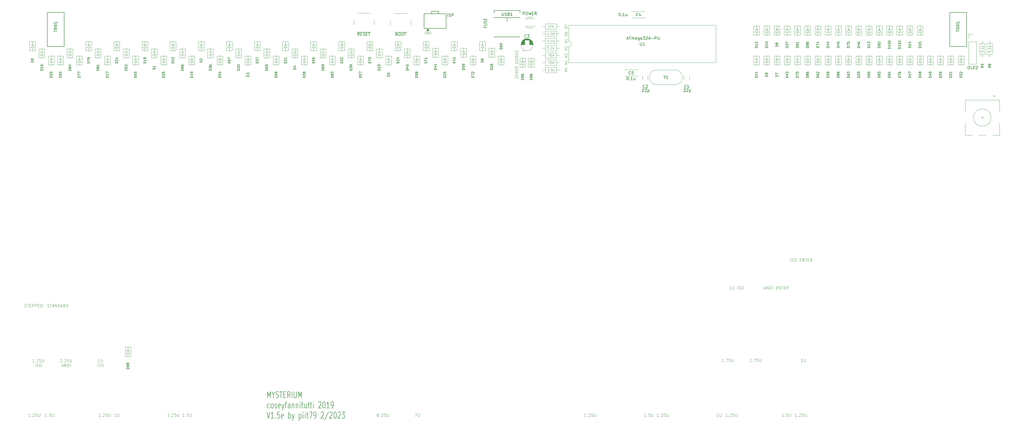
<source format=gbr>
%TF.GenerationSoftware,KiCad,Pcbnew,6.0.10-86aedd382b~118~ubuntu22.10.1*%
%TF.CreationDate,2023-02-22T16:30:12+01:00*%
%TF.ProjectId,mysterium-pcb,6d797374-6572-4697-956d-2d7063622e6b,rev?*%
%TF.SameCoordinates,Original*%
%TF.FileFunction,Legend,Top*%
%TF.FilePolarity,Positive*%
%FSLAX46Y46*%
G04 Gerber Fmt 4.6, Leading zero omitted, Abs format (unit mm)*
G04 Created by KiCad (PCBNEW 6.0.10-86aedd382b~118~ubuntu22.10.1) date 2023-02-22 16:30:12*
%MOMM*%
%LPD*%
G01*
G04 APERTURE LIST*
%ADD10C,0.100000*%
%ADD11C,0.200000*%
%ADD12C,0.150000*%
%ADD13C,0.120000*%
%ADD14C,0.203200*%
G04 APERTURE END LIST*
D10*
G36*
X184010300Y-62318900D02*
G01*
X183197500Y-62318900D01*
X183603900Y-61531500D01*
X184010300Y-62318900D01*
G37*
X184010300Y-62318900D02*
X183197500Y-62318900D01*
X183603900Y-61531500D01*
X184010300Y-62318900D01*
D11*
X128249142Y-189477238D02*
X128249142Y-187277238D01*
X128749142Y-188848666D01*
X129249142Y-187277238D01*
X129249142Y-189477238D01*
X130249142Y-188429619D02*
X130249142Y-189477238D01*
X129749142Y-187277238D02*
X130249142Y-188429619D01*
X130749142Y-187277238D01*
X131177714Y-189372476D02*
X131392000Y-189477238D01*
X131749142Y-189477238D01*
X131892000Y-189372476D01*
X131963428Y-189267714D01*
X132034857Y-189058190D01*
X132034857Y-188848666D01*
X131963428Y-188639142D01*
X131892000Y-188534380D01*
X131749142Y-188429619D01*
X131463428Y-188324857D01*
X131320571Y-188220095D01*
X131249142Y-188115333D01*
X131177714Y-187905809D01*
X131177714Y-187696285D01*
X131249142Y-187486761D01*
X131320571Y-187382000D01*
X131463428Y-187277238D01*
X131820571Y-187277238D01*
X132034857Y-187382000D01*
X132463428Y-187277238D02*
X133320571Y-187277238D01*
X132892000Y-189477238D02*
X132892000Y-187277238D01*
X133820571Y-188324857D02*
X134320571Y-188324857D01*
X134534857Y-189477238D02*
X133820571Y-189477238D01*
X133820571Y-187277238D01*
X134534857Y-187277238D01*
X136034857Y-189477238D02*
X135534857Y-188429619D01*
X135177714Y-189477238D02*
X135177714Y-187277238D01*
X135749142Y-187277238D01*
X135892000Y-187382000D01*
X135963428Y-187486761D01*
X136034857Y-187696285D01*
X136034857Y-188010571D01*
X135963428Y-188220095D01*
X135892000Y-188324857D01*
X135749142Y-188429619D01*
X135177714Y-188429619D01*
X136677714Y-189477238D02*
X136677714Y-187277238D01*
X137392000Y-187277238D02*
X137392000Y-189058190D01*
X137463428Y-189267714D01*
X137534857Y-189372476D01*
X137677714Y-189477238D01*
X137963428Y-189477238D01*
X138106285Y-189372476D01*
X138177714Y-189267714D01*
X138249142Y-189058190D01*
X138249142Y-187277238D01*
X138963428Y-189477238D02*
X138963428Y-187277238D01*
X139463428Y-188848666D01*
X139963428Y-187277238D01*
X139963428Y-189477238D01*
X128892000Y-192914476D02*
X128749142Y-193019238D01*
X128463428Y-193019238D01*
X128320571Y-192914476D01*
X128249142Y-192809714D01*
X128177714Y-192600190D01*
X128177714Y-191971619D01*
X128249142Y-191762095D01*
X128320571Y-191657333D01*
X128463428Y-191552571D01*
X128749142Y-191552571D01*
X128892000Y-191657333D01*
X129749142Y-193019238D02*
X129606285Y-192914476D01*
X129534857Y-192809714D01*
X129463428Y-192600190D01*
X129463428Y-191971619D01*
X129534857Y-191762095D01*
X129606285Y-191657333D01*
X129749142Y-191552571D01*
X129963428Y-191552571D01*
X130106285Y-191657333D01*
X130177714Y-191762095D01*
X130249142Y-191971619D01*
X130249142Y-192600190D01*
X130177714Y-192809714D01*
X130106285Y-192914476D01*
X129963428Y-193019238D01*
X129749142Y-193019238D01*
X130820571Y-192914476D02*
X130963428Y-193019238D01*
X131249142Y-193019238D01*
X131392000Y-192914476D01*
X131463428Y-192704952D01*
X131463428Y-192600190D01*
X131392000Y-192390666D01*
X131249142Y-192285904D01*
X131034857Y-192285904D01*
X130892000Y-192181142D01*
X130820571Y-191971619D01*
X130820571Y-191866857D01*
X130892000Y-191657333D01*
X131034857Y-191552571D01*
X131249142Y-191552571D01*
X131392000Y-191657333D01*
X132677714Y-192914476D02*
X132534857Y-193019238D01*
X132249142Y-193019238D01*
X132106285Y-192914476D01*
X132034857Y-192704952D01*
X132034857Y-191866857D01*
X132106285Y-191657333D01*
X132249142Y-191552571D01*
X132534857Y-191552571D01*
X132677714Y-191657333D01*
X132749142Y-191866857D01*
X132749142Y-192076380D01*
X132034857Y-192285904D01*
X133249142Y-191552571D02*
X133606285Y-193019238D01*
X133963428Y-191552571D02*
X133606285Y-193019238D01*
X133463428Y-193543047D01*
X133392000Y-193647809D01*
X133249142Y-193752571D01*
X134320571Y-191552571D02*
X134892000Y-191552571D01*
X134534857Y-193019238D02*
X134534857Y-191133523D01*
X134606285Y-190924000D01*
X134749142Y-190819238D01*
X134892000Y-190819238D01*
X136034857Y-193019238D02*
X136034857Y-191866857D01*
X135963428Y-191657333D01*
X135820571Y-191552571D01*
X135534857Y-191552571D01*
X135392000Y-191657333D01*
X136034857Y-192914476D02*
X135892000Y-193019238D01*
X135534857Y-193019238D01*
X135392000Y-192914476D01*
X135320571Y-192704952D01*
X135320571Y-192495428D01*
X135392000Y-192285904D01*
X135534857Y-192181142D01*
X135892000Y-192181142D01*
X136034857Y-192076380D01*
X136749142Y-191552571D02*
X136749142Y-193019238D01*
X136749142Y-191762095D02*
X136820571Y-191657333D01*
X136963428Y-191552571D01*
X137177714Y-191552571D01*
X137320571Y-191657333D01*
X137392000Y-191866857D01*
X137392000Y-193019238D01*
X138106285Y-191552571D02*
X138106285Y-193019238D01*
X138106285Y-191762095D02*
X138177714Y-191657333D01*
X138320571Y-191552571D01*
X138534857Y-191552571D01*
X138677714Y-191657333D01*
X138749142Y-191866857D01*
X138749142Y-193019238D01*
X139463428Y-193019238D02*
X139463428Y-191552571D01*
X139463428Y-190819238D02*
X139392000Y-190924000D01*
X139463428Y-191028761D01*
X139534857Y-190924000D01*
X139463428Y-190819238D01*
X139463428Y-191028761D01*
X139963428Y-191552571D02*
X140534857Y-191552571D01*
X140177714Y-190819238D02*
X140177714Y-192704952D01*
X140249142Y-192914476D01*
X140392000Y-193019238D01*
X140534857Y-193019238D01*
X141677714Y-191552571D02*
X141677714Y-193019238D01*
X141034857Y-191552571D02*
X141034857Y-192704952D01*
X141106285Y-192914476D01*
X141249142Y-193019238D01*
X141463428Y-193019238D01*
X141606285Y-192914476D01*
X141677714Y-192809714D01*
X142177714Y-191552571D02*
X142749142Y-191552571D01*
X142392000Y-190819238D02*
X142392000Y-192704952D01*
X142463428Y-192914476D01*
X142606285Y-193019238D01*
X142749142Y-193019238D01*
X143034857Y-191552571D02*
X143606285Y-191552571D01*
X143249142Y-190819238D02*
X143249142Y-192704952D01*
X143320571Y-192914476D01*
X143463428Y-193019238D01*
X143606285Y-193019238D01*
X144106285Y-193019238D02*
X144106285Y-191552571D01*
X144106285Y-190819238D02*
X144034857Y-190924000D01*
X144106285Y-191028761D01*
X144177714Y-190924000D01*
X144106285Y-190819238D01*
X144106285Y-191028761D01*
X145892000Y-191028761D02*
X145963428Y-190924000D01*
X146106285Y-190819238D01*
X146463428Y-190819238D01*
X146606285Y-190924000D01*
X146677714Y-191028761D01*
X146749142Y-191238285D01*
X146749142Y-191447809D01*
X146677714Y-191762095D01*
X145820571Y-193019238D01*
X146749142Y-193019238D01*
X147677714Y-190819238D02*
X147820571Y-190819238D01*
X147963428Y-190924000D01*
X148034857Y-191028761D01*
X148106285Y-191238285D01*
X148177714Y-191657333D01*
X148177714Y-192181142D01*
X148106285Y-192600190D01*
X148034857Y-192809714D01*
X147963428Y-192914476D01*
X147820571Y-193019238D01*
X147677714Y-193019238D01*
X147534857Y-192914476D01*
X147463428Y-192809714D01*
X147392000Y-192600190D01*
X147320571Y-192181142D01*
X147320571Y-191657333D01*
X147392000Y-191238285D01*
X147463428Y-191028761D01*
X147534857Y-190924000D01*
X147677714Y-190819238D01*
X149606285Y-193019238D02*
X148749142Y-193019238D01*
X149177714Y-193019238D02*
X149177714Y-190819238D01*
X149034857Y-191133523D01*
X148892000Y-191343047D01*
X148749142Y-191447809D01*
X150320571Y-193019238D02*
X150606285Y-193019238D01*
X150749142Y-192914476D01*
X150820571Y-192809714D01*
X150963428Y-192495428D01*
X151034857Y-192076380D01*
X151034857Y-191238285D01*
X150963428Y-191028761D01*
X150892000Y-190924000D01*
X150749142Y-190819238D01*
X150463428Y-190819238D01*
X150320571Y-190924000D01*
X150249142Y-191028761D01*
X150177714Y-191238285D01*
X150177714Y-191762095D01*
X150249142Y-191971619D01*
X150320571Y-192076380D01*
X150463428Y-192181142D01*
X150749142Y-192181142D01*
X150892000Y-192076380D01*
X150963428Y-191971619D01*
X151034857Y-191762095D01*
X128034857Y-194361238D02*
X128534857Y-196561238D01*
X129034857Y-194361238D01*
X130320571Y-196561238D02*
X129463428Y-196561238D01*
X129892000Y-196561238D02*
X129892000Y-194361238D01*
X129749142Y-194675523D01*
X129606285Y-194885047D01*
X129463428Y-194989809D01*
X130963428Y-196351714D02*
X131034857Y-196456476D01*
X130963428Y-196561238D01*
X130892000Y-196456476D01*
X130963428Y-196351714D01*
X130963428Y-196561238D01*
X132392000Y-194361238D02*
X131677714Y-194361238D01*
X131606285Y-195408857D01*
X131677714Y-195304095D01*
X131820571Y-195199333D01*
X132177714Y-195199333D01*
X132320571Y-195304095D01*
X132392000Y-195408857D01*
X132463428Y-195618380D01*
X132463428Y-196142190D01*
X132392000Y-196351714D01*
X132320571Y-196456476D01*
X132177714Y-196561238D01*
X131820571Y-196561238D01*
X131677714Y-196456476D01*
X131606285Y-196351714D01*
X133677714Y-196456476D02*
X133534857Y-196561238D01*
X133249142Y-196561238D01*
X133106285Y-196456476D01*
X133034857Y-196246952D01*
X133034857Y-195408857D01*
X133106285Y-195199333D01*
X133249142Y-195094571D01*
X133534857Y-195094571D01*
X133677714Y-195199333D01*
X133749142Y-195408857D01*
X133749142Y-195618380D01*
X133034857Y-195827904D01*
X135534857Y-196561238D02*
X135534857Y-194361238D01*
X135534857Y-195199333D02*
X135677714Y-195094571D01*
X135963428Y-195094571D01*
X136106285Y-195199333D01*
X136177714Y-195304095D01*
X136249142Y-195513619D01*
X136249142Y-196142190D01*
X136177714Y-196351714D01*
X136106285Y-196456476D01*
X135963428Y-196561238D01*
X135677714Y-196561238D01*
X135534857Y-196456476D01*
X136749142Y-195094571D02*
X137106285Y-196561238D01*
X137463428Y-195094571D02*
X137106285Y-196561238D01*
X136963428Y-197085047D01*
X136892000Y-197189809D01*
X136749142Y-197294571D01*
X139177714Y-195094571D02*
X139177714Y-197294571D01*
X139177714Y-195199333D02*
X139320571Y-195094571D01*
X139606285Y-195094571D01*
X139749142Y-195199333D01*
X139820571Y-195304095D01*
X139892000Y-195513619D01*
X139892000Y-196142190D01*
X139820571Y-196351714D01*
X139749142Y-196456476D01*
X139606285Y-196561238D01*
X139320571Y-196561238D01*
X139177714Y-196456476D01*
X140534857Y-196561238D02*
X140534857Y-195094571D01*
X140534857Y-194361238D02*
X140463428Y-194466000D01*
X140534857Y-194570761D01*
X140606285Y-194466000D01*
X140534857Y-194361238D01*
X140534857Y-194570761D01*
X141249142Y-196561238D02*
X141249142Y-195094571D01*
X141249142Y-194361238D02*
X141177714Y-194466000D01*
X141249142Y-194570761D01*
X141320571Y-194466000D01*
X141249142Y-194361238D01*
X141249142Y-194570761D01*
X141749142Y-195094571D02*
X142320571Y-195094571D01*
X141963428Y-194361238D02*
X141963428Y-196246952D01*
X142034857Y-196456476D01*
X142177714Y-196561238D01*
X142320571Y-196561238D01*
X142677714Y-194361238D02*
X143677714Y-194361238D01*
X143034857Y-196561238D01*
X144320571Y-196561238D02*
X144606285Y-196561238D01*
X144749142Y-196456476D01*
X144820571Y-196351714D01*
X144963428Y-196037428D01*
X145034857Y-195618380D01*
X145034857Y-194780285D01*
X144963428Y-194570761D01*
X144892000Y-194466000D01*
X144749142Y-194361238D01*
X144463428Y-194361238D01*
X144320571Y-194466000D01*
X144249142Y-194570761D01*
X144177714Y-194780285D01*
X144177714Y-195304095D01*
X144249142Y-195513619D01*
X144320571Y-195618380D01*
X144463428Y-195723142D01*
X144749142Y-195723142D01*
X144892000Y-195618380D01*
X144963428Y-195513619D01*
X145034857Y-195304095D01*
X146749142Y-194570761D02*
X146820571Y-194466000D01*
X146963428Y-194361238D01*
X147320571Y-194361238D01*
X147463428Y-194466000D01*
X147534857Y-194570761D01*
X147606285Y-194780285D01*
X147606285Y-194989809D01*
X147534857Y-195304095D01*
X146677714Y-196561238D01*
X147606285Y-196561238D01*
X149320571Y-194256476D02*
X148034857Y-197085047D01*
X149749142Y-194570761D02*
X149820571Y-194466000D01*
X149963428Y-194361238D01*
X150320571Y-194361238D01*
X150463428Y-194466000D01*
X150534857Y-194570761D01*
X150606285Y-194780285D01*
X150606285Y-194989809D01*
X150534857Y-195304095D01*
X149677714Y-196561238D01*
X150606285Y-196561238D01*
X151534857Y-194361238D02*
X151677714Y-194361238D01*
X151820571Y-194466000D01*
X151892000Y-194570761D01*
X151963428Y-194780285D01*
X152034857Y-195199333D01*
X152034857Y-195723142D01*
X151963428Y-196142190D01*
X151892000Y-196351714D01*
X151820571Y-196456476D01*
X151677714Y-196561238D01*
X151534857Y-196561238D01*
X151392000Y-196456476D01*
X151320571Y-196351714D01*
X151249142Y-196142190D01*
X151177714Y-195723142D01*
X151177714Y-195199333D01*
X151249142Y-194780285D01*
X151320571Y-194570761D01*
X151392000Y-194466000D01*
X151534857Y-194361238D01*
X152606285Y-194570761D02*
X152677714Y-194466000D01*
X152820571Y-194361238D01*
X153177714Y-194361238D01*
X153320571Y-194466000D01*
X153392000Y-194570761D01*
X153463428Y-194780285D01*
X153463428Y-194989809D01*
X153392000Y-195304095D01*
X152534857Y-196561238D01*
X153463428Y-196561238D01*
X153963428Y-194361238D02*
X154892000Y-194361238D01*
X154392000Y-195199333D01*
X154606285Y-195199333D01*
X154749142Y-195304095D01*
X154820571Y-195408857D01*
X154892000Y-195618380D01*
X154892000Y-196142190D01*
X154820571Y-196351714D01*
X154749142Y-196456476D01*
X154606285Y-196561238D01*
X154177714Y-196561238D01*
X154034857Y-196456476D01*
X153963428Y-196351714D01*
D10*
X306679719Y-195927174D02*
X306108290Y-195927174D01*
X306394004Y-195927174D02*
X306394004Y-194927174D01*
X306298766Y-195070032D01*
X306203528Y-195165270D01*
X306108290Y-195212889D01*
X307108290Y-195831936D02*
X307155909Y-195879555D01*
X307108290Y-195927174D01*
X307060671Y-195879555D01*
X307108290Y-195831936D01*
X307108290Y-195927174D01*
X308060671Y-194927174D02*
X307584480Y-194927174D01*
X307536861Y-195403365D01*
X307584480Y-195355746D01*
X307679719Y-195308127D01*
X307917814Y-195308127D01*
X308013052Y-195355746D01*
X308060671Y-195403365D01*
X308108290Y-195498603D01*
X308108290Y-195736698D01*
X308060671Y-195831936D01*
X308013052Y-195879555D01*
X307917814Y-195927174D01*
X307679719Y-195927174D01*
X307584480Y-195879555D01*
X307536861Y-195831936D01*
X308536861Y-194927174D02*
X308536861Y-195736698D01*
X308584480Y-195831936D01*
X308632100Y-195879555D01*
X308727338Y-195927174D01*
X308917814Y-195927174D01*
X309013052Y-195879555D01*
X309060671Y-195831936D01*
X309108290Y-195736698D01*
X309108290Y-194927174D01*
X284051404Y-195927174D02*
X283479976Y-195927174D01*
X283765690Y-195927174D02*
X283765690Y-194927174D01*
X283670452Y-195070032D01*
X283575214Y-195165270D01*
X283479976Y-195212889D01*
X284479976Y-194927174D02*
X284479976Y-195736698D01*
X284527595Y-195831936D01*
X284575214Y-195879555D01*
X284670452Y-195927174D01*
X284860928Y-195927174D01*
X284956166Y-195879555D01*
X285003785Y-195831936D01*
X285051404Y-195736698D01*
X285051404Y-194927174D01*
X70466128Y-195927174D02*
X69894700Y-195927174D01*
X70180414Y-195927174D02*
X70180414Y-194927174D01*
X70085176Y-195070032D01*
X69989938Y-195165270D01*
X69894700Y-195212889D01*
X70894700Y-195831936D02*
X70942319Y-195879555D01*
X70894700Y-195927174D01*
X70847080Y-195879555D01*
X70894700Y-195831936D01*
X70894700Y-195927174D01*
X71323271Y-195022413D02*
X71370890Y-194974794D01*
X71466128Y-194927174D01*
X71704223Y-194927174D01*
X71799461Y-194974794D01*
X71847080Y-195022413D01*
X71894700Y-195117651D01*
X71894700Y-195212889D01*
X71847080Y-195355746D01*
X71275652Y-195927174D01*
X71894700Y-195927174D01*
X72799461Y-194927174D02*
X72323271Y-194927174D01*
X72275652Y-195403365D01*
X72323271Y-195355746D01*
X72418509Y-195308127D01*
X72656604Y-195308127D01*
X72751842Y-195355746D01*
X72799461Y-195403365D01*
X72847080Y-195498603D01*
X72847080Y-195736698D01*
X72799461Y-195831936D01*
X72751842Y-195879555D01*
X72656604Y-195927174D01*
X72418509Y-195927174D01*
X72323271Y-195879555D01*
X72275652Y-195831936D01*
X73275652Y-194927174D02*
X73275652Y-195736698D01*
X73323271Y-195831936D01*
X73370890Y-195879555D01*
X73466128Y-195927174D01*
X73656604Y-195927174D01*
X73751842Y-195879555D01*
X73799461Y-195831936D01*
X73847080Y-195736698D01*
X73847080Y-194927174D01*
X94240528Y-195927174D02*
X93669100Y-195927174D01*
X93954814Y-195927174D02*
X93954814Y-194927174D01*
X93859576Y-195070032D01*
X93764338Y-195165270D01*
X93669100Y-195212889D01*
X94669100Y-195831936D02*
X94716719Y-195879555D01*
X94669100Y-195927174D01*
X94621480Y-195879555D01*
X94669100Y-195831936D01*
X94669100Y-195927174D01*
X95097671Y-195022413D02*
X95145290Y-194974794D01*
X95240528Y-194927174D01*
X95478623Y-194927174D01*
X95573861Y-194974794D01*
X95621480Y-195022413D01*
X95669100Y-195117651D01*
X95669100Y-195212889D01*
X95621480Y-195355746D01*
X95050052Y-195927174D01*
X95669100Y-195927174D01*
X96573861Y-194927174D02*
X96097671Y-194927174D01*
X96050052Y-195403365D01*
X96097671Y-195355746D01*
X96192909Y-195308127D01*
X96431004Y-195308127D01*
X96526242Y-195355746D01*
X96573861Y-195403365D01*
X96621480Y-195498603D01*
X96621480Y-195736698D01*
X96573861Y-195831936D01*
X96526242Y-195879555D01*
X96431004Y-195927174D01*
X96192909Y-195927174D01*
X96097671Y-195879555D01*
X96050052Y-195831936D01*
X97050052Y-194927174D02*
X97050052Y-195736698D01*
X97097671Y-195831936D01*
X97145290Y-195879555D01*
X97240528Y-195927174D01*
X97431004Y-195927174D01*
X97526242Y-195879555D01*
X97573861Y-195831936D01*
X97621480Y-195736698D01*
X97621480Y-194927174D01*
X238283928Y-195927174D02*
X237712500Y-195927174D01*
X237998214Y-195927174D02*
X237998214Y-194927174D01*
X237902976Y-195070032D01*
X237807738Y-195165270D01*
X237712500Y-195212889D01*
X238712500Y-195831936D02*
X238760119Y-195879555D01*
X238712500Y-195927174D01*
X238664880Y-195879555D01*
X238712500Y-195831936D01*
X238712500Y-195927174D01*
X239141071Y-195022413D02*
X239188690Y-194974794D01*
X239283928Y-194927174D01*
X239522023Y-194927174D01*
X239617261Y-194974794D01*
X239664880Y-195022413D01*
X239712500Y-195117651D01*
X239712500Y-195212889D01*
X239664880Y-195355746D01*
X239093452Y-195927174D01*
X239712500Y-195927174D01*
X240617261Y-194927174D02*
X240141071Y-194927174D01*
X240093452Y-195403365D01*
X240141071Y-195355746D01*
X240236309Y-195308127D01*
X240474404Y-195308127D01*
X240569642Y-195355746D01*
X240617261Y-195403365D01*
X240664880Y-195498603D01*
X240664880Y-195736698D01*
X240617261Y-195831936D01*
X240569642Y-195879555D01*
X240474404Y-195927174D01*
X240236309Y-195927174D01*
X240141071Y-195879555D01*
X240093452Y-195831936D01*
X241093452Y-194927174D02*
X241093452Y-195736698D01*
X241141071Y-195831936D01*
X241188690Y-195879555D01*
X241283928Y-195927174D01*
X241474404Y-195927174D01*
X241569642Y-195879555D01*
X241617261Y-195831936D01*
X241664880Y-195736698D01*
X241664880Y-194927174D01*
X263379128Y-195927174D02*
X262807700Y-195927174D01*
X263093414Y-195927174D02*
X263093414Y-194927174D01*
X262998176Y-195070032D01*
X262902938Y-195165270D01*
X262807700Y-195212889D01*
X263807700Y-195831936D02*
X263855319Y-195879555D01*
X263807700Y-195927174D01*
X263760080Y-195879555D01*
X263807700Y-195831936D01*
X263807700Y-195927174D01*
X264236271Y-195022413D02*
X264283890Y-194974794D01*
X264379128Y-194927174D01*
X264617223Y-194927174D01*
X264712461Y-194974794D01*
X264760080Y-195022413D01*
X264807700Y-195117651D01*
X264807700Y-195212889D01*
X264760080Y-195355746D01*
X264188652Y-195927174D01*
X264807700Y-195927174D01*
X265712461Y-194927174D02*
X265236271Y-194927174D01*
X265188652Y-195403365D01*
X265236271Y-195355746D01*
X265331509Y-195308127D01*
X265569604Y-195308127D01*
X265664842Y-195355746D01*
X265712461Y-195403365D01*
X265760080Y-195498603D01*
X265760080Y-195736698D01*
X265712461Y-195831936D01*
X265664842Y-195879555D01*
X265569604Y-195927174D01*
X265331509Y-195927174D01*
X265236271Y-195879555D01*
X265188652Y-195831936D01*
X266188652Y-194927174D02*
X266188652Y-195736698D01*
X266236271Y-195831936D01*
X266283890Y-195879555D01*
X266379128Y-195927174D01*
X266569604Y-195927174D01*
X266664842Y-195879555D01*
X266712461Y-195831936D01*
X266760080Y-195736698D01*
X266760080Y-194927174D01*
X287153528Y-195927174D02*
X286582100Y-195927174D01*
X286867814Y-195927174D02*
X286867814Y-194927174D01*
X286772576Y-195070032D01*
X286677338Y-195165270D01*
X286582100Y-195212889D01*
X287582100Y-195831936D02*
X287629719Y-195879555D01*
X287582100Y-195927174D01*
X287534480Y-195879555D01*
X287582100Y-195831936D01*
X287582100Y-195927174D01*
X288010671Y-195022413D02*
X288058290Y-194974794D01*
X288153528Y-194927174D01*
X288391623Y-194927174D01*
X288486861Y-194974794D01*
X288534480Y-195022413D01*
X288582100Y-195117651D01*
X288582100Y-195212889D01*
X288534480Y-195355746D01*
X287963052Y-195927174D01*
X288582100Y-195927174D01*
X289486861Y-194927174D02*
X289010671Y-194927174D01*
X288963052Y-195403365D01*
X289010671Y-195355746D01*
X289105909Y-195308127D01*
X289344004Y-195308127D01*
X289439242Y-195355746D01*
X289486861Y-195403365D01*
X289534480Y-195498603D01*
X289534480Y-195736698D01*
X289486861Y-195831936D01*
X289439242Y-195879555D01*
X289344004Y-195927174D01*
X289105909Y-195927174D01*
X289010671Y-195879555D01*
X288963052Y-195831936D01*
X289963052Y-194927174D02*
X289963052Y-195736698D01*
X290010671Y-195831936D01*
X290058290Y-195879555D01*
X290153528Y-195927174D01*
X290344004Y-195927174D01*
X290439242Y-195879555D01*
X290486861Y-195831936D01*
X290534480Y-195736698D01*
X290534480Y-194927174D01*
X311105728Y-195927174D02*
X310534300Y-195927174D01*
X310820014Y-195927174D02*
X310820014Y-194927174D01*
X310724776Y-195070032D01*
X310629538Y-195165270D01*
X310534300Y-195212889D01*
X311534300Y-195831936D02*
X311581919Y-195879555D01*
X311534300Y-195927174D01*
X311486680Y-195879555D01*
X311534300Y-195831936D01*
X311534300Y-195927174D01*
X311962871Y-195022413D02*
X312010490Y-194974794D01*
X312105728Y-194927174D01*
X312343823Y-194927174D01*
X312439061Y-194974794D01*
X312486680Y-195022413D01*
X312534300Y-195117651D01*
X312534300Y-195212889D01*
X312486680Y-195355746D01*
X311915252Y-195927174D01*
X312534300Y-195927174D01*
X313439061Y-194927174D02*
X312962871Y-194927174D01*
X312915252Y-195403365D01*
X312962871Y-195355746D01*
X313058109Y-195308127D01*
X313296204Y-195308127D01*
X313391442Y-195355746D01*
X313439061Y-195403365D01*
X313486680Y-195498603D01*
X313486680Y-195736698D01*
X313439061Y-195831936D01*
X313391442Y-195879555D01*
X313296204Y-195927174D01*
X313058109Y-195927174D01*
X312962871Y-195879555D01*
X312915252Y-195831936D01*
X313915252Y-194927174D02*
X313915252Y-195736698D01*
X313962871Y-195831936D01*
X314010490Y-195879555D01*
X314105728Y-195927174D01*
X314296204Y-195927174D01*
X314391442Y-195879555D01*
X314439061Y-195831936D01*
X314486680Y-195736698D01*
X314486680Y-194927174D01*
X308983523Y-142197080D02*
X308983523Y-141197080D01*
X309412095Y-142149461D02*
X309554952Y-142197080D01*
X309793047Y-142197080D01*
X309888285Y-142149461D01*
X309935904Y-142101842D01*
X309983523Y-142006604D01*
X309983523Y-141911366D01*
X309935904Y-141816128D01*
X309888285Y-141768509D01*
X309793047Y-141720890D01*
X309602571Y-141673271D01*
X309507333Y-141625652D01*
X309459714Y-141578033D01*
X309412095Y-141482795D01*
X309412095Y-141387557D01*
X309459714Y-141292319D01*
X309507333Y-141244700D01*
X309602571Y-141197080D01*
X309840666Y-141197080D01*
X309983523Y-141244700D01*
X310602571Y-141197080D02*
X310793047Y-141197080D01*
X310888285Y-141244700D01*
X310983523Y-141339938D01*
X311031142Y-141530414D01*
X311031142Y-141863747D01*
X310983523Y-142054223D01*
X310888285Y-142149461D01*
X310793047Y-142197080D01*
X310602571Y-142197080D01*
X310507333Y-142149461D01*
X310412095Y-142054223D01*
X310364476Y-141863747D01*
X310364476Y-141530414D01*
X310412095Y-141339938D01*
X310507333Y-141244700D01*
X310602571Y-141197080D01*
X312221619Y-141673271D02*
X312554952Y-141673271D01*
X312697809Y-142197080D02*
X312221619Y-142197080D01*
X312221619Y-141197080D01*
X312697809Y-141197080D01*
X313126380Y-142197080D02*
X313126380Y-141197080D01*
X313697809Y-142197080D01*
X313697809Y-141197080D01*
X314031142Y-141197080D02*
X314602571Y-141197080D01*
X314316857Y-142197080D02*
X314316857Y-141197080D01*
X314935904Y-141673271D02*
X315269238Y-141673271D01*
X315412095Y-142197080D02*
X314935904Y-142197080D01*
X314935904Y-141197080D01*
X315412095Y-141197080D01*
X316412095Y-142197080D02*
X316078761Y-141720890D01*
X315840666Y-142197080D02*
X315840666Y-141197080D01*
X316221619Y-141197080D01*
X316316857Y-141244700D01*
X316364476Y-141292319D01*
X316412095Y-141387557D01*
X316412095Y-141530414D01*
X316364476Y-141625652D01*
X316316857Y-141673271D01*
X316221619Y-141720890D01*
X315840666Y-141720890D01*
X288401357Y-151836380D02*
X287829928Y-151836380D01*
X288115642Y-151836380D02*
X288115642Y-150836380D01*
X288020404Y-150979238D01*
X287925166Y-151074476D01*
X287829928Y-151122095D01*
X288829928Y-150836380D02*
X288829928Y-151645904D01*
X288877547Y-151741142D01*
X288925166Y-151788761D01*
X289020404Y-151836380D01*
X289210880Y-151836380D01*
X289306119Y-151788761D01*
X289353738Y-151741142D01*
X289401357Y-151645904D01*
X289401357Y-150836380D01*
X290639452Y-151836380D02*
X290639452Y-150836380D01*
X291068023Y-151788761D02*
X291210880Y-151836380D01*
X291448976Y-151836380D01*
X291544214Y-151788761D01*
X291591833Y-151741142D01*
X291639452Y-151645904D01*
X291639452Y-151550666D01*
X291591833Y-151455428D01*
X291544214Y-151407809D01*
X291448976Y-151360190D01*
X291258500Y-151312571D01*
X291163261Y-151264952D01*
X291115642Y-151217333D01*
X291068023Y-151122095D01*
X291068023Y-151026857D01*
X291115642Y-150931619D01*
X291163261Y-150884000D01*
X291258500Y-150836380D01*
X291496595Y-150836380D01*
X291639452Y-150884000D01*
X292258500Y-150836380D02*
X292448976Y-150836380D01*
X292544214Y-150884000D01*
X292639452Y-150979238D01*
X292687071Y-151169714D01*
X292687071Y-151503047D01*
X292639452Y-151693523D01*
X292544214Y-151788761D01*
X292448976Y-151836380D01*
X292258500Y-151836380D01*
X292163261Y-151788761D01*
X292068023Y-151693523D01*
X292020404Y-151503047D01*
X292020404Y-151169714D01*
X292068023Y-150979238D01*
X292163261Y-150884000D01*
X292258500Y-150836380D01*
X299833233Y-151550666D02*
X300309423Y-151550666D01*
X299737995Y-151836380D02*
X300071328Y-150836380D01*
X300404661Y-151836380D01*
X300737995Y-151836380D02*
X300737995Y-150836380D01*
X301309423Y-151836380D01*
X301309423Y-150836380D01*
X301737995Y-151788761D02*
X301880852Y-151836380D01*
X302118947Y-151836380D01*
X302214185Y-151788761D01*
X302261804Y-151741142D01*
X302309423Y-151645904D01*
X302309423Y-151550666D01*
X302261804Y-151455428D01*
X302214185Y-151407809D01*
X302118947Y-151360190D01*
X301928471Y-151312571D01*
X301833233Y-151264952D01*
X301785614Y-151217333D01*
X301737995Y-151122095D01*
X301737995Y-151026857D01*
X301785614Y-150931619D01*
X301833233Y-150884000D01*
X301928471Y-150836380D01*
X302166566Y-150836380D01*
X302309423Y-150884000D01*
X302737995Y-151836380D02*
X302737995Y-150836380D01*
X303976090Y-151312571D02*
X304309423Y-151312571D01*
X304452280Y-151836380D02*
X303976090Y-151836380D01*
X303976090Y-150836380D01*
X304452280Y-150836380D01*
X304880852Y-151836380D02*
X304880852Y-150836380D01*
X305452280Y-151836380D01*
X305452280Y-150836380D01*
X305785614Y-150836380D02*
X306357042Y-150836380D01*
X306071328Y-151836380D02*
X306071328Y-150836380D01*
X306690376Y-151312571D02*
X307023709Y-151312571D01*
X307166566Y-151836380D02*
X306690376Y-151836380D01*
X306690376Y-150836380D01*
X307166566Y-150836380D01*
X308166566Y-151836380D02*
X307833233Y-151360190D01*
X307595138Y-151836380D02*
X307595138Y-150836380D01*
X307976090Y-150836380D01*
X308071328Y-150884000D01*
X308118947Y-150931619D01*
X308166566Y-151026857D01*
X308166566Y-151169714D01*
X308118947Y-151264952D01*
X308071328Y-151312571D01*
X307976090Y-151360190D01*
X307595138Y-151360190D01*
X70215154Y-177066280D02*
X69643726Y-177066280D01*
X69929440Y-177066280D02*
X69929440Y-176066280D01*
X69834202Y-176209138D01*
X69738964Y-176304376D01*
X69643726Y-176351995D01*
X70643726Y-176066280D02*
X70643726Y-176875804D01*
X70691345Y-176971042D01*
X70738964Y-177018661D01*
X70834202Y-177066280D01*
X71024678Y-177066280D01*
X71119916Y-177018661D01*
X71167535Y-176971042D01*
X71215154Y-176875804D01*
X71215154Y-176066280D01*
X69453250Y-178676280D02*
X69453250Y-177676280D01*
X69881821Y-178628661D02*
X70024678Y-178676280D01*
X70262773Y-178676280D01*
X70358011Y-178628661D01*
X70405630Y-178581042D01*
X70453250Y-178485804D01*
X70453250Y-178390566D01*
X70405630Y-178295328D01*
X70358011Y-178247709D01*
X70262773Y-178200090D01*
X70072297Y-178152471D01*
X69977059Y-178104852D01*
X69929440Y-178057233D01*
X69881821Y-177961995D01*
X69881821Y-177866757D01*
X69929440Y-177771519D01*
X69977059Y-177723900D01*
X70072297Y-177676280D01*
X70310392Y-177676280D01*
X70453250Y-177723900D01*
X71072297Y-177676280D02*
X71262773Y-177676280D01*
X71358011Y-177723900D01*
X71453250Y-177819138D01*
X71500869Y-178009614D01*
X71500869Y-178342947D01*
X71453250Y-178533423D01*
X71358011Y-178628661D01*
X71262773Y-178676280D01*
X71072297Y-178676280D01*
X70977059Y-178628661D01*
X70881821Y-178533423D01*
X70834202Y-178342947D01*
X70834202Y-178009614D01*
X70881821Y-177819138D01*
X70977059Y-177723900D01*
X71072297Y-177676280D01*
X56585100Y-176161519D02*
X56632719Y-176113900D01*
X56727957Y-176066280D01*
X56966052Y-176066280D01*
X57061290Y-176113900D01*
X57108909Y-176161519D01*
X57156528Y-176256757D01*
X57156528Y-176351995D01*
X57108909Y-176494852D01*
X56537480Y-177066280D01*
X57156528Y-177066280D01*
X57585100Y-176971042D02*
X57632719Y-177018661D01*
X57585100Y-177066280D01*
X57537480Y-177018661D01*
X57585100Y-176971042D01*
X57585100Y-177066280D01*
X58013671Y-176161519D02*
X58061290Y-176113900D01*
X58156528Y-176066280D01*
X58394623Y-176066280D01*
X58489861Y-176113900D01*
X58537480Y-176161519D01*
X58585100Y-176256757D01*
X58585100Y-176351995D01*
X58537480Y-176494852D01*
X57966052Y-177066280D01*
X58585100Y-177066280D01*
X59489861Y-176066280D02*
X59013671Y-176066280D01*
X58966052Y-176542471D01*
X59013671Y-176494852D01*
X59108909Y-176447233D01*
X59347004Y-176447233D01*
X59442242Y-176494852D01*
X59489861Y-176542471D01*
X59537480Y-176637709D01*
X59537480Y-176875804D01*
X59489861Y-176971042D01*
X59442242Y-177018661D01*
X59347004Y-177066280D01*
X59108909Y-177066280D01*
X59013671Y-177018661D01*
X58966052Y-176971042D01*
X59966052Y-176066280D02*
X59966052Y-176875804D01*
X60013671Y-176971042D01*
X60061290Y-177018661D01*
X60156528Y-177066280D01*
X60347004Y-177066280D01*
X60442242Y-177018661D01*
X60489861Y-176971042D01*
X60537480Y-176875804D01*
X60537480Y-176066280D01*
X57108909Y-178390566D02*
X57585100Y-178390566D01*
X57013671Y-178676280D02*
X57347004Y-177676280D01*
X57680338Y-178676280D01*
X58013671Y-178676280D02*
X58013671Y-177676280D01*
X58585100Y-178676280D01*
X58585100Y-177676280D01*
X59013671Y-178628661D02*
X59156528Y-178676280D01*
X59394623Y-178676280D01*
X59489861Y-178628661D01*
X59537480Y-178581042D01*
X59585100Y-178485804D01*
X59585100Y-178390566D01*
X59537480Y-178295328D01*
X59489861Y-178247709D01*
X59394623Y-178200090D01*
X59204147Y-178152471D01*
X59108909Y-178104852D01*
X59061290Y-178057233D01*
X59013671Y-177961995D01*
X59013671Y-177866757D01*
X59061290Y-177771519D01*
X59108909Y-177723900D01*
X59204147Y-177676280D01*
X59442242Y-177676280D01*
X59585100Y-177723900D01*
X60013671Y-178676280D02*
X60013671Y-177676280D01*
X47593428Y-177066280D02*
X47022000Y-177066280D01*
X47307714Y-177066280D02*
X47307714Y-176066280D01*
X47212476Y-176209138D01*
X47117238Y-176304376D01*
X47022000Y-176351995D01*
X48022000Y-176971042D02*
X48069619Y-177018661D01*
X48022000Y-177066280D01*
X47974380Y-177018661D01*
X48022000Y-176971042D01*
X48022000Y-177066280D01*
X48450571Y-176161519D02*
X48498190Y-176113900D01*
X48593428Y-176066280D01*
X48831523Y-176066280D01*
X48926761Y-176113900D01*
X48974380Y-176161519D01*
X49022000Y-176256757D01*
X49022000Y-176351995D01*
X48974380Y-176494852D01*
X48402952Y-177066280D01*
X49022000Y-177066280D01*
X49926761Y-176066280D02*
X49450571Y-176066280D01*
X49402952Y-176542471D01*
X49450571Y-176494852D01*
X49545809Y-176447233D01*
X49783904Y-176447233D01*
X49879142Y-176494852D01*
X49926761Y-176542471D01*
X49974380Y-176637709D01*
X49974380Y-176875804D01*
X49926761Y-176971042D01*
X49879142Y-177018661D01*
X49783904Y-177066280D01*
X49545809Y-177066280D01*
X49450571Y-177018661D01*
X49402952Y-176971042D01*
X50402952Y-176066280D02*
X50402952Y-176875804D01*
X50450571Y-176971042D01*
X50498190Y-177018661D01*
X50593428Y-177066280D01*
X50783904Y-177066280D01*
X50879142Y-177018661D01*
X50926761Y-176971042D01*
X50974380Y-176875804D01*
X50974380Y-176066280D01*
X48022000Y-178676280D02*
X48022000Y-177676280D01*
X48450571Y-178628661D02*
X48593428Y-178676280D01*
X48831523Y-178676280D01*
X48926761Y-178628661D01*
X48974380Y-178581042D01*
X49022000Y-178485804D01*
X49022000Y-178390566D01*
X48974380Y-178295328D01*
X48926761Y-178247709D01*
X48831523Y-178200090D01*
X48641047Y-178152471D01*
X48545809Y-178104852D01*
X48498190Y-178057233D01*
X48450571Y-177961995D01*
X48450571Y-177866757D01*
X48498190Y-177771519D01*
X48545809Y-177723900D01*
X48641047Y-177676280D01*
X48879142Y-177676280D01*
X49022000Y-177723900D01*
X49641047Y-177676280D02*
X49831523Y-177676280D01*
X49926761Y-177723900D01*
X50022000Y-177819138D01*
X50069619Y-178009614D01*
X50069619Y-178342947D01*
X50022000Y-178533423D01*
X49926761Y-178628661D01*
X49831523Y-178676280D01*
X49641047Y-178676280D01*
X49545809Y-178628661D01*
X49450571Y-178533423D01*
X49402952Y-178342947D01*
X49402952Y-178009614D01*
X49450571Y-177819138D01*
X49545809Y-177723900D01*
X49641047Y-177676280D01*
X294926000Y-176077619D02*
X294973619Y-176030000D01*
X295068857Y-175982380D01*
X295306952Y-175982380D01*
X295402190Y-176030000D01*
X295449809Y-176077619D01*
X295497428Y-176172857D01*
X295497428Y-176268095D01*
X295449809Y-176410952D01*
X294878380Y-176982380D01*
X295497428Y-176982380D01*
X295926000Y-176887142D02*
X295973619Y-176934761D01*
X295926000Y-176982380D01*
X295878380Y-176934761D01*
X295926000Y-176887142D01*
X295926000Y-176982380D01*
X296306952Y-175982380D02*
X296973619Y-175982380D01*
X296545047Y-176982380D01*
X297830761Y-175982380D02*
X297354571Y-175982380D01*
X297306952Y-176458571D01*
X297354571Y-176410952D01*
X297449809Y-176363333D01*
X297687904Y-176363333D01*
X297783142Y-176410952D01*
X297830761Y-176458571D01*
X297878380Y-176553809D01*
X297878380Y-176791904D01*
X297830761Y-176887142D01*
X297783142Y-176934761D01*
X297687904Y-176982380D01*
X297449809Y-176982380D01*
X297354571Y-176934761D01*
X297306952Y-176887142D01*
X298306952Y-175982380D02*
X298306952Y-176791904D01*
X298354571Y-176887142D01*
X298402190Y-176934761D01*
X298497428Y-176982380D01*
X298687904Y-176982380D01*
X298783142Y-176934761D01*
X298830761Y-176887142D01*
X298878380Y-176791904D01*
X298878380Y-175982380D01*
X285845428Y-176982380D02*
X285274000Y-176982380D01*
X285559714Y-176982380D02*
X285559714Y-175982380D01*
X285464476Y-176125238D01*
X285369238Y-176220476D01*
X285274000Y-176268095D01*
X286274000Y-176887142D02*
X286321619Y-176934761D01*
X286274000Y-176982380D01*
X286226380Y-176934761D01*
X286274000Y-176887142D01*
X286274000Y-176982380D01*
X286654952Y-175982380D02*
X287321619Y-175982380D01*
X286893047Y-176982380D01*
X288178761Y-175982380D02*
X287702571Y-175982380D01*
X287654952Y-176458571D01*
X287702571Y-176410952D01*
X287797809Y-176363333D01*
X288035904Y-176363333D01*
X288131142Y-176410952D01*
X288178761Y-176458571D01*
X288226380Y-176553809D01*
X288226380Y-176791904D01*
X288178761Y-176887142D01*
X288131142Y-176934761D01*
X288035904Y-176982380D01*
X287797809Y-176982380D01*
X287702571Y-176934761D01*
X287654952Y-176887142D01*
X288654952Y-175982380D02*
X288654952Y-176791904D01*
X288702571Y-176887142D01*
X288750190Y-176934761D01*
X288845428Y-176982380D01*
X289035904Y-176982380D01*
X289131142Y-176934761D01*
X289178761Y-176887142D01*
X289226380Y-176791904D01*
X289226380Y-175982380D01*
X313197904Y-176982380D02*
X312626476Y-176982380D01*
X312912190Y-176982380D02*
X312912190Y-175982380D01*
X312816952Y-176125238D01*
X312721714Y-176220476D01*
X312626476Y-176268095D01*
X313626476Y-175982380D02*
X313626476Y-176791904D01*
X313674095Y-176887142D01*
X313721714Y-176934761D01*
X313816952Y-176982380D01*
X314007428Y-176982380D01*
X314102666Y-176934761D01*
X314150285Y-176887142D01*
X314197904Y-176791904D01*
X314197904Y-175982380D01*
X75822204Y-195927174D02*
X75250776Y-195927174D01*
X75536490Y-195927174D02*
X75536490Y-194927174D01*
X75441252Y-195070032D01*
X75346014Y-195165270D01*
X75250776Y-195212889D01*
X76250776Y-194927174D02*
X76250776Y-195736698D01*
X76298395Y-195831936D01*
X76346014Y-195879555D01*
X76441252Y-195927174D01*
X76631728Y-195927174D01*
X76726966Y-195879555D01*
X76774585Y-195831936D01*
X76822204Y-195736698D01*
X76822204Y-194927174D01*
X213870442Y-78699405D02*
X213870442Y-78099405D01*
X214770442Y-78811905D01*
X214770442Y-78211905D01*
X214299014Y-77810119D02*
X214299014Y-77510119D01*
X214770442Y-77440476D02*
X214770442Y-77869048D01*
X213870442Y-77756548D01*
X213870442Y-77327976D01*
X214770442Y-77054762D02*
X213870442Y-76942262D01*
X214770442Y-76540476D01*
X213870442Y-76427976D01*
X214299014Y-76052976D02*
X214299014Y-75752976D01*
X214770442Y-75683333D02*
X214770442Y-76111905D01*
X213870442Y-75999405D01*
X213870442Y-75570833D01*
X214770442Y-74783333D02*
X214341871Y-75029762D01*
X214770442Y-75297619D02*
X213870442Y-75185119D01*
X213870442Y-74842262D01*
X213913300Y-74761905D01*
X213956157Y-74724405D01*
X214041871Y-74692262D01*
X214170442Y-74708333D01*
X214256157Y-74761905D01*
X214299014Y-74810119D01*
X214341871Y-74901191D01*
X214341871Y-75244048D01*
X214770442Y-73711905D02*
X213870442Y-73599405D01*
X213870442Y-73385119D01*
X213913300Y-73261905D01*
X213999014Y-73186905D01*
X214084728Y-73154762D01*
X214256157Y-73133333D01*
X214384728Y-73149405D01*
X214556157Y-73213691D01*
X214641871Y-73267262D01*
X214727585Y-73363691D01*
X214770442Y-73497619D01*
X214770442Y-73711905D01*
X214770442Y-72811905D02*
X213870442Y-72699405D01*
X213870442Y-72099405D02*
X213870442Y-71927976D01*
X213913300Y-71847619D01*
X213999014Y-71772619D01*
X214170442Y-71751191D01*
X214470442Y-71788691D01*
X214641871Y-71852976D01*
X214727585Y-71949405D01*
X214770442Y-72040476D01*
X214770442Y-72211905D01*
X214727585Y-72292262D01*
X214641871Y-72367262D01*
X214470442Y-72388691D01*
X214170442Y-72351191D01*
X213999014Y-72286905D01*
X213913300Y-72190476D01*
X213870442Y-72099405D01*
X214770442Y-71440476D02*
X213870442Y-71327976D01*
X213870442Y-71113691D01*
X213913300Y-70990476D01*
X213999014Y-70915476D01*
X214084728Y-70883333D01*
X214256157Y-70861905D01*
X214384728Y-70877976D01*
X214556157Y-70942262D01*
X214641871Y-70995833D01*
X214727585Y-71092262D01*
X214770442Y-71226191D01*
X214770442Y-71440476D01*
X214299014Y-70481548D02*
X214299014Y-70181548D01*
X214770442Y-70111905D02*
X214770442Y-70540476D01*
X213870442Y-70427976D01*
X213870442Y-69999405D01*
X214727585Y-69763691D02*
X214770442Y-69640476D01*
X214770442Y-69426191D01*
X214727585Y-69335119D01*
X214684728Y-69286905D01*
X214599014Y-69233333D01*
X214513300Y-69222619D01*
X214427585Y-69254762D01*
X214384728Y-69292262D01*
X214341871Y-69372619D01*
X214299014Y-69538691D01*
X214256157Y-69619048D01*
X214213300Y-69656548D01*
X214127585Y-69688691D01*
X214041871Y-69677976D01*
X213956157Y-69624405D01*
X213913300Y-69576191D01*
X213870442Y-69485119D01*
X213870442Y-69270833D01*
X213913300Y-69147619D01*
X52167280Y-157948261D02*
X52310138Y-157995880D01*
X52548233Y-157995880D01*
X52643471Y-157948261D01*
X52691090Y-157900642D01*
X52738709Y-157805404D01*
X52738709Y-157710166D01*
X52691090Y-157614928D01*
X52643471Y-157567309D01*
X52548233Y-157519690D01*
X52357757Y-157472071D01*
X52262519Y-157424452D01*
X52214900Y-157376833D01*
X52167280Y-157281595D01*
X52167280Y-157186357D01*
X52214900Y-157091119D01*
X52262519Y-157043500D01*
X52357757Y-156995880D01*
X52595852Y-156995880D01*
X52738709Y-157043500D01*
X53024423Y-156995880D02*
X53595852Y-156995880D01*
X53310138Y-157995880D02*
X53310138Y-156995880D01*
X53881566Y-157710166D02*
X54357757Y-157710166D01*
X53786328Y-157995880D02*
X54119661Y-156995880D01*
X54452995Y-157995880D01*
X54786328Y-157995880D02*
X54786328Y-156995880D01*
X55357757Y-157995880D01*
X55357757Y-156995880D01*
X55833947Y-157995880D02*
X55833947Y-156995880D01*
X56072042Y-156995880D01*
X56214900Y-157043500D01*
X56310138Y-157138738D01*
X56357757Y-157233976D01*
X56405376Y-157424452D01*
X56405376Y-157567309D01*
X56357757Y-157757785D01*
X56310138Y-157853023D01*
X56214900Y-157948261D01*
X56072042Y-157995880D01*
X55833947Y-157995880D01*
X56786328Y-157710166D02*
X57262519Y-157710166D01*
X56691090Y-157995880D02*
X57024423Y-156995880D01*
X57357757Y-157995880D01*
X58262519Y-157995880D02*
X57929185Y-157519690D01*
X57691090Y-157995880D02*
X57691090Y-156995880D01*
X58072042Y-156995880D01*
X58167280Y-157043500D01*
X58214900Y-157091119D01*
X58262519Y-157186357D01*
X58262519Y-157329214D01*
X58214900Y-157424452D01*
X58167280Y-157472071D01*
X58072042Y-157519690D01*
X57691090Y-157519690D01*
X58691090Y-157995880D02*
X58691090Y-156995880D01*
X58929185Y-156995880D01*
X59072042Y-157043500D01*
X59167280Y-157138738D01*
X59214900Y-157233976D01*
X59262519Y-157424452D01*
X59262519Y-157567309D01*
X59214900Y-157757785D01*
X59167280Y-157853023D01*
X59072042Y-157948261D01*
X58929185Y-157995880D01*
X58691090Y-157995880D01*
X46209128Y-195927174D02*
X45637700Y-195927174D01*
X45923414Y-195927174D02*
X45923414Y-194927174D01*
X45828176Y-195070032D01*
X45732938Y-195165270D01*
X45637700Y-195212889D01*
X46637700Y-195831936D02*
X46685319Y-195879555D01*
X46637700Y-195927174D01*
X46590080Y-195879555D01*
X46637700Y-195831936D01*
X46637700Y-195927174D01*
X47066271Y-195022413D02*
X47113890Y-194974794D01*
X47209128Y-194927174D01*
X47447223Y-194927174D01*
X47542461Y-194974794D01*
X47590080Y-195022413D01*
X47637700Y-195117651D01*
X47637700Y-195212889D01*
X47590080Y-195355746D01*
X47018652Y-195927174D01*
X47637700Y-195927174D01*
X48542461Y-194927174D02*
X48066271Y-194927174D01*
X48018652Y-195403365D01*
X48066271Y-195355746D01*
X48161509Y-195308127D01*
X48399604Y-195308127D01*
X48494842Y-195355746D01*
X48542461Y-195403365D01*
X48590080Y-195498603D01*
X48590080Y-195736698D01*
X48542461Y-195831936D01*
X48494842Y-195879555D01*
X48399604Y-195927174D01*
X48161509Y-195927174D01*
X48066271Y-195879555D01*
X48018652Y-195831936D01*
X49018652Y-194927174D02*
X49018652Y-195736698D01*
X49066271Y-195831936D01*
X49113890Y-195879555D01*
X49209128Y-195927174D01*
X49399604Y-195927174D01*
X49494842Y-195879555D01*
X49542461Y-195831936D01*
X49590080Y-195736698D01*
X49590080Y-194927174D01*
X44261471Y-157948261D02*
X44404328Y-157995880D01*
X44642423Y-157995880D01*
X44737661Y-157948261D01*
X44785280Y-157900642D01*
X44832900Y-157805404D01*
X44832900Y-157710166D01*
X44785280Y-157614928D01*
X44737661Y-157567309D01*
X44642423Y-157519690D01*
X44451947Y-157472071D01*
X44356709Y-157424452D01*
X44309090Y-157376833D01*
X44261471Y-157281595D01*
X44261471Y-157186357D01*
X44309090Y-157091119D01*
X44356709Y-157043500D01*
X44451947Y-156995880D01*
X44690042Y-156995880D01*
X44832900Y-157043500D01*
X45118614Y-156995880D02*
X45690042Y-156995880D01*
X45404328Y-157995880D02*
X45404328Y-156995880D01*
X46023376Y-157472071D02*
X46356709Y-157472071D01*
X46499566Y-157995880D02*
X46023376Y-157995880D01*
X46023376Y-156995880D01*
X46499566Y-156995880D01*
X46928138Y-157995880D02*
X46928138Y-156995880D01*
X47309090Y-156995880D01*
X47404328Y-157043500D01*
X47451947Y-157091119D01*
X47499566Y-157186357D01*
X47499566Y-157329214D01*
X47451947Y-157424452D01*
X47404328Y-157472071D01*
X47309090Y-157519690D01*
X46928138Y-157519690D01*
X47928138Y-157995880D02*
X47928138Y-156995880D01*
X48309090Y-156995880D01*
X48404328Y-157043500D01*
X48451947Y-157091119D01*
X48499566Y-157186357D01*
X48499566Y-157329214D01*
X48451947Y-157424452D01*
X48404328Y-157472071D01*
X48309090Y-157519690D01*
X47928138Y-157519690D01*
X48928138Y-157472071D02*
X49261471Y-157472071D01*
X49404328Y-157995880D02*
X48928138Y-157995880D01*
X48928138Y-156995880D01*
X49404328Y-156995880D01*
X49832900Y-157995880D02*
X49832900Y-156995880D01*
X50070995Y-156995880D01*
X50213852Y-157043500D01*
X50309090Y-157138738D01*
X50356709Y-157233976D01*
X50404328Y-157424452D01*
X50404328Y-157567309D01*
X50356709Y-157757785D01*
X50309090Y-157853023D01*
X50213852Y-157948261D01*
X50070995Y-157995880D01*
X49832900Y-157995880D01*
X99466519Y-195927174D02*
X98895090Y-195927174D01*
X99180804Y-195927174D02*
X99180804Y-194927174D01*
X99085566Y-195070032D01*
X98990328Y-195165270D01*
X98895090Y-195212889D01*
X99895090Y-195831936D02*
X99942709Y-195879555D01*
X99895090Y-195927174D01*
X99847471Y-195879555D01*
X99895090Y-195831936D01*
X99895090Y-195927174D01*
X100847471Y-194927174D02*
X100371280Y-194927174D01*
X100323661Y-195403365D01*
X100371280Y-195355746D01*
X100466519Y-195308127D01*
X100704614Y-195308127D01*
X100799852Y-195355746D01*
X100847471Y-195403365D01*
X100895090Y-195498603D01*
X100895090Y-195736698D01*
X100847471Y-195831936D01*
X100799852Y-195879555D01*
X100704614Y-195927174D01*
X100466519Y-195927174D01*
X100371280Y-195879555D01*
X100323661Y-195831936D01*
X101323661Y-194927174D02*
X101323661Y-195736698D01*
X101371280Y-195831936D01*
X101418900Y-195879555D01*
X101514138Y-195927174D01*
X101704614Y-195927174D01*
X101799852Y-195879555D01*
X101847471Y-195831936D01*
X101895090Y-195736698D01*
X101895090Y-194927174D01*
X259003919Y-195927174D02*
X258432490Y-195927174D01*
X258718204Y-195927174D02*
X258718204Y-194927174D01*
X258622966Y-195070032D01*
X258527728Y-195165270D01*
X258432490Y-195212889D01*
X259432490Y-195831936D02*
X259480109Y-195879555D01*
X259432490Y-195927174D01*
X259384871Y-195879555D01*
X259432490Y-195831936D01*
X259432490Y-195927174D01*
X260384871Y-194927174D02*
X259908680Y-194927174D01*
X259861061Y-195403365D01*
X259908680Y-195355746D01*
X260003919Y-195308127D01*
X260242014Y-195308127D01*
X260337252Y-195355746D01*
X260384871Y-195403365D01*
X260432490Y-195498603D01*
X260432490Y-195736698D01*
X260384871Y-195831936D01*
X260337252Y-195879555D01*
X260242014Y-195927174D01*
X260003919Y-195927174D01*
X259908680Y-195879555D01*
X259861061Y-195831936D01*
X260861061Y-194927174D02*
X260861061Y-195736698D01*
X260908680Y-195831936D01*
X260956300Y-195879555D01*
X261051538Y-195927174D01*
X261242014Y-195927174D01*
X261337252Y-195879555D01*
X261384871Y-195831936D01*
X261432490Y-195736698D01*
X261432490Y-194927174D01*
X183045176Y-62680900D02*
X182968985Y-62642804D01*
X182854700Y-62642804D01*
X182740414Y-62680900D01*
X182664223Y-62757090D01*
X182626128Y-62833280D01*
X182588033Y-62985661D01*
X182588033Y-63099947D01*
X182626128Y-63252328D01*
X182664223Y-63328519D01*
X182740414Y-63404709D01*
X182854700Y-63442804D01*
X182930890Y-63442804D01*
X183045176Y-63404709D01*
X183083271Y-63366614D01*
X183083271Y-63099947D01*
X182930890Y-63099947D01*
X183426128Y-63442804D02*
X183426128Y-62642804D01*
X183883271Y-63442804D01*
X183883271Y-62642804D01*
X184264223Y-63442804D02*
X184264223Y-62642804D01*
X184454700Y-62642804D01*
X184568985Y-62680900D01*
X184645176Y-62757090D01*
X184683271Y-62833280D01*
X184721366Y-62985661D01*
X184721366Y-63099947D01*
X184683271Y-63252328D01*
X184645176Y-63328519D01*
X184568985Y-63404709D01*
X184454700Y-63442804D01*
X184264223Y-63442804D01*
X51943119Y-195927174D02*
X51371690Y-195927174D01*
X51657404Y-195927174D02*
X51657404Y-194927174D01*
X51562166Y-195070032D01*
X51466928Y-195165270D01*
X51371690Y-195212889D01*
X52371690Y-195831936D02*
X52419309Y-195879555D01*
X52371690Y-195927174D01*
X52324071Y-195879555D01*
X52371690Y-195831936D01*
X52371690Y-195927174D01*
X53324071Y-194927174D02*
X52847880Y-194927174D01*
X52800261Y-195403365D01*
X52847880Y-195355746D01*
X52943119Y-195308127D01*
X53181214Y-195308127D01*
X53276452Y-195355746D01*
X53324071Y-195403365D01*
X53371690Y-195498603D01*
X53371690Y-195736698D01*
X53324071Y-195831936D01*
X53276452Y-195879555D01*
X53181214Y-195927174D01*
X52943119Y-195927174D01*
X52847880Y-195879555D01*
X52800261Y-195831936D01*
X53800261Y-194927174D02*
X53800261Y-195736698D01*
X53847880Y-195831936D01*
X53895500Y-195879555D01*
X53990738Y-195927174D01*
X54181214Y-195927174D01*
X54276452Y-195879555D01*
X54324071Y-195831936D01*
X54371690Y-195736698D01*
X54371690Y-194927174D01*
D12*
X190476309Y-57437280D02*
X190476309Y-56437280D01*
X190904880Y-57389661D02*
X191047738Y-57437280D01*
X191285833Y-57437280D01*
X191381071Y-57389661D01*
X191428690Y-57342042D01*
X191476309Y-57246804D01*
X191476309Y-57151566D01*
X191428690Y-57056328D01*
X191381071Y-57008709D01*
X191285833Y-56961090D01*
X191095357Y-56913471D01*
X191000119Y-56865852D01*
X190952500Y-56818233D01*
X190904880Y-56722995D01*
X190904880Y-56627757D01*
X190952500Y-56532519D01*
X191000119Y-56484900D01*
X191095357Y-56437280D01*
X191333452Y-56437280D01*
X191476309Y-56484900D01*
X191904880Y-57437280D02*
X191904880Y-56437280D01*
X192285833Y-56437280D01*
X192381071Y-56484900D01*
X192428690Y-56532519D01*
X192476309Y-56627757D01*
X192476309Y-56770614D01*
X192428690Y-56865852D01*
X192381071Y-56913471D01*
X192285833Y-56961090D01*
X191904880Y-56961090D01*
X219729004Y-79273928D02*
X218929004Y-79273928D01*
X218929004Y-79083452D01*
X218967100Y-78969166D01*
X219043290Y-78892976D01*
X219119480Y-78854880D01*
X219271861Y-78816785D01*
X219386147Y-78816785D01*
X219538528Y-78854880D01*
X219614719Y-78892976D01*
X219690909Y-78969166D01*
X219729004Y-79083452D01*
X219729004Y-79273928D01*
X219729004Y-78435833D02*
X219729004Y-78283452D01*
X219690909Y-78207261D01*
X219652814Y-78169166D01*
X219538528Y-78092976D01*
X219386147Y-78054880D01*
X219081385Y-78054880D01*
X219005195Y-78092976D01*
X218967100Y-78131071D01*
X218929004Y-78207261D01*
X218929004Y-78359642D01*
X218967100Y-78435833D01*
X219005195Y-78473928D01*
X219081385Y-78512023D01*
X219271861Y-78512023D01*
X219348052Y-78473928D01*
X219386147Y-78435833D01*
X219424242Y-78359642D01*
X219424242Y-78207261D01*
X219386147Y-78131071D01*
X219348052Y-78092976D01*
X219271861Y-78054880D01*
X218929004Y-77369166D02*
X218929004Y-77521547D01*
X218967100Y-77597738D01*
X219005195Y-77635833D01*
X219119480Y-77712023D01*
X219271861Y-77750119D01*
X219576623Y-77750119D01*
X219652814Y-77712023D01*
X219690909Y-77673928D01*
X219729004Y-77597738D01*
X219729004Y-77445357D01*
X219690909Y-77369166D01*
X219652814Y-77331071D01*
X219576623Y-77292976D01*
X219386147Y-77292976D01*
X219309957Y-77331071D01*
X219271861Y-77369166D01*
X219233766Y-77445357D01*
X219233766Y-77597738D01*
X219271861Y-77673928D01*
X219309957Y-77712023D01*
X219386147Y-77750119D01*
X216782604Y-79273928D02*
X215982604Y-79273928D01*
X215982604Y-79083452D01*
X216020700Y-78969166D01*
X216096890Y-78892976D01*
X216173080Y-78854880D01*
X216325461Y-78816785D01*
X216439747Y-78816785D01*
X216592128Y-78854880D01*
X216668319Y-78892976D01*
X216744509Y-78969166D01*
X216782604Y-79083452D01*
X216782604Y-79273928D01*
X216782604Y-78435833D02*
X216782604Y-78283452D01*
X216744509Y-78207261D01*
X216706414Y-78169166D01*
X216592128Y-78092976D01*
X216439747Y-78054880D01*
X216134985Y-78054880D01*
X216058795Y-78092976D01*
X216020700Y-78131071D01*
X215982604Y-78207261D01*
X215982604Y-78359642D01*
X216020700Y-78435833D01*
X216058795Y-78473928D01*
X216134985Y-78512023D01*
X216325461Y-78512023D01*
X216401652Y-78473928D01*
X216439747Y-78435833D01*
X216477842Y-78359642D01*
X216477842Y-78207261D01*
X216439747Y-78131071D01*
X216401652Y-78092976D01*
X216325461Y-78054880D01*
X215982604Y-77331071D02*
X215982604Y-77712023D01*
X216363557Y-77750119D01*
X216325461Y-77712023D01*
X216287366Y-77635833D01*
X216287366Y-77445357D01*
X216325461Y-77369166D01*
X216363557Y-77331071D01*
X216439747Y-77292976D01*
X216630223Y-77292976D01*
X216706414Y-77331071D01*
X216744509Y-77369166D01*
X216782604Y-77445357D01*
X216782604Y-77635833D01*
X216744509Y-77712023D01*
X216706414Y-77750119D01*
X209295653Y-56112710D02*
X209295653Y-56922234D01*
X209343272Y-57017472D01*
X209390891Y-57065091D01*
X209486129Y-57112710D01*
X209676606Y-57112710D01*
X209771844Y-57065091D01*
X209819463Y-57017472D01*
X209867082Y-56922234D01*
X209867082Y-56112710D01*
X210295653Y-57065091D02*
X210438510Y-57112710D01*
X210676606Y-57112710D01*
X210771844Y-57065091D01*
X210819463Y-57017472D01*
X210867082Y-56922234D01*
X210867082Y-56826996D01*
X210819463Y-56731758D01*
X210771844Y-56684139D01*
X210676606Y-56636520D01*
X210486129Y-56588901D01*
X210390891Y-56541282D01*
X210343272Y-56493663D01*
X210295653Y-56398425D01*
X210295653Y-56303187D01*
X210343272Y-56207949D01*
X210390891Y-56160330D01*
X210486129Y-56112710D01*
X210724225Y-56112710D01*
X210867082Y-56160330D01*
X211628987Y-56588901D02*
X211771844Y-56636520D01*
X211819463Y-56684139D01*
X211867082Y-56779377D01*
X211867082Y-56922234D01*
X211819463Y-57017472D01*
X211771844Y-57065091D01*
X211676606Y-57112710D01*
X211295653Y-57112710D01*
X211295653Y-56112710D01*
X211628987Y-56112710D01*
X211724225Y-56160330D01*
X211771844Y-56207949D01*
X211819463Y-56303187D01*
X211819463Y-56398425D01*
X211771844Y-56493663D01*
X211724225Y-56541282D01*
X211628987Y-56588901D01*
X211295653Y-56588901D01*
X212819463Y-57112710D02*
X212248034Y-57112710D01*
X212533749Y-57112710D02*
X212533749Y-56112710D01*
X212438510Y-56255568D01*
X212343272Y-56350806D01*
X212248034Y-56398425D01*
X322329092Y-78526376D02*
X321529092Y-78526376D01*
X321529092Y-78335900D01*
X321567188Y-78221614D01*
X321643378Y-78145424D01*
X321719568Y-78107328D01*
X321871949Y-78069233D01*
X321986235Y-78069233D01*
X322138616Y-78107328D01*
X322214807Y-78145424D01*
X322290997Y-78221614D01*
X322329092Y-78335900D01*
X322329092Y-78526376D01*
X321605283Y-77764471D02*
X321567188Y-77726376D01*
X321529092Y-77650186D01*
X321529092Y-77459709D01*
X321567188Y-77383519D01*
X321605283Y-77345424D01*
X321681473Y-77307328D01*
X321757664Y-77307328D01*
X321871949Y-77345424D01*
X322329092Y-77802567D01*
X322329092Y-77307328D01*
X321871949Y-76850186D02*
X321833854Y-76926376D01*
X321795759Y-76964471D01*
X321719568Y-77002567D01*
X321681473Y-77002567D01*
X321605283Y-76964471D01*
X321567188Y-76926376D01*
X321529092Y-76850186D01*
X321529092Y-76697805D01*
X321567188Y-76621614D01*
X321605283Y-76583519D01*
X321681473Y-76545424D01*
X321719568Y-76545424D01*
X321795759Y-76583519D01*
X321833854Y-76621614D01*
X321871949Y-76697805D01*
X321871949Y-76850186D01*
X321910045Y-76926376D01*
X321948140Y-76964471D01*
X322024330Y-77002567D01*
X322176711Y-77002567D01*
X322252902Y-76964471D01*
X322290997Y-76926376D01*
X322329092Y-76850186D01*
X322329092Y-76697805D01*
X322290997Y-76621614D01*
X322252902Y-76583519D01*
X322176711Y-76545424D01*
X322024330Y-76545424D01*
X321948140Y-76583519D01*
X321910045Y-76621614D01*
X321871949Y-76697805D01*
X108892533Y-76046083D02*
X108092533Y-76046083D01*
X108092533Y-75855607D01*
X108130629Y-75741321D01*
X108206819Y-75665131D01*
X108283009Y-75627035D01*
X108435390Y-75588940D01*
X108549676Y-75588940D01*
X108702057Y-75627035D01*
X108778248Y-75665131D01*
X108854438Y-75741321D01*
X108892533Y-75855607D01*
X108892533Y-76046083D01*
X108092533Y-75322274D02*
X108092533Y-74827035D01*
X108397295Y-75093702D01*
X108397295Y-74979416D01*
X108435390Y-74903226D01*
X108473486Y-74865131D01*
X108549676Y-74827035D01*
X108740152Y-74827035D01*
X108816343Y-74865131D01*
X108854438Y-74903226D01*
X108892533Y-74979416D01*
X108892533Y-75207988D01*
X108854438Y-75284178D01*
X108816343Y-75322274D01*
X108092533Y-74141321D02*
X108092533Y-74293702D01*
X108130629Y-74369893D01*
X108168724Y-74407988D01*
X108283009Y-74484178D01*
X108435390Y-74522274D01*
X108740152Y-74522274D01*
X108816343Y-74484178D01*
X108854438Y-74446083D01*
X108892533Y-74369893D01*
X108892533Y-74217512D01*
X108854438Y-74141321D01*
X108816343Y-74103226D01*
X108740152Y-74065131D01*
X108549676Y-74065131D01*
X108473486Y-74103226D01*
X108435390Y-74141321D01*
X108397295Y-74217512D01*
X108397295Y-74369893D01*
X108435390Y-74446083D01*
X108473486Y-74484178D01*
X108549676Y-74522274D01*
X297591610Y-78526376D02*
X296791610Y-78526376D01*
X296791610Y-78335900D01*
X296829706Y-78221614D01*
X296905896Y-78145424D01*
X296982086Y-78107328D01*
X297134467Y-78069233D01*
X297248753Y-78069233D01*
X297401134Y-78107328D01*
X297477325Y-78145424D01*
X297553515Y-78221614D01*
X297591610Y-78335900D01*
X297591610Y-78526376D01*
X297591610Y-77307328D02*
X297591610Y-77764471D01*
X297591610Y-77535900D02*
X296791610Y-77535900D01*
X296905896Y-77612090D01*
X296982086Y-77688281D01*
X297020182Y-77764471D01*
X297591610Y-76545424D02*
X297591610Y-77002567D01*
X297591610Y-76773995D02*
X296791610Y-76773995D01*
X296905896Y-76850186D01*
X296982086Y-76926376D01*
X297020182Y-77002567D01*
X350588722Y-68151927D02*
X349788722Y-68151927D01*
X349788722Y-67961451D01*
X349826818Y-67847165D01*
X349903008Y-67770975D01*
X349979198Y-67732879D01*
X350131579Y-67694784D01*
X350245865Y-67694784D01*
X350398246Y-67732879D01*
X350474437Y-67770975D01*
X350550627Y-67847165D01*
X350588722Y-67961451D01*
X350588722Y-68151927D01*
X350588722Y-66932879D02*
X350588722Y-67390022D01*
X350588722Y-67161451D02*
X349788722Y-67161451D01*
X349903008Y-67237641D01*
X349979198Y-67313832D01*
X350017294Y-67390022D01*
X350055389Y-66247165D02*
X350588722Y-66247165D01*
X349750627Y-66437641D02*
X350322056Y-66628118D01*
X350322056Y-66132879D01*
X336464796Y-78526376D02*
X335664796Y-78526376D01*
X335664796Y-78335900D01*
X335702892Y-78221614D01*
X335779082Y-78145424D01*
X335855272Y-78107328D01*
X336007653Y-78069233D01*
X336121939Y-78069233D01*
X336274320Y-78107328D01*
X336350511Y-78145424D01*
X336426701Y-78221614D01*
X336464796Y-78335900D01*
X336464796Y-78526376D01*
X336464796Y-77688281D02*
X336464796Y-77535900D01*
X336426701Y-77459709D01*
X336388606Y-77421614D01*
X336274320Y-77345424D01*
X336121939Y-77307328D01*
X335817177Y-77307328D01*
X335740987Y-77345424D01*
X335702892Y-77383519D01*
X335664796Y-77459709D01*
X335664796Y-77612090D01*
X335702892Y-77688281D01*
X335740987Y-77726376D01*
X335817177Y-77764471D01*
X336007653Y-77764471D01*
X336083844Y-77726376D01*
X336121939Y-77688281D01*
X336160034Y-77612090D01*
X336160034Y-77459709D01*
X336121939Y-77383519D01*
X336083844Y-77345424D01*
X336007653Y-77307328D01*
X335664796Y-76812090D02*
X335664796Y-76735900D01*
X335702892Y-76659709D01*
X335740987Y-76621614D01*
X335817177Y-76583519D01*
X335969558Y-76545424D01*
X336160034Y-76545424D01*
X336312415Y-76583519D01*
X336388606Y-76621614D01*
X336426701Y-76659709D01*
X336464796Y-76735900D01*
X336464796Y-76812090D01*
X336426701Y-76888281D01*
X336388606Y-76926376D01*
X336312415Y-76964471D01*
X336160034Y-77002567D01*
X335969558Y-77002567D01*
X335817177Y-76964471D01*
X335740987Y-76926376D01*
X335702892Y-76888281D01*
X335664796Y-76812090D01*
X339998722Y-68151927D02*
X339198722Y-68151927D01*
X339198722Y-67961451D01*
X339236818Y-67847165D01*
X339313008Y-67770975D01*
X339389198Y-67732879D01*
X339541579Y-67694784D01*
X339655865Y-67694784D01*
X339808246Y-67732879D01*
X339884437Y-67770975D01*
X339960627Y-67847165D01*
X339998722Y-67961451D01*
X339998722Y-68151927D01*
X339998722Y-67313832D02*
X339998722Y-67161451D01*
X339960627Y-67085260D01*
X339922532Y-67047165D01*
X339808246Y-66970975D01*
X339655865Y-66932879D01*
X339351103Y-66932879D01*
X339274913Y-66970975D01*
X339236818Y-67009070D01*
X339198722Y-67085260D01*
X339198722Y-67237641D01*
X339236818Y-67313832D01*
X339274913Y-67351927D01*
X339351103Y-67390022D01*
X339541579Y-67390022D01*
X339617770Y-67351927D01*
X339655865Y-67313832D01*
X339693960Y-67237641D01*
X339693960Y-67085260D01*
X339655865Y-67009070D01*
X339617770Y-66970975D01*
X339541579Y-66932879D01*
X339274913Y-66628118D02*
X339236818Y-66590022D01*
X339198722Y-66513832D01*
X339198722Y-66323356D01*
X339236818Y-66247165D01*
X339274913Y-66209070D01*
X339351103Y-66170975D01*
X339427294Y-66170975D01*
X339541579Y-66209070D01*
X339998722Y-66666213D01*
X339998722Y-66170975D01*
X47343306Y-73184838D02*
X46543306Y-73184838D01*
X46543306Y-72994362D01*
X46581402Y-72880076D01*
X46657592Y-72803885D01*
X46733782Y-72765790D01*
X46886163Y-72727695D01*
X47000449Y-72727695D01*
X47152830Y-72765790D01*
X47229021Y-72803885D01*
X47305211Y-72880076D01*
X47343306Y-72994362D01*
X47343306Y-73184838D01*
X46543306Y-72232457D02*
X46543306Y-72156266D01*
X46581402Y-72080076D01*
X46619497Y-72041981D01*
X46695687Y-72003885D01*
X46848068Y-71965790D01*
X47038544Y-71965790D01*
X47190925Y-72003885D01*
X47267116Y-72041981D01*
X47305211Y-72080076D01*
X47343306Y-72156266D01*
X47343306Y-72232457D01*
X47305211Y-72308647D01*
X47267116Y-72346742D01*
X47190925Y-72384838D01*
X47038544Y-72422933D01*
X46848068Y-72422933D01*
X46695687Y-72384838D01*
X46619497Y-72346742D01*
X46581402Y-72308647D01*
X46543306Y-72232457D01*
X89455935Y-75665131D02*
X88655935Y-75665131D01*
X88655935Y-75474655D01*
X88694031Y-75360369D01*
X88770221Y-75284178D01*
X88846411Y-75246083D01*
X88998792Y-75207988D01*
X89113078Y-75207988D01*
X89265459Y-75246083D01*
X89341650Y-75284178D01*
X89417840Y-75360369D01*
X89455935Y-75474655D01*
X89455935Y-75665131D01*
X89455935Y-74446083D02*
X89455935Y-74903226D01*
X89455935Y-74674655D02*
X88655935Y-74674655D01*
X88770221Y-74750845D01*
X88846411Y-74827035D01*
X88884507Y-74903226D01*
X105653100Y-73184838D02*
X104853100Y-73184838D01*
X104853100Y-72994362D01*
X104891196Y-72880076D01*
X104967386Y-72803885D01*
X105043576Y-72765790D01*
X105195957Y-72727695D01*
X105310243Y-72727695D01*
X105462624Y-72765790D01*
X105538815Y-72803885D01*
X105615005Y-72880076D01*
X105653100Y-72994362D01*
X105653100Y-73184838D01*
X104929291Y-72422933D02*
X104891196Y-72384838D01*
X104853100Y-72308647D01*
X104853100Y-72118171D01*
X104891196Y-72041981D01*
X104929291Y-72003885D01*
X105005481Y-71965790D01*
X105081672Y-71965790D01*
X105195957Y-72003885D01*
X105653100Y-72461028D01*
X105653100Y-71965790D01*
X121850265Y-78145424D02*
X121050265Y-78145424D01*
X121050265Y-77954948D01*
X121088361Y-77840662D01*
X121164551Y-77764471D01*
X121240741Y-77726376D01*
X121393122Y-77688281D01*
X121507408Y-77688281D01*
X121659789Y-77726376D01*
X121735980Y-77764471D01*
X121812170Y-77840662D01*
X121850265Y-77954948D01*
X121850265Y-78145424D01*
X121050265Y-77421614D02*
X121050265Y-76926376D01*
X121355027Y-77193043D01*
X121355027Y-77078757D01*
X121393122Y-77002567D01*
X121431218Y-76964471D01*
X121507408Y-76926376D01*
X121697884Y-76926376D01*
X121774075Y-76964471D01*
X121812170Y-77002567D01*
X121850265Y-77078757D01*
X121850265Y-77307328D01*
X121812170Y-77383519D01*
X121774075Y-77421614D01*
X138047430Y-75665131D02*
X137247430Y-75665131D01*
X137247430Y-75474655D01*
X137285526Y-75360369D01*
X137361716Y-75284178D01*
X137437906Y-75246083D01*
X137590287Y-75207988D01*
X137704573Y-75207988D01*
X137856954Y-75246083D01*
X137933145Y-75284178D01*
X138009335Y-75360369D01*
X138047430Y-75474655D01*
X138047430Y-75665131D01*
X137514097Y-74522274D02*
X138047430Y-74522274D01*
X137209335Y-74712750D02*
X137780764Y-74903226D01*
X137780764Y-74407988D01*
X170441760Y-78145424D02*
X169641760Y-78145424D01*
X169641760Y-77954948D01*
X169679856Y-77840662D01*
X169756046Y-77764471D01*
X169832236Y-77726376D01*
X169984617Y-77688281D01*
X170098903Y-77688281D01*
X170251284Y-77726376D01*
X170327475Y-77764471D01*
X170403665Y-77840662D01*
X170441760Y-77954948D01*
X170441760Y-78145424D01*
X169641760Y-76964471D02*
X169641760Y-77345424D01*
X170022713Y-77383519D01*
X169984617Y-77345424D01*
X169946522Y-77269233D01*
X169946522Y-77078757D01*
X169984617Y-77002567D01*
X170022713Y-76964471D01*
X170098903Y-76926376D01*
X170289379Y-76926376D01*
X170365570Y-76964471D01*
X170403665Y-77002567D01*
X170441760Y-77078757D01*
X170441760Y-77269233D01*
X170403665Y-77345424D01*
X170365570Y-77383519D01*
X202836126Y-73184838D02*
X202036126Y-73184838D01*
X202036126Y-72994362D01*
X202074222Y-72880076D01*
X202150412Y-72803885D01*
X202226602Y-72765790D01*
X202378983Y-72727695D01*
X202493269Y-72727695D01*
X202645650Y-72765790D01*
X202721841Y-72803885D01*
X202798031Y-72880076D01*
X202836126Y-72994362D01*
X202836126Y-73184838D01*
X202036126Y-72041981D02*
X202036126Y-72194362D01*
X202074222Y-72270552D01*
X202112317Y-72308647D01*
X202226602Y-72384838D01*
X202378983Y-72422933D01*
X202683745Y-72422933D01*
X202759936Y-72384838D01*
X202798031Y-72346742D01*
X202836126Y-72270552D01*
X202836126Y-72118171D01*
X202798031Y-72041981D01*
X202759936Y-72003885D01*
X202683745Y-71965790D01*
X202493269Y-71965790D01*
X202417079Y-72003885D01*
X202378983Y-72041981D01*
X202340888Y-72118171D01*
X202340888Y-72270552D01*
X202378983Y-72346742D01*
X202417079Y-72384838D01*
X202493269Y-72422933D01*
X304659462Y-78145424D02*
X303859462Y-78145424D01*
X303859462Y-77954948D01*
X303897558Y-77840662D01*
X303973748Y-77764471D01*
X304049938Y-77726376D01*
X304202319Y-77688281D01*
X304316605Y-77688281D01*
X304468986Y-77726376D01*
X304545177Y-77764471D01*
X304621367Y-77840662D01*
X304659462Y-77954948D01*
X304659462Y-78145424D01*
X303859462Y-77421614D02*
X303859462Y-76888281D01*
X304659462Y-77231138D01*
X304659462Y-67770975D02*
X303859462Y-67770975D01*
X303859462Y-67580499D01*
X303897558Y-67466213D01*
X303973748Y-67390022D01*
X304049938Y-67351927D01*
X304202319Y-67313832D01*
X304316605Y-67313832D01*
X304468986Y-67351927D01*
X304545177Y-67390022D01*
X304621367Y-67466213D01*
X304659462Y-67580499D01*
X304659462Y-67770975D01*
X304202319Y-66856689D02*
X304164224Y-66932879D01*
X304126129Y-66970975D01*
X304049938Y-67009070D01*
X304011843Y-67009070D01*
X303935653Y-66970975D01*
X303897558Y-66932879D01*
X303859462Y-66856689D01*
X303859462Y-66704308D01*
X303897558Y-66628118D01*
X303935653Y-66590022D01*
X304011843Y-66551927D01*
X304049938Y-66551927D01*
X304126129Y-66590022D01*
X304164224Y-66628118D01*
X304202319Y-66704308D01*
X304202319Y-66856689D01*
X304240415Y-66932879D01*
X304278510Y-66970975D01*
X304354700Y-67009070D01*
X304507081Y-67009070D01*
X304583272Y-66970975D01*
X304621367Y-66932879D01*
X304659462Y-66856689D01*
X304659462Y-66704308D01*
X304621367Y-66628118D01*
X304583272Y-66590022D01*
X304507081Y-66551927D01*
X304354700Y-66551927D01*
X304278510Y-66590022D01*
X304240415Y-66628118D01*
X304202319Y-66704308D01*
X301125536Y-78145424D02*
X300325536Y-78145424D01*
X300325536Y-77954948D01*
X300363632Y-77840662D01*
X300439822Y-77764471D01*
X300516012Y-77726376D01*
X300668393Y-77688281D01*
X300782679Y-77688281D01*
X300935060Y-77726376D01*
X301011251Y-77764471D01*
X301087441Y-77840662D01*
X301125536Y-77954948D01*
X301125536Y-78145424D01*
X301125536Y-77307328D02*
X301125536Y-77154948D01*
X301087441Y-77078757D01*
X301049346Y-77040662D01*
X300935060Y-76964471D01*
X300782679Y-76926376D01*
X300477917Y-76926376D01*
X300401727Y-76964471D01*
X300363632Y-77002567D01*
X300325536Y-77078757D01*
X300325536Y-77231138D01*
X300363632Y-77307328D01*
X300401727Y-77345424D01*
X300477917Y-77383519D01*
X300668393Y-77383519D01*
X300744584Y-77345424D01*
X300782679Y-77307328D01*
X300820774Y-77231138D01*
X300820774Y-77078757D01*
X300782679Y-77002567D01*
X300744584Y-76964471D01*
X300668393Y-76926376D01*
X301125536Y-68151927D02*
X300325536Y-68151927D01*
X300325536Y-67961451D01*
X300363632Y-67847165D01*
X300439822Y-67770975D01*
X300516012Y-67732879D01*
X300668393Y-67694784D01*
X300782679Y-67694784D01*
X300935060Y-67732879D01*
X301011251Y-67770975D01*
X301087441Y-67847165D01*
X301125536Y-67961451D01*
X301125536Y-68151927D01*
X301125536Y-66932879D02*
X301125536Y-67390022D01*
X301125536Y-67161451D02*
X300325536Y-67161451D01*
X300439822Y-67237641D01*
X300516012Y-67313832D01*
X300554108Y-67390022D01*
X300325536Y-66437641D02*
X300325536Y-66361451D01*
X300363632Y-66285260D01*
X300401727Y-66247165D01*
X300477917Y-66209070D01*
X300630298Y-66170975D01*
X300820774Y-66170975D01*
X300973155Y-66209070D01*
X301049346Y-66247165D01*
X301087441Y-66285260D01*
X301125536Y-66361451D01*
X301125536Y-66437641D01*
X301087441Y-66513832D01*
X301049346Y-66551927D01*
X300973155Y-66590022D01*
X300820774Y-66628118D01*
X300630298Y-66628118D01*
X300477917Y-66590022D01*
X300401727Y-66551927D01*
X300363632Y-66513832D01*
X300325536Y-66437641D01*
X297591610Y-68151927D02*
X296791610Y-68151927D01*
X296791610Y-67961451D01*
X296829706Y-67847165D01*
X296905896Y-67770975D01*
X296982086Y-67732879D01*
X297134467Y-67694784D01*
X297248753Y-67694784D01*
X297401134Y-67732879D01*
X297477325Y-67770975D01*
X297553515Y-67847165D01*
X297591610Y-67961451D01*
X297591610Y-68151927D01*
X297591610Y-66932879D02*
X297591610Y-67390022D01*
X297591610Y-67161451D02*
X296791610Y-67161451D01*
X296905896Y-67237641D01*
X296982086Y-67313832D01*
X297020182Y-67390022D01*
X296867801Y-66628118D02*
X296829706Y-66590022D01*
X296791610Y-66513832D01*
X296791610Y-66323356D01*
X296829706Y-66247165D01*
X296867801Y-66209070D01*
X296943991Y-66170975D01*
X297020182Y-66170975D01*
X297134467Y-66209070D01*
X297591610Y-66666213D01*
X297591610Y-66170975D01*
X336464796Y-68151927D02*
X335664796Y-68151927D01*
X335664796Y-67961451D01*
X335702892Y-67847165D01*
X335779082Y-67770975D01*
X335855272Y-67732879D01*
X336007653Y-67694784D01*
X336121939Y-67694784D01*
X336274320Y-67732879D01*
X336350511Y-67770975D01*
X336426701Y-67847165D01*
X336464796Y-67961451D01*
X336464796Y-68151927D01*
X336464796Y-66932879D02*
X336464796Y-67390022D01*
X336464796Y-67161451D02*
X335664796Y-67161451D01*
X335779082Y-67237641D01*
X335855272Y-67313832D01*
X335893368Y-67390022D01*
X335664796Y-66666213D02*
X335664796Y-66170975D01*
X335969558Y-66437641D01*
X335969558Y-66323356D01*
X336007653Y-66247165D01*
X336045749Y-66209070D01*
X336121939Y-66170975D01*
X336312415Y-66170975D01*
X336388606Y-66209070D01*
X336426701Y-66247165D01*
X336464796Y-66323356D01*
X336464796Y-66551927D01*
X336426701Y-66628118D01*
X336388606Y-66666213D01*
X354118722Y-68151927D02*
X353318722Y-68151927D01*
X353318722Y-67961451D01*
X353356818Y-67847165D01*
X353433008Y-67770975D01*
X353509198Y-67732879D01*
X353661579Y-67694784D01*
X353775865Y-67694784D01*
X353928246Y-67732879D01*
X354004437Y-67770975D01*
X354080627Y-67847165D01*
X354118722Y-67961451D01*
X354118722Y-68151927D01*
X354118722Y-66932879D02*
X354118722Y-67390022D01*
X354118722Y-67161451D02*
X353318722Y-67161451D01*
X353433008Y-67237641D01*
X353509198Y-67313832D01*
X353547294Y-67390022D01*
X353318722Y-66209070D02*
X353318722Y-66590022D01*
X353699675Y-66628118D01*
X353661579Y-66590022D01*
X353623484Y-66513832D01*
X353623484Y-66323356D01*
X353661579Y-66247165D01*
X353699675Y-66209070D01*
X353775865Y-66170975D01*
X353966341Y-66170975D01*
X354042532Y-66209070D01*
X354080627Y-66247165D01*
X354118722Y-66323356D01*
X354118722Y-66513832D01*
X354080627Y-66590022D01*
X354042532Y-66628118D01*
X50582739Y-76046083D02*
X49782739Y-76046083D01*
X49782739Y-75855607D01*
X49820835Y-75741321D01*
X49897025Y-75665131D01*
X49973215Y-75627035D01*
X50125596Y-75588940D01*
X50239882Y-75588940D01*
X50392263Y-75627035D01*
X50468454Y-75665131D01*
X50544644Y-75741321D01*
X50582739Y-75855607D01*
X50582739Y-76046083D01*
X50582739Y-74827035D02*
X50582739Y-75284178D01*
X50582739Y-75055607D02*
X49782739Y-75055607D01*
X49897025Y-75131797D01*
X49973215Y-75207988D01*
X50011311Y-75284178D01*
X49782739Y-74141321D02*
X49782739Y-74293702D01*
X49820835Y-74369893D01*
X49858930Y-74407988D01*
X49973215Y-74484178D01*
X50125596Y-74522274D01*
X50430358Y-74522274D01*
X50506549Y-74484178D01*
X50544644Y-74446083D01*
X50582739Y-74369893D01*
X50582739Y-74217512D01*
X50544644Y-74141321D01*
X50506549Y-74103226D01*
X50430358Y-74065131D01*
X50239882Y-74065131D01*
X50163692Y-74103226D01*
X50125596Y-74141321D01*
X50087501Y-74217512D01*
X50087501Y-74369893D01*
X50125596Y-74446083D01*
X50163692Y-74484178D01*
X50239882Y-74522274D01*
X73258770Y-78526376D02*
X72458770Y-78526376D01*
X72458770Y-78335900D01*
X72496866Y-78221614D01*
X72573056Y-78145424D01*
X72649246Y-78107328D01*
X72801627Y-78069233D01*
X72915913Y-78069233D01*
X73068294Y-78107328D01*
X73144485Y-78145424D01*
X73220675Y-78221614D01*
X73258770Y-78335900D01*
X73258770Y-78526376D01*
X73258770Y-77307328D02*
X73258770Y-77764471D01*
X73258770Y-77535900D02*
X72458770Y-77535900D01*
X72573056Y-77612090D01*
X72649246Y-77688281D01*
X72687342Y-77764471D01*
X72458770Y-77040662D02*
X72458770Y-76507328D01*
X73258770Y-76850186D01*
X86216502Y-73565790D02*
X85416502Y-73565790D01*
X85416502Y-73375314D01*
X85454598Y-73261028D01*
X85530788Y-73184838D01*
X85606978Y-73146742D01*
X85759359Y-73108647D01*
X85873645Y-73108647D01*
X86026026Y-73146742D01*
X86102217Y-73184838D01*
X86178407Y-73261028D01*
X86216502Y-73375314D01*
X86216502Y-73565790D01*
X86216502Y-72346742D02*
X86216502Y-72803885D01*
X86216502Y-72575314D02*
X85416502Y-72575314D01*
X85530788Y-72651504D01*
X85606978Y-72727695D01*
X85645074Y-72803885D01*
X85759359Y-71889600D02*
X85721264Y-71965790D01*
X85683169Y-72003885D01*
X85606978Y-72041981D01*
X85568883Y-72041981D01*
X85492693Y-72003885D01*
X85454598Y-71965790D01*
X85416502Y-71889600D01*
X85416502Y-71737219D01*
X85454598Y-71661028D01*
X85492693Y-71622933D01*
X85568883Y-71584838D01*
X85606978Y-71584838D01*
X85683169Y-71622933D01*
X85721264Y-71661028D01*
X85759359Y-71737219D01*
X85759359Y-71889600D01*
X85797455Y-71965790D01*
X85835550Y-72003885D01*
X85911740Y-72041981D01*
X86064121Y-72041981D01*
X86140312Y-72003885D01*
X86178407Y-71965790D01*
X86216502Y-71889600D01*
X86216502Y-71737219D01*
X86178407Y-71661028D01*
X86140312Y-71622933D01*
X86064121Y-71584838D01*
X85911740Y-71584838D01*
X85835550Y-71622933D01*
X85797455Y-71661028D01*
X85759359Y-71737219D01*
X102413667Y-78526376D02*
X101613667Y-78526376D01*
X101613667Y-78335900D01*
X101651763Y-78221614D01*
X101727953Y-78145424D01*
X101804143Y-78107328D01*
X101956524Y-78069233D01*
X102070810Y-78069233D01*
X102223191Y-78107328D01*
X102299382Y-78145424D01*
X102375572Y-78221614D01*
X102413667Y-78335900D01*
X102413667Y-78526376D01*
X102413667Y-77307328D02*
X102413667Y-77764471D01*
X102413667Y-77535900D02*
X101613667Y-77535900D01*
X101727953Y-77612090D01*
X101804143Y-77688281D01*
X101842239Y-77764471D01*
X102413667Y-76926376D02*
X102413667Y-76773995D01*
X102375572Y-76697805D01*
X102337477Y-76659709D01*
X102223191Y-76583519D01*
X102070810Y-76545424D01*
X101766048Y-76545424D01*
X101689858Y-76583519D01*
X101651763Y-76621614D01*
X101613667Y-76697805D01*
X101613667Y-76850186D01*
X101651763Y-76926376D01*
X101689858Y-76964471D01*
X101766048Y-77002567D01*
X101956524Y-77002567D01*
X102032715Y-76964471D01*
X102070810Y-76926376D01*
X102108905Y-76850186D01*
X102108905Y-76697805D01*
X102070810Y-76621614D01*
X102032715Y-76583519D01*
X101956524Y-76545424D01*
X118610832Y-76046083D02*
X117810832Y-76046083D01*
X117810832Y-75855607D01*
X117848928Y-75741321D01*
X117925118Y-75665131D01*
X118001308Y-75627035D01*
X118153689Y-75588940D01*
X118267975Y-75588940D01*
X118420356Y-75627035D01*
X118496547Y-75665131D01*
X118572737Y-75741321D01*
X118610832Y-75855607D01*
X118610832Y-76046083D01*
X117887023Y-75284178D02*
X117848928Y-75246083D01*
X117810832Y-75169893D01*
X117810832Y-74979416D01*
X117848928Y-74903226D01*
X117887023Y-74865131D01*
X117963213Y-74827035D01*
X118039404Y-74827035D01*
X118153689Y-74865131D01*
X118610832Y-75322274D01*
X118610832Y-74827035D01*
X117810832Y-74331797D02*
X117810832Y-74255607D01*
X117848928Y-74179416D01*
X117887023Y-74141321D01*
X117963213Y-74103226D01*
X118115594Y-74065131D01*
X118306070Y-74065131D01*
X118458451Y-74103226D01*
X118534642Y-74141321D01*
X118572737Y-74179416D01*
X118610832Y-74255607D01*
X118610832Y-74331797D01*
X118572737Y-74407988D01*
X118534642Y-74446083D01*
X118458451Y-74484178D01*
X118306070Y-74522274D01*
X118115594Y-74522274D01*
X117963213Y-74484178D01*
X117887023Y-74446083D01*
X117848928Y-74407988D01*
X117810832Y-74331797D01*
X134807997Y-73565790D02*
X134007997Y-73565790D01*
X134007997Y-73375314D01*
X134046093Y-73261028D01*
X134122283Y-73184838D01*
X134198473Y-73146742D01*
X134350854Y-73108647D01*
X134465140Y-73108647D01*
X134617521Y-73146742D01*
X134693712Y-73184838D01*
X134769902Y-73261028D01*
X134807997Y-73375314D01*
X134807997Y-73565790D01*
X134084188Y-72803885D02*
X134046093Y-72765790D01*
X134007997Y-72689600D01*
X134007997Y-72499123D01*
X134046093Y-72422933D01*
X134084188Y-72384838D01*
X134160378Y-72346742D01*
X134236569Y-72346742D01*
X134350854Y-72384838D01*
X134807997Y-72841981D01*
X134807997Y-72346742D01*
X134807997Y-71584838D02*
X134807997Y-72041981D01*
X134807997Y-71813409D02*
X134007997Y-71813409D01*
X134122283Y-71889600D01*
X134198473Y-71965790D01*
X134236569Y-72041981D01*
X154244595Y-73565790D02*
X153444595Y-73565790D01*
X153444595Y-73375314D01*
X153482691Y-73261028D01*
X153558881Y-73184838D01*
X153635071Y-73146742D01*
X153787452Y-73108647D01*
X153901738Y-73108647D01*
X154054119Y-73146742D01*
X154130310Y-73184838D01*
X154206500Y-73261028D01*
X154244595Y-73375314D01*
X154244595Y-73565790D01*
X153520786Y-72803885D02*
X153482691Y-72765790D01*
X153444595Y-72689600D01*
X153444595Y-72499123D01*
X153482691Y-72422933D01*
X153520786Y-72384838D01*
X153596976Y-72346742D01*
X153673167Y-72346742D01*
X153787452Y-72384838D01*
X154244595Y-72841981D01*
X154244595Y-72346742D01*
X153520786Y-72041981D02*
X153482691Y-72003885D01*
X153444595Y-71927695D01*
X153444595Y-71737219D01*
X153482691Y-71661028D01*
X153520786Y-71622933D01*
X153596976Y-71584838D01*
X153673167Y-71584838D01*
X153787452Y-71622933D01*
X154244595Y-72080076D01*
X154244595Y-71584838D01*
X167202327Y-76046083D02*
X166402327Y-76046083D01*
X166402327Y-75855607D01*
X166440423Y-75741321D01*
X166516613Y-75665131D01*
X166592803Y-75627035D01*
X166745184Y-75588940D01*
X166859470Y-75588940D01*
X167011851Y-75627035D01*
X167088042Y-75665131D01*
X167164232Y-75741321D01*
X167202327Y-75855607D01*
X167202327Y-76046083D01*
X166478518Y-75284178D02*
X166440423Y-75246083D01*
X166402327Y-75169893D01*
X166402327Y-74979416D01*
X166440423Y-74903226D01*
X166478518Y-74865131D01*
X166554708Y-74827035D01*
X166630899Y-74827035D01*
X166745184Y-74865131D01*
X167202327Y-75322274D01*
X167202327Y-74827035D01*
X166402327Y-74560369D02*
X166402327Y-74065131D01*
X166707089Y-74331797D01*
X166707089Y-74217512D01*
X166745184Y-74141321D01*
X166783280Y-74103226D01*
X166859470Y-74065131D01*
X167049946Y-74065131D01*
X167126137Y-74103226D01*
X167164232Y-74141321D01*
X167202327Y-74217512D01*
X167202327Y-74446083D01*
X167164232Y-74522274D01*
X167126137Y-74560369D01*
X173681193Y-73565790D02*
X172881193Y-73565790D01*
X172881193Y-73375314D01*
X172919289Y-73261028D01*
X172995479Y-73184838D01*
X173071669Y-73146742D01*
X173224050Y-73108647D01*
X173338336Y-73108647D01*
X173490717Y-73146742D01*
X173566908Y-73184838D01*
X173643098Y-73261028D01*
X173681193Y-73375314D01*
X173681193Y-73565790D01*
X172957384Y-72803885D02*
X172919289Y-72765790D01*
X172881193Y-72689600D01*
X172881193Y-72499123D01*
X172919289Y-72422933D01*
X172957384Y-72384838D01*
X173033574Y-72346742D01*
X173109765Y-72346742D01*
X173224050Y-72384838D01*
X173681193Y-72841981D01*
X173681193Y-72346742D01*
X173147860Y-71661028D02*
X173681193Y-71661028D01*
X172843098Y-71851504D02*
X173414527Y-72041981D01*
X173414527Y-71546742D01*
X189878370Y-78526376D02*
X189078370Y-78526376D01*
X189078370Y-78335900D01*
X189116466Y-78221614D01*
X189192656Y-78145424D01*
X189268846Y-78107328D01*
X189421227Y-78069233D01*
X189535513Y-78069233D01*
X189687894Y-78107328D01*
X189764085Y-78145424D01*
X189840275Y-78221614D01*
X189878370Y-78335900D01*
X189878370Y-78526376D01*
X189154561Y-77764471D02*
X189116466Y-77726376D01*
X189078370Y-77650186D01*
X189078370Y-77459709D01*
X189116466Y-77383519D01*
X189154561Y-77345424D01*
X189230751Y-77307328D01*
X189306942Y-77307328D01*
X189421227Y-77345424D01*
X189878370Y-77802567D01*
X189878370Y-77307328D01*
X189078370Y-76583519D02*
X189078370Y-76964471D01*
X189459323Y-77002567D01*
X189421227Y-76964471D01*
X189383132Y-76888281D01*
X189383132Y-76697805D01*
X189421227Y-76621614D01*
X189459323Y-76583519D01*
X189535513Y-76545424D01*
X189725989Y-76545424D01*
X189802180Y-76583519D01*
X189840275Y-76621614D01*
X189878370Y-76697805D01*
X189878370Y-76888281D01*
X189840275Y-76964471D01*
X189802180Y-77002567D01*
X206075565Y-75844928D02*
X205275565Y-75844928D01*
X205275565Y-75654452D01*
X205313661Y-75540166D01*
X205389851Y-75463976D01*
X205466041Y-75425880D01*
X205618422Y-75387785D01*
X205732708Y-75387785D01*
X205885089Y-75425880D01*
X205961280Y-75463976D01*
X206037470Y-75540166D01*
X206075565Y-75654452D01*
X206075565Y-75844928D01*
X205351756Y-75083023D02*
X205313661Y-75044928D01*
X205275565Y-74968738D01*
X205275565Y-74778261D01*
X205313661Y-74702071D01*
X205351756Y-74663976D01*
X205427946Y-74625880D01*
X205504137Y-74625880D01*
X205618422Y-74663976D01*
X206075565Y-75121119D01*
X206075565Y-74625880D01*
X205275565Y-73940166D02*
X205275565Y-74092547D01*
X205313661Y-74168738D01*
X205351756Y-74206833D01*
X205466041Y-74283023D01*
X205618422Y-74321119D01*
X205923184Y-74321119D01*
X205999375Y-74283023D01*
X206037470Y-74244928D01*
X206075565Y-74168738D01*
X206075565Y-74016357D01*
X206037470Y-73940166D01*
X205999375Y-73902071D01*
X205923184Y-73863976D01*
X205732708Y-73863976D01*
X205656518Y-73902071D01*
X205618422Y-73940166D01*
X205580327Y-74016357D01*
X205580327Y-74168738D01*
X205618422Y-74244928D01*
X205656518Y-74283023D01*
X205732708Y-74321119D01*
X308193388Y-68151927D02*
X307393388Y-68151927D01*
X307393388Y-67961451D01*
X307431484Y-67847165D01*
X307507674Y-67770975D01*
X307583864Y-67732879D01*
X307736245Y-67694784D01*
X307850531Y-67694784D01*
X308002912Y-67732879D01*
X308079103Y-67770975D01*
X308155293Y-67847165D01*
X308193388Y-67961451D01*
X308193388Y-68151927D01*
X307469579Y-67390022D02*
X307431484Y-67351927D01*
X307393388Y-67275737D01*
X307393388Y-67085260D01*
X307431484Y-67009070D01*
X307469579Y-66970975D01*
X307545769Y-66932879D01*
X307621960Y-66932879D01*
X307736245Y-66970975D01*
X308193388Y-67428118D01*
X308193388Y-66932879D01*
X307393388Y-66666213D02*
X307393388Y-66132879D01*
X308193388Y-66475737D01*
X332930870Y-78526376D02*
X332130870Y-78526376D01*
X332130870Y-78335900D01*
X332168966Y-78221614D01*
X332245156Y-78145424D01*
X332321346Y-78107328D01*
X332473727Y-78069233D01*
X332588013Y-78069233D01*
X332740394Y-78107328D01*
X332816585Y-78145424D01*
X332892775Y-78221614D01*
X332930870Y-78335900D01*
X332930870Y-78526376D01*
X332207061Y-77764471D02*
X332168966Y-77726376D01*
X332130870Y-77650186D01*
X332130870Y-77459709D01*
X332168966Y-77383519D01*
X332207061Y-77345424D01*
X332283251Y-77307328D01*
X332359442Y-77307328D01*
X332473727Y-77345424D01*
X332930870Y-77802567D01*
X332930870Y-77307328D01*
X332930870Y-76926376D02*
X332930870Y-76773995D01*
X332892775Y-76697805D01*
X332854680Y-76659709D01*
X332740394Y-76583519D01*
X332588013Y-76545424D01*
X332283251Y-76545424D01*
X332207061Y-76583519D01*
X332168966Y-76621614D01*
X332130870Y-76697805D01*
X332130870Y-76850186D01*
X332168966Y-76926376D01*
X332207061Y-76964471D01*
X332283251Y-77002567D01*
X332473727Y-77002567D01*
X332549918Y-76964471D01*
X332588013Y-76926376D01*
X332626108Y-76850186D01*
X332626108Y-76697805D01*
X332588013Y-76621614D01*
X332549918Y-76583519D01*
X332473727Y-76545424D01*
X361202278Y-78526376D02*
X360402278Y-78526376D01*
X360402278Y-78335900D01*
X360440374Y-78221614D01*
X360516564Y-78145424D01*
X360592754Y-78107328D01*
X360745135Y-78069233D01*
X360859421Y-78069233D01*
X361011802Y-78107328D01*
X361087993Y-78145424D01*
X361164183Y-78221614D01*
X361202278Y-78335900D01*
X361202278Y-78526376D01*
X360402278Y-77802567D02*
X360402278Y-77307328D01*
X360707040Y-77573995D01*
X360707040Y-77459709D01*
X360745135Y-77383519D01*
X360783231Y-77345424D01*
X360859421Y-77307328D01*
X361049897Y-77307328D01*
X361126088Y-77345424D01*
X361164183Y-77383519D01*
X361202278Y-77459709D01*
X361202278Y-77688281D01*
X361164183Y-77764471D01*
X361126088Y-77802567D01*
X360402278Y-76812090D02*
X360402278Y-76735900D01*
X360440374Y-76659709D01*
X360478469Y-76621614D01*
X360554659Y-76583519D01*
X360707040Y-76545424D01*
X360897516Y-76545424D01*
X361049897Y-76583519D01*
X361126088Y-76621614D01*
X361164183Y-76659709D01*
X361202278Y-76735900D01*
X361202278Y-76812090D01*
X361164183Y-76888281D01*
X361126088Y-76926376D01*
X361049897Y-76964471D01*
X360897516Y-77002567D01*
X360707040Y-77002567D01*
X360554659Y-76964471D01*
X360478469Y-76926376D01*
X360440374Y-76888281D01*
X360402278Y-76812090D01*
X364736204Y-78526376D02*
X363936204Y-78526376D01*
X363936204Y-78335900D01*
X363974300Y-78221614D01*
X364050490Y-78145424D01*
X364126680Y-78107328D01*
X364279061Y-78069233D01*
X364393347Y-78069233D01*
X364545728Y-78107328D01*
X364621919Y-78145424D01*
X364698109Y-78221614D01*
X364736204Y-78335900D01*
X364736204Y-78526376D01*
X363936204Y-77802567D02*
X363936204Y-77307328D01*
X364240966Y-77573995D01*
X364240966Y-77459709D01*
X364279061Y-77383519D01*
X364317157Y-77345424D01*
X364393347Y-77307328D01*
X364583823Y-77307328D01*
X364660014Y-77345424D01*
X364698109Y-77383519D01*
X364736204Y-77459709D01*
X364736204Y-77688281D01*
X364698109Y-77764471D01*
X364660014Y-77802567D01*
X364736204Y-76545424D02*
X364736204Y-77002567D01*
X364736204Y-76773995D02*
X363936204Y-76773995D01*
X364050490Y-76850186D01*
X364126680Y-76926376D01*
X364164776Y-77002567D01*
X368270130Y-78526376D02*
X367470130Y-78526376D01*
X367470130Y-78335900D01*
X367508226Y-78221614D01*
X367584416Y-78145424D01*
X367660606Y-78107328D01*
X367812987Y-78069233D01*
X367927273Y-78069233D01*
X368079654Y-78107328D01*
X368155845Y-78145424D01*
X368232035Y-78221614D01*
X368270130Y-78335900D01*
X368270130Y-78526376D01*
X367470130Y-77802567D02*
X367470130Y-77307328D01*
X367774892Y-77573995D01*
X367774892Y-77459709D01*
X367812987Y-77383519D01*
X367851083Y-77345424D01*
X367927273Y-77307328D01*
X368117749Y-77307328D01*
X368193940Y-77345424D01*
X368232035Y-77383519D01*
X368270130Y-77459709D01*
X368270130Y-77688281D01*
X368232035Y-77764471D01*
X368193940Y-77802567D01*
X367546321Y-77002567D02*
X367508226Y-76964471D01*
X367470130Y-76888281D01*
X367470130Y-76697805D01*
X367508226Y-76621614D01*
X367546321Y-76583519D01*
X367622511Y-76545424D01*
X367698702Y-76545424D01*
X367812987Y-76583519D01*
X368270130Y-77040662D01*
X368270130Y-76545424D01*
X53822172Y-78526376D02*
X53022172Y-78526376D01*
X53022172Y-78335900D01*
X53060268Y-78221614D01*
X53136458Y-78145424D01*
X53212648Y-78107328D01*
X53365029Y-78069233D01*
X53479315Y-78069233D01*
X53631696Y-78107328D01*
X53707887Y-78145424D01*
X53784077Y-78221614D01*
X53822172Y-78335900D01*
X53822172Y-78526376D01*
X53022172Y-77802567D02*
X53022172Y-77307328D01*
X53326934Y-77573995D01*
X53326934Y-77459709D01*
X53365029Y-77383519D01*
X53403125Y-77345424D01*
X53479315Y-77307328D01*
X53669791Y-77307328D01*
X53745982Y-77345424D01*
X53784077Y-77383519D01*
X53822172Y-77459709D01*
X53822172Y-77688281D01*
X53784077Y-77764471D01*
X53745982Y-77802567D01*
X53022172Y-77040662D02*
X53022172Y-76545424D01*
X53326934Y-76812090D01*
X53326934Y-76697805D01*
X53365029Y-76621614D01*
X53403125Y-76583519D01*
X53479315Y-76545424D01*
X53669791Y-76545424D01*
X53745982Y-76583519D01*
X53784077Y-76621614D01*
X53822172Y-76697805D01*
X53822172Y-76926376D01*
X53784077Y-77002567D01*
X53745982Y-77040662D01*
X76498203Y-73565790D02*
X75698203Y-73565790D01*
X75698203Y-73375314D01*
X75736299Y-73261028D01*
X75812489Y-73184838D01*
X75888679Y-73146742D01*
X76041060Y-73108647D01*
X76155346Y-73108647D01*
X76307727Y-73146742D01*
X76383918Y-73184838D01*
X76460108Y-73261028D01*
X76498203Y-73375314D01*
X76498203Y-73565790D01*
X75698203Y-72841981D02*
X75698203Y-72346742D01*
X76002965Y-72613409D01*
X76002965Y-72499123D01*
X76041060Y-72422933D01*
X76079156Y-72384838D01*
X76155346Y-72346742D01*
X76345822Y-72346742D01*
X76422013Y-72384838D01*
X76460108Y-72422933D01*
X76498203Y-72499123D01*
X76498203Y-72727695D01*
X76460108Y-72803885D01*
X76422013Y-72841981D01*
X75964870Y-71661028D02*
X76498203Y-71661028D01*
X75660108Y-71851504D02*
X76231537Y-72041981D01*
X76231537Y-71546742D01*
X92695368Y-78526376D02*
X91895368Y-78526376D01*
X91895368Y-78335900D01*
X91933464Y-78221614D01*
X92009654Y-78145424D01*
X92085844Y-78107328D01*
X92238225Y-78069233D01*
X92352511Y-78069233D01*
X92504892Y-78107328D01*
X92581083Y-78145424D01*
X92657273Y-78221614D01*
X92695368Y-78335900D01*
X92695368Y-78526376D01*
X91895368Y-77802567D02*
X91895368Y-77307328D01*
X92200130Y-77573995D01*
X92200130Y-77459709D01*
X92238225Y-77383519D01*
X92276321Y-77345424D01*
X92352511Y-77307328D01*
X92542987Y-77307328D01*
X92619178Y-77345424D01*
X92657273Y-77383519D01*
X92695368Y-77459709D01*
X92695368Y-77688281D01*
X92657273Y-77764471D01*
X92619178Y-77802567D01*
X91895368Y-76583519D02*
X91895368Y-76964471D01*
X92276321Y-77002567D01*
X92238225Y-76964471D01*
X92200130Y-76888281D01*
X92200130Y-76697805D01*
X92238225Y-76621614D01*
X92276321Y-76583519D01*
X92352511Y-76545424D01*
X92542987Y-76545424D01*
X92619178Y-76583519D01*
X92657273Y-76621614D01*
X92695368Y-76697805D01*
X92695368Y-76888281D01*
X92657273Y-76964471D01*
X92619178Y-77002567D01*
X125089698Y-73565790D02*
X124289698Y-73565790D01*
X124289698Y-73375314D01*
X124327794Y-73261028D01*
X124403984Y-73184838D01*
X124480174Y-73146742D01*
X124632555Y-73108647D01*
X124746841Y-73108647D01*
X124899222Y-73146742D01*
X124975413Y-73184838D01*
X125051603Y-73261028D01*
X125089698Y-73375314D01*
X125089698Y-73565790D01*
X124289698Y-72841981D02*
X124289698Y-72346742D01*
X124594460Y-72613409D01*
X124594460Y-72499123D01*
X124632555Y-72422933D01*
X124670651Y-72384838D01*
X124746841Y-72346742D01*
X124937317Y-72346742D01*
X125013508Y-72384838D01*
X125051603Y-72422933D01*
X125089698Y-72499123D01*
X125089698Y-72727695D01*
X125051603Y-72803885D01*
X125013508Y-72841981D01*
X124289698Y-72080076D02*
X124289698Y-71546742D01*
X125089698Y-71889600D01*
X141286863Y-78526376D02*
X140486863Y-78526376D01*
X140486863Y-78335900D01*
X140524959Y-78221614D01*
X140601149Y-78145424D01*
X140677339Y-78107328D01*
X140829720Y-78069233D01*
X140944006Y-78069233D01*
X141096387Y-78107328D01*
X141172578Y-78145424D01*
X141248768Y-78221614D01*
X141286863Y-78335900D01*
X141286863Y-78526376D01*
X140486863Y-77802567D02*
X140486863Y-77307328D01*
X140791625Y-77573995D01*
X140791625Y-77459709D01*
X140829720Y-77383519D01*
X140867816Y-77345424D01*
X140944006Y-77307328D01*
X141134482Y-77307328D01*
X141210673Y-77345424D01*
X141248768Y-77383519D01*
X141286863Y-77459709D01*
X141286863Y-77688281D01*
X141248768Y-77764471D01*
X141210673Y-77802567D01*
X140829720Y-76850186D02*
X140791625Y-76926376D01*
X140753530Y-76964471D01*
X140677339Y-77002567D01*
X140639244Y-77002567D01*
X140563054Y-76964471D01*
X140524959Y-76926376D01*
X140486863Y-76850186D01*
X140486863Y-76697805D01*
X140524959Y-76621614D01*
X140563054Y-76583519D01*
X140639244Y-76545424D01*
X140677339Y-76545424D01*
X140753530Y-76583519D01*
X140791625Y-76621614D01*
X140829720Y-76697805D01*
X140829720Y-76850186D01*
X140867816Y-76926376D01*
X140905911Y-76964471D01*
X140982101Y-77002567D01*
X141134482Y-77002567D01*
X141210673Y-76964471D01*
X141248768Y-76926376D01*
X141286863Y-76850186D01*
X141286863Y-76697805D01*
X141248768Y-76621614D01*
X141210673Y-76583519D01*
X141134482Y-76545424D01*
X140982101Y-76545424D01*
X140905911Y-76583519D01*
X140867816Y-76621614D01*
X140829720Y-76697805D01*
X157484028Y-76046083D02*
X156684028Y-76046083D01*
X156684028Y-75855607D01*
X156722124Y-75741321D01*
X156798314Y-75665131D01*
X156874504Y-75627035D01*
X157026885Y-75588940D01*
X157141171Y-75588940D01*
X157293552Y-75627035D01*
X157369743Y-75665131D01*
X157445933Y-75741321D01*
X157484028Y-75855607D01*
X157484028Y-76046083D01*
X156684028Y-75322274D02*
X156684028Y-74827035D01*
X156988790Y-75093702D01*
X156988790Y-74979416D01*
X157026885Y-74903226D01*
X157064981Y-74865131D01*
X157141171Y-74827035D01*
X157331647Y-74827035D01*
X157407838Y-74865131D01*
X157445933Y-74903226D01*
X157484028Y-74979416D01*
X157484028Y-75207988D01*
X157445933Y-75284178D01*
X157407838Y-75322274D01*
X157484028Y-74446083D02*
X157484028Y-74293702D01*
X157445933Y-74217512D01*
X157407838Y-74179416D01*
X157293552Y-74103226D01*
X157141171Y-74065131D01*
X156836409Y-74065131D01*
X156760219Y-74103226D01*
X156722124Y-74141321D01*
X156684028Y-74217512D01*
X156684028Y-74369893D01*
X156722124Y-74446083D01*
X156760219Y-74484178D01*
X156836409Y-74522274D01*
X157026885Y-74522274D01*
X157103076Y-74484178D01*
X157141171Y-74446083D01*
X157179266Y-74369893D01*
X157179266Y-74217512D01*
X157141171Y-74141321D01*
X157103076Y-74103226D01*
X157026885Y-74065131D01*
X176920626Y-76046083D02*
X176120626Y-76046083D01*
X176120626Y-75855607D01*
X176158722Y-75741321D01*
X176234912Y-75665131D01*
X176311102Y-75627035D01*
X176463483Y-75588940D01*
X176577769Y-75588940D01*
X176730150Y-75627035D01*
X176806341Y-75665131D01*
X176882531Y-75741321D01*
X176920626Y-75855607D01*
X176920626Y-76046083D01*
X176387293Y-74903226D02*
X176920626Y-74903226D01*
X176082531Y-75093702D02*
X176653960Y-75284178D01*
X176653960Y-74788940D01*
X176120626Y-74331797D02*
X176120626Y-74255607D01*
X176158722Y-74179416D01*
X176196817Y-74141321D01*
X176273007Y-74103226D01*
X176425388Y-74065131D01*
X176615864Y-74065131D01*
X176768245Y-74103226D01*
X176844436Y-74141321D01*
X176882531Y-74179416D01*
X176920626Y-74255607D01*
X176920626Y-74331797D01*
X176882531Y-74407988D01*
X176844436Y-74446083D01*
X176768245Y-74484178D01*
X176615864Y-74522274D01*
X176425388Y-74522274D01*
X176273007Y-74484178D01*
X176196817Y-74446083D01*
X176158722Y-74407988D01*
X176120626Y-74331797D01*
X186638931Y-75844928D02*
X185838931Y-75844928D01*
X185838931Y-75654452D01*
X185877027Y-75540166D01*
X185953217Y-75463976D01*
X186029407Y-75425880D01*
X186181788Y-75387785D01*
X186296074Y-75387785D01*
X186448455Y-75425880D01*
X186524646Y-75463976D01*
X186600836Y-75540166D01*
X186638931Y-75654452D01*
X186638931Y-75844928D01*
X186105598Y-74702071D02*
X186638931Y-74702071D01*
X185800836Y-74892547D02*
X186372265Y-75083023D01*
X186372265Y-74587785D01*
X186638931Y-73863976D02*
X186638931Y-74321119D01*
X186638931Y-74092547D02*
X185838931Y-74092547D01*
X185953217Y-74168738D01*
X186029407Y-74244928D01*
X186067503Y-74321119D01*
X193117809Y-73565790D02*
X192317809Y-73565790D01*
X192317809Y-73375314D01*
X192355905Y-73261028D01*
X192432095Y-73184838D01*
X192508285Y-73146742D01*
X192660666Y-73108647D01*
X192774952Y-73108647D01*
X192927333Y-73146742D01*
X193003524Y-73184838D01*
X193079714Y-73261028D01*
X193117809Y-73375314D01*
X193117809Y-73565790D01*
X192584476Y-72422933D02*
X193117809Y-72422933D01*
X192279714Y-72613409D02*
X192851143Y-72803885D01*
X192851143Y-72308647D01*
X192394000Y-72041981D02*
X192355905Y-72003885D01*
X192317809Y-71927695D01*
X192317809Y-71737219D01*
X192355905Y-71661028D01*
X192394000Y-71622933D01*
X192470190Y-71584838D01*
X192546381Y-71584838D01*
X192660666Y-71622933D01*
X193117809Y-72080076D01*
X193117809Y-71584838D01*
X308193388Y-78526376D02*
X307393388Y-78526376D01*
X307393388Y-78335900D01*
X307431484Y-78221614D01*
X307507674Y-78145424D01*
X307583864Y-78107328D01*
X307736245Y-78069233D01*
X307850531Y-78069233D01*
X308002912Y-78107328D01*
X308079103Y-78145424D01*
X308155293Y-78221614D01*
X308193388Y-78335900D01*
X308193388Y-78526376D01*
X307660055Y-77383519D02*
X308193388Y-77383519D01*
X307355293Y-77573995D02*
X307926722Y-77764471D01*
X307926722Y-77269233D01*
X307393388Y-77040662D02*
X307393388Y-76545424D01*
X307698150Y-76812090D01*
X307698150Y-76697805D01*
X307736245Y-76621614D01*
X307774341Y-76583519D01*
X307850531Y-76545424D01*
X308041007Y-76545424D01*
X308117198Y-76583519D01*
X308155293Y-76621614D01*
X308193388Y-76697805D01*
X308193388Y-76926376D01*
X308155293Y-77002567D01*
X308117198Y-77040662D01*
X322329092Y-68151927D02*
X321529092Y-68151927D01*
X321529092Y-67961451D01*
X321567188Y-67847165D01*
X321643378Y-67770975D01*
X321719568Y-67732879D01*
X321871949Y-67694784D01*
X321986235Y-67694784D01*
X322138616Y-67732879D01*
X322214807Y-67770975D01*
X322290997Y-67847165D01*
X322329092Y-67961451D01*
X322329092Y-68151927D01*
X321795759Y-67009070D02*
X322329092Y-67009070D01*
X321490997Y-67199546D02*
X322062426Y-67390022D01*
X322062426Y-66894784D01*
X321795759Y-66247165D02*
X322329092Y-66247165D01*
X321490997Y-66437641D02*
X322062426Y-66628118D01*
X322062426Y-66132879D01*
X325863018Y-68151927D02*
X325063018Y-68151927D01*
X325063018Y-67961451D01*
X325101114Y-67847165D01*
X325177304Y-67770975D01*
X325253494Y-67732879D01*
X325405875Y-67694784D01*
X325520161Y-67694784D01*
X325672542Y-67732879D01*
X325748733Y-67770975D01*
X325824923Y-67847165D01*
X325863018Y-67961451D01*
X325863018Y-68151927D01*
X325329685Y-67009070D02*
X325863018Y-67009070D01*
X325024923Y-67199546D02*
X325596352Y-67390022D01*
X325596352Y-66894784D01*
X325063018Y-66209070D02*
X325063018Y-66590022D01*
X325443971Y-66628118D01*
X325405875Y-66590022D01*
X325367780Y-66513832D01*
X325367780Y-66323356D01*
X325405875Y-66247165D01*
X325443971Y-66209070D01*
X325520161Y-66170975D01*
X325710637Y-66170975D01*
X325786828Y-66209070D01*
X325824923Y-66247165D01*
X325863018Y-66323356D01*
X325863018Y-66513832D01*
X325824923Y-66590022D01*
X325786828Y-66628118D01*
X332930870Y-68151927D02*
X332130870Y-68151927D01*
X332130870Y-67961451D01*
X332168966Y-67847165D01*
X332245156Y-67770975D01*
X332321346Y-67732879D01*
X332473727Y-67694784D01*
X332588013Y-67694784D01*
X332740394Y-67732879D01*
X332816585Y-67770975D01*
X332892775Y-67847165D01*
X332930870Y-67961451D01*
X332930870Y-68151927D01*
X332397537Y-67009070D02*
X332930870Y-67009070D01*
X332092775Y-67199546D02*
X332664204Y-67390022D01*
X332664204Y-66894784D01*
X332130870Y-66247165D02*
X332130870Y-66399546D01*
X332168966Y-66475737D01*
X332207061Y-66513832D01*
X332321346Y-66590022D01*
X332473727Y-66628118D01*
X332778489Y-66628118D01*
X332854680Y-66590022D01*
X332892775Y-66551927D01*
X332930870Y-66475737D01*
X332930870Y-66323356D01*
X332892775Y-66247165D01*
X332854680Y-66209070D01*
X332778489Y-66170975D01*
X332588013Y-66170975D01*
X332511823Y-66209070D01*
X332473727Y-66247165D01*
X332435632Y-66323356D01*
X332435632Y-66475737D01*
X332473727Y-66551927D01*
X332511823Y-66590022D01*
X332588013Y-66628118D01*
X350600500Y-78526376D02*
X349800500Y-78526376D01*
X349800500Y-78335900D01*
X349838596Y-78221614D01*
X349914786Y-78145424D01*
X349990976Y-78107328D01*
X350143357Y-78069233D01*
X350257643Y-78069233D01*
X350410024Y-78107328D01*
X350486215Y-78145424D01*
X350562405Y-78221614D01*
X350600500Y-78335900D01*
X350600500Y-78526376D01*
X350067167Y-77383519D02*
X350600500Y-77383519D01*
X349762405Y-77573995D02*
X350333834Y-77764471D01*
X350333834Y-77269233D01*
X349800500Y-77040662D02*
X349800500Y-76507328D01*
X350600500Y-76850186D01*
X354134426Y-78526376D02*
X353334426Y-78526376D01*
X353334426Y-78335900D01*
X353372522Y-78221614D01*
X353448712Y-78145424D01*
X353524902Y-78107328D01*
X353677283Y-78069233D01*
X353791569Y-78069233D01*
X353943950Y-78107328D01*
X354020141Y-78145424D01*
X354096331Y-78221614D01*
X354134426Y-78335900D01*
X354134426Y-78526376D01*
X353601093Y-77383519D02*
X354134426Y-77383519D01*
X353296331Y-77573995D02*
X353867760Y-77764471D01*
X353867760Y-77269233D01*
X353677283Y-76850186D02*
X353639188Y-76926376D01*
X353601093Y-76964471D01*
X353524902Y-77002567D01*
X353486807Y-77002567D01*
X353410617Y-76964471D01*
X353372522Y-76926376D01*
X353334426Y-76850186D01*
X353334426Y-76697805D01*
X353372522Y-76621614D01*
X353410617Y-76583519D01*
X353486807Y-76545424D01*
X353524902Y-76545424D01*
X353601093Y-76583519D01*
X353639188Y-76621614D01*
X353677283Y-76697805D01*
X353677283Y-76850186D01*
X353715379Y-76926376D01*
X353753474Y-76964471D01*
X353829664Y-77002567D01*
X353982045Y-77002567D01*
X354058236Y-76964471D01*
X354096331Y-76926376D01*
X354134426Y-76850186D01*
X354134426Y-76697805D01*
X354096331Y-76621614D01*
X354058236Y-76583519D01*
X353982045Y-76545424D01*
X353829664Y-76545424D01*
X353753474Y-76583519D01*
X353715379Y-76621614D01*
X353677283Y-76697805D01*
X357668352Y-78526376D02*
X356868352Y-78526376D01*
X356868352Y-78335900D01*
X356906448Y-78221614D01*
X356982638Y-78145424D01*
X357058828Y-78107328D01*
X357211209Y-78069233D01*
X357325495Y-78069233D01*
X357477876Y-78107328D01*
X357554067Y-78145424D01*
X357630257Y-78221614D01*
X357668352Y-78335900D01*
X357668352Y-78526376D01*
X357135019Y-77383519D02*
X357668352Y-77383519D01*
X356830257Y-77573995D02*
X357401686Y-77764471D01*
X357401686Y-77269233D01*
X357668352Y-76926376D02*
X357668352Y-76773995D01*
X357630257Y-76697805D01*
X357592162Y-76659709D01*
X357477876Y-76583519D01*
X357325495Y-76545424D01*
X357020733Y-76545424D01*
X356944543Y-76583519D01*
X356906448Y-76621614D01*
X356868352Y-76697805D01*
X356868352Y-76850186D01*
X356906448Y-76926376D01*
X356944543Y-76964471D01*
X357020733Y-77002567D01*
X357211209Y-77002567D01*
X357287400Y-76964471D01*
X357325495Y-76926376D01*
X357363590Y-76850186D01*
X357363590Y-76697805D01*
X357325495Y-76621614D01*
X357287400Y-76583519D01*
X357211209Y-76545424D01*
X57061605Y-78526376D02*
X56261605Y-78526376D01*
X56261605Y-78335900D01*
X56299701Y-78221614D01*
X56375891Y-78145424D01*
X56452081Y-78107328D01*
X56604462Y-78069233D01*
X56718748Y-78069233D01*
X56871129Y-78107328D01*
X56947320Y-78145424D01*
X57023510Y-78221614D01*
X57061605Y-78335900D01*
X57061605Y-78526376D01*
X56261605Y-77345424D02*
X56261605Y-77726376D01*
X56642558Y-77764471D01*
X56604462Y-77726376D01*
X56566367Y-77650186D01*
X56566367Y-77459709D01*
X56604462Y-77383519D01*
X56642558Y-77345424D01*
X56718748Y-77307328D01*
X56909224Y-77307328D01*
X56985415Y-77345424D01*
X57023510Y-77383519D01*
X57061605Y-77459709D01*
X57061605Y-77650186D01*
X57023510Y-77726376D01*
X56985415Y-77764471D01*
X56261605Y-76812090D02*
X56261605Y-76735900D01*
X56299701Y-76659709D01*
X56337796Y-76621614D01*
X56413986Y-76583519D01*
X56566367Y-76545424D01*
X56756843Y-76545424D01*
X56909224Y-76583519D01*
X56985415Y-76621614D01*
X57023510Y-76659709D01*
X57061605Y-76735900D01*
X57061605Y-76812090D01*
X57023510Y-76888281D01*
X56985415Y-76926376D01*
X56909224Y-76964471D01*
X56756843Y-77002567D01*
X56566367Y-77002567D01*
X56413986Y-76964471D01*
X56337796Y-76926376D01*
X56299701Y-76888281D01*
X56261605Y-76812090D01*
X79737636Y-76046083D02*
X78937636Y-76046083D01*
X78937636Y-75855607D01*
X78975732Y-75741321D01*
X79051922Y-75665131D01*
X79128112Y-75627035D01*
X79280493Y-75588940D01*
X79394779Y-75588940D01*
X79547160Y-75627035D01*
X79623351Y-75665131D01*
X79699541Y-75741321D01*
X79737636Y-75855607D01*
X79737636Y-76046083D01*
X78937636Y-74865131D02*
X78937636Y-75246083D01*
X79318589Y-75284178D01*
X79280493Y-75246083D01*
X79242398Y-75169893D01*
X79242398Y-74979416D01*
X79280493Y-74903226D01*
X79318589Y-74865131D01*
X79394779Y-74827035D01*
X79585255Y-74827035D01*
X79661446Y-74865131D01*
X79699541Y-74903226D01*
X79737636Y-74979416D01*
X79737636Y-75169893D01*
X79699541Y-75246083D01*
X79661446Y-75284178D01*
X79013827Y-74522274D02*
X78975732Y-74484178D01*
X78937636Y-74407988D01*
X78937636Y-74217512D01*
X78975732Y-74141321D01*
X79013827Y-74103226D01*
X79090017Y-74065131D01*
X79166208Y-74065131D01*
X79280493Y-74103226D01*
X79737636Y-74560369D01*
X79737636Y-74065131D01*
X95934801Y-73565790D02*
X95134801Y-73565790D01*
X95134801Y-73375314D01*
X95172897Y-73261028D01*
X95249087Y-73184838D01*
X95325277Y-73146742D01*
X95477658Y-73108647D01*
X95591944Y-73108647D01*
X95744325Y-73146742D01*
X95820516Y-73184838D01*
X95896706Y-73261028D01*
X95934801Y-73375314D01*
X95934801Y-73565790D01*
X95134801Y-72384838D02*
X95134801Y-72765790D01*
X95515754Y-72803885D01*
X95477658Y-72765790D01*
X95439563Y-72689600D01*
X95439563Y-72499123D01*
X95477658Y-72422933D01*
X95515754Y-72384838D01*
X95591944Y-72346742D01*
X95782420Y-72346742D01*
X95858611Y-72384838D01*
X95896706Y-72422933D01*
X95934801Y-72499123D01*
X95934801Y-72689600D01*
X95896706Y-72765790D01*
X95858611Y-72803885D01*
X95134801Y-72080076D02*
X95134801Y-71584838D01*
X95439563Y-71851504D01*
X95439563Y-71737219D01*
X95477658Y-71661028D01*
X95515754Y-71622933D01*
X95591944Y-71584838D01*
X95782420Y-71584838D01*
X95858611Y-71622933D01*
X95896706Y-71661028D01*
X95934801Y-71737219D01*
X95934801Y-71965790D01*
X95896706Y-72041981D01*
X95858611Y-72080076D01*
X112131966Y-78526376D02*
X111331966Y-78526376D01*
X111331966Y-78335900D01*
X111370062Y-78221614D01*
X111446252Y-78145424D01*
X111522442Y-78107328D01*
X111674823Y-78069233D01*
X111789109Y-78069233D01*
X111941490Y-78107328D01*
X112017681Y-78145424D01*
X112093871Y-78221614D01*
X112131966Y-78335900D01*
X112131966Y-78526376D01*
X111331966Y-77345424D02*
X111331966Y-77726376D01*
X111712919Y-77764471D01*
X111674823Y-77726376D01*
X111636728Y-77650186D01*
X111636728Y-77459709D01*
X111674823Y-77383519D01*
X111712919Y-77345424D01*
X111789109Y-77307328D01*
X111979585Y-77307328D01*
X112055776Y-77345424D01*
X112093871Y-77383519D01*
X112131966Y-77459709D01*
X112131966Y-77650186D01*
X112093871Y-77726376D01*
X112055776Y-77764471D01*
X111598633Y-76621614D02*
X112131966Y-76621614D01*
X111293871Y-76812090D02*
X111865300Y-77002567D01*
X111865300Y-76507328D01*
X128329131Y-76046083D02*
X127529131Y-76046083D01*
X127529131Y-75855607D01*
X127567227Y-75741321D01*
X127643417Y-75665131D01*
X127719607Y-75627035D01*
X127871988Y-75588940D01*
X127986274Y-75588940D01*
X128138655Y-75627035D01*
X128214846Y-75665131D01*
X128291036Y-75741321D01*
X128329131Y-75855607D01*
X128329131Y-76046083D01*
X127529131Y-74865131D02*
X127529131Y-75246083D01*
X127910084Y-75284178D01*
X127871988Y-75246083D01*
X127833893Y-75169893D01*
X127833893Y-74979416D01*
X127871988Y-74903226D01*
X127910084Y-74865131D01*
X127986274Y-74827035D01*
X128176750Y-74827035D01*
X128252941Y-74865131D01*
X128291036Y-74903226D01*
X128329131Y-74979416D01*
X128329131Y-75169893D01*
X128291036Y-75246083D01*
X128252941Y-75284178D01*
X127529131Y-74103226D02*
X127529131Y-74484178D01*
X127910084Y-74522274D01*
X127871988Y-74484178D01*
X127833893Y-74407988D01*
X127833893Y-74217512D01*
X127871988Y-74141321D01*
X127910084Y-74103226D01*
X127986274Y-74065131D01*
X128176750Y-74065131D01*
X128252941Y-74103226D01*
X128291036Y-74141321D01*
X128329131Y-74217512D01*
X128329131Y-74407988D01*
X128291036Y-74484178D01*
X128252941Y-74522274D01*
X144526296Y-73565790D02*
X143726296Y-73565790D01*
X143726296Y-73375314D01*
X143764392Y-73261028D01*
X143840582Y-73184838D01*
X143916772Y-73146742D01*
X144069153Y-73108647D01*
X144183439Y-73108647D01*
X144335820Y-73146742D01*
X144412011Y-73184838D01*
X144488201Y-73261028D01*
X144526296Y-73375314D01*
X144526296Y-73565790D01*
X143726296Y-72384838D02*
X143726296Y-72765790D01*
X144107249Y-72803885D01*
X144069153Y-72765790D01*
X144031058Y-72689600D01*
X144031058Y-72499123D01*
X144069153Y-72422933D01*
X144107249Y-72384838D01*
X144183439Y-72346742D01*
X144373915Y-72346742D01*
X144450106Y-72384838D01*
X144488201Y-72422933D01*
X144526296Y-72499123D01*
X144526296Y-72689600D01*
X144488201Y-72765790D01*
X144450106Y-72803885D01*
X143726296Y-71661028D02*
X143726296Y-71813409D01*
X143764392Y-71889600D01*
X143802487Y-71927695D01*
X143916772Y-72003885D01*
X144069153Y-72041981D01*
X144373915Y-72041981D01*
X144450106Y-72003885D01*
X144488201Y-71965790D01*
X144526296Y-71889600D01*
X144526296Y-71737219D01*
X144488201Y-71661028D01*
X144450106Y-71622933D01*
X144373915Y-71584838D01*
X144183439Y-71584838D01*
X144107249Y-71622933D01*
X144069153Y-71661028D01*
X144031058Y-71737219D01*
X144031058Y-71889600D01*
X144069153Y-71965790D01*
X144107249Y-72003885D01*
X144183439Y-72041981D01*
X160723461Y-78526376D02*
X159923461Y-78526376D01*
X159923461Y-78335900D01*
X159961557Y-78221614D01*
X160037747Y-78145424D01*
X160113937Y-78107328D01*
X160266318Y-78069233D01*
X160380604Y-78069233D01*
X160532985Y-78107328D01*
X160609176Y-78145424D01*
X160685366Y-78221614D01*
X160723461Y-78335900D01*
X160723461Y-78526376D01*
X159923461Y-77345424D02*
X159923461Y-77726376D01*
X160304414Y-77764471D01*
X160266318Y-77726376D01*
X160228223Y-77650186D01*
X160228223Y-77459709D01*
X160266318Y-77383519D01*
X160304414Y-77345424D01*
X160380604Y-77307328D01*
X160571080Y-77307328D01*
X160647271Y-77345424D01*
X160685366Y-77383519D01*
X160723461Y-77459709D01*
X160723461Y-77650186D01*
X160685366Y-77726376D01*
X160647271Y-77764471D01*
X159923461Y-77040662D02*
X159923461Y-76507328D01*
X160723461Y-76850186D01*
X180160059Y-78526376D02*
X179360059Y-78526376D01*
X179360059Y-78335900D01*
X179398155Y-78221614D01*
X179474345Y-78145424D01*
X179550535Y-78107328D01*
X179702916Y-78069233D01*
X179817202Y-78069233D01*
X179969583Y-78107328D01*
X180045774Y-78145424D01*
X180121964Y-78221614D01*
X180160059Y-78335900D01*
X180160059Y-78526376D01*
X179360059Y-77345424D02*
X179360059Y-77726376D01*
X179741012Y-77764471D01*
X179702916Y-77726376D01*
X179664821Y-77650186D01*
X179664821Y-77459709D01*
X179702916Y-77383519D01*
X179741012Y-77345424D01*
X179817202Y-77307328D01*
X180007678Y-77307328D01*
X180083869Y-77345424D01*
X180121964Y-77383519D01*
X180160059Y-77459709D01*
X180160059Y-77650186D01*
X180121964Y-77726376D01*
X180083869Y-77764471D01*
X179702916Y-76850186D02*
X179664821Y-76926376D01*
X179626726Y-76964471D01*
X179550535Y-77002567D01*
X179512440Y-77002567D01*
X179436250Y-76964471D01*
X179398155Y-76926376D01*
X179360059Y-76850186D01*
X179360059Y-76697805D01*
X179398155Y-76621614D01*
X179436250Y-76583519D01*
X179512440Y-76545424D01*
X179550535Y-76545424D01*
X179626726Y-76583519D01*
X179664821Y-76621614D01*
X179702916Y-76697805D01*
X179702916Y-76850186D01*
X179741012Y-76926376D01*
X179779107Y-76964471D01*
X179855297Y-77002567D01*
X180007678Y-77002567D01*
X180083869Y-76964471D01*
X180121964Y-76926376D01*
X180160059Y-76850186D01*
X180160059Y-76697805D01*
X180121964Y-76621614D01*
X180083869Y-76583519D01*
X180007678Y-76545424D01*
X179855297Y-76545424D01*
X179779107Y-76583519D01*
X179741012Y-76621614D01*
X179702916Y-76697805D01*
X196357248Y-75844928D02*
X195557248Y-75844928D01*
X195557248Y-75654452D01*
X195595344Y-75540166D01*
X195671534Y-75463976D01*
X195747724Y-75425880D01*
X195900105Y-75387785D01*
X196014391Y-75387785D01*
X196166772Y-75425880D01*
X196242963Y-75463976D01*
X196319153Y-75540166D01*
X196357248Y-75654452D01*
X196357248Y-75844928D01*
X195557248Y-74663976D02*
X195557248Y-75044928D01*
X195938201Y-75083023D01*
X195900105Y-75044928D01*
X195862010Y-74968738D01*
X195862010Y-74778261D01*
X195900105Y-74702071D01*
X195938201Y-74663976D01*
X196014391Y-74625880D01*
X196204867Y-74625880D01*
X196281058Y-74663976D01*
X196319153Y-74702071D01*
X196357248Y-74778261D01*
X196357248Y-74968738D01*
X196319153Y-75044928D01*
X196281058Y-75083023D01*
X196357248Y-74244928D02*
X196357248Y-74092547D01*
X196319153Y-74016357D01*
X196281058Y-73978261D01*
X196166772Y-73902071D01*
X196014391Y-73863976D01*
X195709629Y-73863976D01*
X195633439Y-73902071D01*
X195595344Y-73940166D01*
X195557248Y-74016357D01*
X195557248Y-74168738D01*
X195595344Y-74244928D01*
X195633439Y-74283023D01*
X195709629Y-74321119D01*
X195900105Y-74321119D01*
X195976296Y-74283023D01*
X196014391Y-74244928D01*
X196052486Y-74168738D01*
X196052486Y-74016357D01*
X196014391Y-73940166D01*
X195976296Y-73902071D01*
X195900105Y-73863976D01*
X209340404Y-68675128D02*
X208540404Y-68675128D01*
X208540404Y-68484652D01*
X208578500Y-68370366D01*
X208654690Y-68294176D01*
X208730880Y-68256080D01*
X208883261Y-68217985D01*
X208997547Y-68217985D01*
X209149928Y-68256080D01*
X209226119Y-68294176D01*
X209302309Y-68370366D01*
X209340404Y-68484652D01*
X209340404Y-68675128D01*
X208540404Y-67532271D02*
X208540404Y-67684652D01*
X208578500Y-67760842D01*
X208616595Y-67798938D01*
X208730880Y-67875128D01*
X208883261Y-67913223D01*
X209188023Y-67913223D01*
X209264214Y-67875128D01*
X209302309Y-67837033D01*
X209340404Y-67760842D01*
X209340404Y-67608461D01*
X209302309Y-67532271D01*
X209264214Y-67494176D01*
X209188023Y-67456080D01*
X208997547Y-67456080D01*
X208921357Y-67494176D01*
X208883261Y-67532271D01*
X208845166Y-67608461D01*
X208845166Y-67760842D01*
X208883261Y-67837033D01*
X208921357Y-67875128D01*
X208997547Y-67913223D01*
X208540404Y-66960842D02*
X208540404Y-66884652D01*
X208578500Y-66808461D01*
X208616595Y-66770366D01*
X208692785Y-66732271D01*
X208845166Y-66694176D01*
X209035642Y-66694176D01*
X209188023Y-66732271D01*
X209264214Y-66770366D01*
X209302309Y-66808461D01*
X209340404Y-66884652D01*
X209340404Y-66960842D01*
X209302309Y-67037033D01*
X209264214Y-67075128D01*
X209188023Y-67113223D01*
X209035642Y-67151319D01*
X208845166Y-67151319D01*
X208692785Y-67113223D01*
X208616595Y-67075128D01*
X208578500Y-67037033D01*
X208540404Y-66960842D01*
X311727314Y-68151927D02*
X310927314Y-68151927D01*
X310927314Y-67961451D01*
X310965410Y-67847165D01*
X311041600Y-67770975D01*
X311117790Y-67732879D01*
X311270171Y-67694784D01*
X311384457Y-67694784D01*
X311536838Y-67732879D01*
X311613029Y-67770975D01*
X311689219Y-67847165D01*
X311727314Y-67961451D01*
X311727314Y-68151927D01*
X310927314Y-67009070D02*
X310927314Y-67161451D01*
X310965410Y-67237641D01*
X311003505Y-67275737D01*
X311117790Y-67351927D01*
X311270171Y-67390022D01*
X311574933Y-67390022D01*
X311651124Y-67351927D01*
X311689219Y-67313832D01*
X311727314Y-67237641D01*
X311727314Y-67085260D01*
X311689219Y-67009070D01*
X311651124Y-66970975D01*
X311574933Y-66932879D01*
X311384457Y-66932879D01*
X311308267Y-66970975D01*
X311270171Y-67009070D01*
X311232076Y-67085260D01*
X311232076Y-67237641D01*
X311270171Y-67313832D01*
X311308267Y-67351927D01*
X311384457Y-67390022D01*
X311727314Y-66170975D02*
X311727314Y-66628118D01*
X311727314Y-66399546D02*
X310927314Y-66399546D01*
X311041600Y-66475737D01*
X311117790Y-66551927D01*
X311155886Y-66628118D01*
X318795166Y-78526376D02*
X317995166Y-78526376D01*
X317995166Y-78335900D01*
X318033262Y-78221614D01*
X318109452Y-78145424D01*
X318185642Y-78107328D01*
X318338023Y-78069233D01*
X318452309Y-78069233D01*
X318604690Y-78107328D01*
X318680881Y-78145424D01*
X318757071Y-78221614D01*
X318795166Y-78335900D01*
X318795166Y-78526376D01*
X317995166Y-77383519D02*
X317995166Y-77535900D01*
X318033262Y-77612090D01*
X318071357Y-77650186D01*
X318185642Y-77726376D01*
X318338023Y-77764471D01*
X318642785Y-77764471D01*
X318718976Y-77726376D01*
X318757071Y-77688281D01*
X318795166Y-77612090D01*
X318795166Y-77459709D01*
X318757071Y-77383519D01*
X318718976Y-77345424D01*
X318642785Y-77307328D01*
X318452309Y-77307328D01*
X318376119Y-77345424D01*
X318338023Y-77383519D01*
X318299928Y-77459709D01*
X318299928Y-77612090D01*
X318338023Y-77688281D01*
X318376119Y-77726376D01*
X318452309Y-77764471D01*
X318071357Y-77002567D02*
X318033262Y-76964471D01*
X317995166Y-76888281D01*
X317995166Y-76697805D01*
X318033262Y-76621614D01*
X318071357Y-76583519D01*
X318147547Y-76545424D01*
X318223738Y-76545424D01*
X318338023Y-76583519D01*
X318795166Y-77040662D01*
X318795166Y-76545424D01*
X329396944Y-78526376D02*
X328596944Y-78526376D01*
X328596944Y-78335900D01*
X328635040Y-78221614D01*
X328711230Y-78145424D01*
X328787420Y-78107328D01*
X328939801Y-78069233D01*
X329054087Y-78069233D01*
X329206468Y-78107328D01*
X329282659Y-78145424D01*
X329358849Y-78221614D01*
X329396944Y-78335900D01*
X329396944Y-78526376D01*
X328596944Y-77383519D02*
X328596944Y-77535900D01*
X328635040Y-77612090D01*
X328673135Y-77650186D01*
X328787420Y-77726376D01*
X328939801Y-77764471D01*
X329244563Y-77764471D01*
X329320754Y-77726376D01*
X329358849Y-77688281D01*
X329396944Y-77612090D01*
X329396944Y-77459709D01*
X329358849Y-77383519D01*
X329320754Y-77345424D01*
X329244563Y-77307328D01*
X329054087Y-77307328D01*
X328977897Y-77345424D01*
X328939801Y-77383519D01*
X328901706Y-77459709D01*
X328901706Y-77612090D01*
X328939801Y-77688281D01*
X328977897Y-77726376D01*
X329054087Y-77764471D01*
X328596944Y-77040662D02*
X328596944Y-76545424D01*
X328901706Y-76812090D01*
X328901706Y-76697805D01*
X328939801Y-76621614D01*
X328977897Y-76583519D01*
X329054087Y-76545424D01*
X329244563Y-76545424D01*
X329320754Y-76583519D01*
X329358849Y-76621614D01*
X329396944Y-76697805D01*
X329396944Y-76926376D01*
X329358849Y-77002567D01*
X329320754Y-77040662D01*
X60301038Y-76046083D02*
X59501038Y-76046083D01*
X59501038Y-75855607D01*
X59539134Y-75741321D01*
X59615324Y-75665131D01*
X59691514Y-75627035D01*
X59843895Y-75588940D01*
X59958181Y-75588940D01*
X60110562Y-75627035D01*
X60186753Y-75665131D01*
X60262943Y-75741321D01*
X60301038Y-75855607D01*
X60301038Y-76046083D01*
X59501038Y-74903226D02*
X59501038Y-75055607D01*
X59539134Y-75131797D01*
X59577229Y-75169893D01*
X59691514Y-75246083D01*
X59843895Y-75284178D01*
X60148657Y-75284178D01*
X60224848Y-75246083D01*
X60262943Y-75207988D01*
X60301038Y-75131797D01*
X60301038Y-74979416D01*
X60262943Y-74903226D01*
X60224848Y-74865131D01*
X60148657Y-74827035D01*
X59958181Y-74827035D01*
X59881991Y-74865131D01*
X59843895Y-74903226D01*
X59805800Y-74979416D01*
X59805800Y-75131797D01*
X59843895Y-75207988D01*
X59881991Y-75246083D01*
X59958181Y-75284178D01*
X59767705Y-74141321D02*
X60301038Y-74141321D01*
X59462943Y-74331797D02*
X60034372Y-74522274D01*
X60034372Y-74027035D01*
X82977069Y-78526376D02*
X82177069Y-78526376D01*
X82177069Y-78335900D01*
X82215165Y-78221614D01*
X82291355Y-78145424D01*
X82367545Y-78107328D01*
X82519926Y-78069233D01*
X82634212Y-78069233D01*
X82786593Y-78107328D01*
X82862784Y-78145424D01*
X82938974Y-78221614D01*
X82977069Y-78335900D01*
X82977069Y-78526376D01*
X82177069Y-77383519D02*
X82177069Y-77535900D01*
X82215165Y-77612090D01*
X82253260Y-77650186D01*
X82367545Y-77726376D01*
X82519926Y-77764471D01*
X82824688Y-77764471D01*
X82900879Y-77726376D01*
X82938974Y-77688281D01*
X82977069Y-77612090D01*
X82977069Y-77459709D01*
X82938974Y-77383519D01*
X82900879Y-77345424D01*
X82824688Y-77307328D01*
X82634212Y-77307328D01*
X82558022Y-77345424D01*
X82519926Y-77383519D01*
X82481831Y-77459709D01*
X82481831Y-77612090D01*
X82519926Y-77688281D01*
X82558022Y-77726376D01*
X82634212Y-77764471D01*
X82177069Y-76583519D02*
X82177069Y-76964471D01*
X82558022Y-77002567D01*
X82519926Y-76964471D01*
X82481831Y-76888281D01*
X82481831Y-76697805D01*
X82519926Y-76621614D01*
X82558022Y-76583519D01*
X82634212Y-76545424D01*
X82824688Y-76545424D01*
X82900879Y-76583519D01*
X82938974Y-76621614D01*
X82977069Y-76697805D01*
X82977069Y-76888281D01*
X82938974Y-76964471D01*
X82900879Y-77002567D01*
X99174234Y-76046083D02*
X98374234Y-76046083D01*
X98374234Y-75855607D01*
X98412330Y-75741321D01*
X98488520Y-75665131D01*
X98564710Y-75627035D01*
X98717091Y-75588940D01*
X98831377Y-75588940D01*
X98983758Y-75627035D01*
X99059949Y-75665131D01*
X99136139Y-75741321D01*
X99174234Y-75855607D01*
X99174234Y-76046083D01*
X98374234Y-74903226D02*
X98374234Y-75055607D01*
X98412330Y-75131797D01*
X98450425Y-75169893D01*
X98564710Y-75246083D01*
X98717091Y-75284178D01*
X99021853Y-75284178D01*
X99098044Y-75246083D01*
X99136139Y-75207988D01*
X99174234Y-75131797D01*
X99174234Y-74979416D01*
X99136139Y-74903226D01*
X99098044Y-74865131D01*
X99021853Y-74827035D01*
X98831377Y-74827035D01*
X98755187Y-74865131D01*
X98717091Y-74903226D01*
X98678996Y-74979416D01*
X98678996Y-75131797D01*
X98717091Y-75207988D01*
X98755187Y-75246083D01*
X98831377Y-75284178D01*
X98374234Y-74141321D02*
X98374234Y-74293702D01*
X98412330Y-74369893D01*
X98450425Y-74407988D01*
X98564710Y-74484178D01*
X98717091Y-74522274D01*
X99021853Y-74522274D01*
X99098044Y-74484178D01*
X99136139Y-74446083D01*
X99174234Y-74369893D01*
X99174234Y-74217512D01*
X99136139Y-74141321D01*
X99098044Y-74103226D01*
X99021853Y-74065131D01*
X98831377Y-74065131D01*
X98755187Y-74103226D01*
X98717091Y-74141321D01*
X98678996Y-74217512D01*
X98678996Y-74369893D01*
X98717091Y-74446083D01*
X98755187Y-74484178D01*
X98831377Y-74522274D01*
X115371399Y-73565790D02*
X114571399Y-73565790D01*
X114571399Y-73375314D01*
X114609495Y-73261028D01*
X114685685Y-73184838D01*
X114761875Y-73146742D01*
X114914256Y-73108647D01*
X115028542Y-73108647D01*
X115180923Y-73146742D01*
X115257114Y-73184838D01*
X115333304Y-73261028D01*
X115371399Y-73375314D01*
X115371399Y-73565790D01*
X114571399Y-72422933D02*
X114571399Y-72575314D01*
X114609495Y-72651504D01*
X114647590Y-72689600D01*
X114761875Y-72765790D01*
X114914256Y-72803885D01*
X115219018Y-72803885D01*
X115295209Y-72765790D01*
X115333304Y-72727695D01*
X115371399Y-72651504D01*
X115371399Y-72499123D01*
X115333304Y-72422933D01*
X115295209Y-72384838D01*
X115219018Y-72346742D01*
X115028542Y-72346742D01*
X114952352Y-72384838D01*
X114914256Y-72422933D01*
X114876161Y-72499123D01*
X114876161Y-72651504D01*
X114914256Y-72727695D01*
X114952352Y-72765790D01*
X115028542Y-72803885D01*
X114571399Y-72080076D02*
X114571399Y-71546742D01*
X115371399Y-71889600D01*
X131568564Y-78526376D02*
X130768564Y-78526376D01*
X130768564Y-78335900D01*
X130806660Y-78221614D01*
X130882850Y-78145424D01*
X130959040Y-78107328D01*
X131111421Y-78069233D01*
X131225707Y-78069233D01*
X131378088Y-78107328D01*
X131454279Y-78145424D01*
X131530469Y-78221614D01*
X131568564Y-78335900D01*
X131568564Y-78526376D01*
X130768564Y-77383519D02*
X130768564Y-77535900D01*
X130806660Y-77612090D01*
X130844755Y-77650186D01*
X130959040Y-77726376D01*
X131111421Y-77764471D01*
X131416183Y-77764471D01*
X131492374Y-77726376D01*
X131530469Y-77688281D01*
X131568564Y-77612090D01*
X131568564Y-77459709D01*
X131530469Y-77383519D01*
X131492374Y-77345424D01*
X131416183Y-77307328D01*
X131225707Y-77307328D01*
X131149517Y-77345424D01*
X131111421Y-77383519D01*
X131073326Y-77459709D01*
X131073326Y-77612090D01*
X131111421Y-77688281D01*
X131149517Y-77726376D01*
X131225707Y-77764471D01*
X131111421Y-76850186D02*
X131073326Y-76926376D01*
X131035231Y-76964471D01*
X130959040Y-77002567D01*
X130920945Y-77002567D01*
X130844755Y-76964471D01*
X130806660Y-76926376D01*
X130768564Y-76850186D01*
X130768564Y-76697805D01*
X130806660Y-76621614D01*
X130844755Y-76583519D01*
X130920945Y-76545424D01*
X130959040Y-76545424D01*
X131035231Y-76583519D01*
X131073326Y-76621614D01*
X131111421Y-76697805D01*
X131111421Y-76850186D01*
X131149517Y-76926376D01*
X131187612Y-76964471D01*
X131263802Y-77002567D01*
X131416183Y-77002567D01*
X131492374Y-76964471D01*
X131530469Y-76926376D01*
X131568564Y-76850186D01*
X131568564Y-76697805D01*
X131530469Y-76621614D01*
X131492374Y-76583519D01*
X131416183Y-76545424D01*
X131263802Y-76545424D01*
X131187612Y-76583519D01*
X131149517Y-76621614D01*
X131111421Y-76697805D01*
X147765729Y-76046083D02*
X146965729Y-76046083D01*
X146965729Y-75855607D01*
X147003825Y-75741321D01*
X147080015Y-75665131D01*
X147156205Y-75627035D01*
X147308586Y-75588940D01*
X147422872Y-75588940D01*
X147575253Y-75627035D01*
X147651444Y-75665131D01*
X147727634Y-75741321D01*
X147765729Y-75855607D01*
X147765729Y-76046083D01*
X146965729Y-74903226D02*
X146965729Y-75055607D01*
X147003825Y-75131797D01*
X147041920Y-75169893D01*
X147156205Y-75246083D01*
X147308586Y-75284178D01*
X147613348Y-75284178D01*
X147689539Y-75246083D01*
X147727634Y-75207988D01*
X147765729Y-75131797D01*
X147765729Y-74979416D01*
X147727634Y-74903226D01*
X147689539Y-74865131D01*
X147613348Y-74827035D01*
X147422872Y-74827035D01*
X147346682Y-74865131D01*
X147308586Y-74903226D01*
X147270491Y-74979416D01*
X147270491Y-75131797D01*
X147308586Y-75207988D01*
X147346682Y-75246083D01*
X147422872Y-75284178D01*
X147765729Y-74446083D02*
X147765729Y-74293702D01*
X147727634Y-74217512D01*
X147689539Y-74179416D01*
X147575253Y-74103226D01*
X147422872Y-74065131D01*
X147118110Y-74065131D01*
X147041920Y-74103226D01*
X147003825Y-74141321D01*
X146965729Y-74217512D01*
X146965729Y-74369893D01*
X147003825Y-74446083D01*
X147041920Y-74484178D01*
X147118110Y-74522274D01*
X147308586Y-74522274D01*
X147384777Y-74484178D01*
X147422872Y-74446083D01*
X147460967Y-74369893D01*
X147460967Y-74217512D01*
X147422872Y-74141321D01*
X147384777Y-74103226D01*
X147308586Y-74065131D01*
X163962894Y-73565790D02*
X163162894Y-73565790D01*
X163162894Y-73375314D01*
X163200990Y-73261028D01*
X163277180Y-73184838D01*
X163353370Y-73146742D01*
X163505751Y-73108647D01*
X163620037Y-73108647D01*
X163772418Y-73146742D01*
X163848609Y-73184838D01*
X163924799Y-73261028D01*
X163962894Y-73375314D01*
X163962894Y-73565790D01*
X163162894Y-72841981D02*
X163162894Y-72308647D01*
X163962894Y-72651504D01*
X163162894Y-71851504D02*
X163162894Y-71775314D01*
X163200990Y-71699123D01*
X163239085Y-71661028D01*
X163315275Y-71622933D01*
X163467656Y-71584838D01*
X163658132Y-71584838D01*
X163810513Y-71622933D01*
X163886704Y-71661028D01*
X163924799Y-71699123D01*
X163962894Y-71775314D01*
X163962894Y-71851504D01*
X163924799Y-71927695D01*
X163886704Y-71965790D01*
X163810513Y-72003885D01*
X163658132Y-72041981D01*
X163467656Y-72041981D01*
X163315275Y-72003885D01*
X163239085Y-71965790D01*
X163200990Y-71927695D01*
X163162894Y-71851504D01*
X183399492Y-73565790D02*
X182599492Y-73565790D01*
X182599492Y-73375314D01*
X182637588Y-73261028D01*
X182713778Y-73184838D01*
X182789968Y-73146742D01*
X182942349Y-73108647D01*
X183056635Y-73108647D01*
X183209016Y-73146742D01*
X183285207Y-73184838D01*
X183361397Y-73261028D01*
X183399492Y-73375314D01*
X183399492Y-73565790D01*
X182599492Y-72841981D02*
X182599492Y-72308647D01*
X183399492Y-72651504D01*
X183399492Y-71584838D02*
X183399492Y-72041981D01*
X183399492Y-71813409D02*
X182599492Y-71813409D01*
X182713778Y-71889600D01*
X182789968Y-71965790D01*
X182828064Y-72041981D01*
X199596687Y-78526376D02*
X198796687Y-78526376D01*
X198796687Y-78335900D01*
X198834783Y-78221614D01*
X198910973Y-78145424D01*
X198987163Y-78107328D01*
X199139544Y-78069233D01*
X199253830Y-78069233D01*
X199406211Y-78107328D01*
X199482402Y-78145424D01*
X199558592Y-78221614D01*
X199596687Y-78335900D01*
X199596687Y-78526376D01*
X198796687Y-77802567D02*
X198796687Y-77269233D01*
X199596687Y-77612090D01*
X198872878Y-77002567D02*
X198834783Y-76964471D01*
X198796687Y-76888281D01*
X198796687Y-76697805D01*
X198834783Y-76621614D01*
X198872878Y-76583519D01*
X198949068Y-76545424D01*
X199025259Y-76545424D01*
X199139544Y-76583519D01*
X199596687Y-77040662D01*
X199596687Y-76545424D01*
X311727314Y-78526376D02*
X310927314Y-78526376D01*
X310927314Y-78335900D01*
X310965410Y-78221614D01*
X311041600Y-78145424D01*
X311117790Y-78107328D01*
X311270171Y-78069233D01*
X311384457Y-78069233D01*
X311536838Y-78107328D01*
X311613029Y-78145424D01*
X311689219Y-78221614D01*
X311727314Y-78335900D01*
X311727314Y-78526376D01*
X310927314Y-77802567D02*
X310927314Y-77269233D01*
X311727314Y-77612090D01*
X310927314Y-77040662D02*
X310927314Y-76545424D01*
X311232076Y-76812090D01*
X311232076Y-76697805D01*
X311270171Y-76621614D01*
X311308267Y-76583519D01*
X311384457Y-76545424D01*
X311574933Y-76545424D01*
X311651124Y-76583519D01*
X311689219Y-76621614D01*
X311727314Y-76697805D01*
X311727314Y-76926376D01*
X311689219Y-77002567D01*
X311651124Y-77040662D01*
X318795166Y-68151927D02*
X317995166Y-68151927D01*
X317995166Y-67961451D01*
X318033262Y-67847165D01*
X318109452Y-67770975D01*
X318185642Y-67732879D01*
X318338023Y-67694784D01*
X318452309Y-67694784D01*
X318604690Y-67732879D01*
X318680881Y-67770975D01*
X318757071Y-67847165D01*
X318795166Y-67961451D01*
X318795166Y-68151927D01*
X317995166Y-67428118D02*
X317995166Y-66894784D01*
X318795166Y-67237641D01*
X318261833Y-66247165D02*
X318795166Y-66247165D01*
X317957071Y-66437641D02*
X318528500Y-66628118D01*
X318528500Y-66132879D01*
X329396944Y-68151927D02*
X328596944Y-68151927D01*
X328596944Y-67961451D01*
X328635040Y-67847165D01*
X328711230Y-67770975D01*
X328787420Y-67732879D01*
X328939801Y-67694784D01*
X329054087Y-67694784D01*
X329206468Y-67732879D01*
X329282659Y-67770975D01*
X329358849Y-67847165D01*
X329396944Y-67961451D01*
X329396944Y-68151927D01*
X328596944Y-67428118D02*
X328596944Y-66894784D01*
X329396944Y-67237641D01*
X328596944Y-66209070D02*
X328596944Y-66590022D01*
X328977897Y-66628118D01*
X328939801Y-66590022D01*
X328901706Y-66513832D01*
X328901706Y-66323356D01*
X328939801Y-66247165D01*
X328977897Y-66209070D01*
X329054087Y-66170975D01*
X329244563Y-66170975D01*
X329320754Y-66209070D01*
X329358849Y-66247165D01*
X329396944Y-66323356D01*
X329396944Y-66513832D01*
X329358849Y-66590022D01*
X329320754Y-66628118D01*
X347066574Y-78526376D02*
X346266574Y-78526376D01*
X346266574Y-78335900D01*
X346304670Y-78221614D01*
X346380860Y-78145424D01*
X346457050Y-78107328D01*
X346609431Y-78069233D01*
X346723717Y-78069233D01*
X346876098Y-78107328D01*
X346952289Y-78145424D01*
X347028479Y-78221614D01*
X347066574Y-78335900D01*
X347066574Y-78526376D01*
X346266574Y-77802567D02*
X346266574Y-77269233D01*
X347066574Y-77612090D01*
X346266574Y-76621614D02*
X346266574Y-76773995D01*
X346304670Y-76850186D01*
X346342765Y-76888281D01*
X346457050Y-76964471D01*
X346609431Y-77002567D01*
X346914193Y-77002567D01*
X346990384Y-76964471D01*
X347028479Y-76926376D01*
X347066574Y-76850186D01*
X347066574Y-76697805D01*
X347028479Y-76621614D01*
X346990384Y-76583519D01*
X346914193Y-76545424D01*
X346723717Y-76545424D01*
X346647527Y-76583519D01*
X346609431Y-76621614D01*
X346571336Y-76697805D01*
X346571336Y-76850186D01*
X346609431Y-76926376D01*
X346647527Y-76964471D01*
X346723717Y-77002567D01*
X63540471Y-78526376D02*
X62740471Y-78526376D01*
X62740471Y-78335900D01*
X62778567Y-78221614D01*
X62854757Y-78145424D01*
X62930947Y-78107328D01*
X63083328Y-78069233D01*
X63197614Y-78069233D01*
X63349995Y-78107328D01*
X63426186Y-78145424D01*
X63502376Y-78221614D01*
X63540471Y-78335900D01*
X63540471Y-78526376D01*
X62740471Y-77802567D02*
X62740471Y-77269233D01*
X63540471Y-77612090D01*
X62740471Y-77040662D02*
X62740471Y-76507328D01*
X63540471Y-76850186D01*
X66779904Y-73565790D02*
X65979904Y-73565790D01*
X65979904Y-73375314D01*
X66018000Y-73261028D01*
X66094190Y-73184838D01*
X66170380Y-73146742D01*
X66322761Y-73108647D01*
X66437047Y-73108647D01*
X66589428Y-73146742D01*
X66665619Y-73184838D01*
X66741809Y-73261028D01*
X66779904Y-73375314D01*
X66779904Y-73565790D01*
X65979904Y-72841981D02*
X65979904Y-72308647D01*
X66779904Y-72651504D01*
X66779904Y-71965790D02*
X66779904Y-71813409D01*
X66741809Y-71737219D01*
X66703714Y-71699123D01*
X66589428Y-71622933D01*
X66437047Y-71584838D01*
X66132285Y-71584838D01*
X66056095Y-71622933D01*
X66018000Y-71661028D01*
X65979904Y-71737219D01*
X65979904Y-71889600D01*
X66018000Y-71965790D01*
X66056095Y-72003885D01*
X66132285Y-72041981D01*
X66322761Y-72041981D01*
X66398952Y-72003885D01*
X66437047Y-71965790D01*
X66475142Y-71889600D01*
X66475142Y-71737219D01*
X66437047Y-71661028D01*
X66398952Y-71622933D01*
X66322761Y-71584838D01*
X70019337Y-76046083D02*
X69219337Y-76046083D01*
X69219337Y-75855607D01*
X69257433Y-75741321D01*
X69333623Y-75665131D01*
X69409813Y-75627035D01*
X69562194Y-75588940D01*
X69676480Y-75588940D01*
X69828861Y-75627035D01*
X69905052Y-75665131D01*
X69981242Y-75741321D01*
X70019337Y-75855607D01*
X70019337Y-76046083D01*
X69562194Y-75131797D02*
X69524099Y-75207988D01*
X69486004Y-75246083D01*
X69409813Y-75284178D01*
X69371718Y-75284178D01*
X69295528Y-75246083D01*
X69257433Y-75207988D01*
X69219337Y-75131797D01*
X69219337Y-74979416D01*
X69257433Y-74903226D01*
X69295528Y-74865131D01*
X69371718Y-74827035D01*
X69409813Y-74827035D01*
X69486004Y-74865131D01*
X69524099Y-74903226D01*
X69562194Y-74979416D01*
X69562194Y-75131797D01*
X69600290Y-75207988D01*
X69638385Y-75246083D01*
X69714575Y-75284178D01*
X69866956Y-75284178D01*
X69943147Y-75246083D01*
X69981242Y-75207988D01*
X70019337Y-75131797D01*
X70019337Y-74979416D01*
X69981242Y-74903226D01*
X69943147Y-74865131D01*
X69866956Y-74827035D01*
X69714575Y-74827035D01*
X69638385Y-74865131D01*
X69600290Y-74903226D01*
X69562194Y-74979416D01*
X70019337Y-74065131D02*
X70019337Y-74522274D01*
X70019337Y-74293702D02*
X69219337Y-74293702D01*
X69333623Y-74369893D01*
X69409813Y-74446083D01*
X69447909Y-74522274D01*
X151005162Y-78526376D02*
X150205162Y-78526376D01*
X150205162Y-78335900D01*
X150243258Y-78221614D01*
X150319448Y-78145424D01*
X150395638Y-78107328D01*
X150548019Y-78069233D01*
X150662305Y-78069233D01*
X150814686Y-78107328D01*
X150890877Y-78145424D01*
X150967067Y-78221614D01*
X151005162Y-78335900D01*
X151005162Y-78526376D01*
X150548019Y-77612090D02*
X150509924Y-77688281D01*
X150471829Y-77726376D01*
X150395638Y-77764471D01*
X150357543Y-77764471D01*
X150281353Y-77726376D01*
X150243258Y-77688281D01*
X150205162Y-77612090D01*
X150205162Y-77459709D01*
X150243258Y-77383519D01*
X150281353Y-77345424D01*
X150357543Y-77307328D01*
X150395638Y-77307328D01*
X150471829Y-77345424D01*
X150509924Y-77383519D01*
X150548019Y-77459709D01*
X150548019Y-77612090D01*
X150586115Y-77688281D01*
X150624210Y-77726376D01*
X150700400Y-77764471D01*
X150852781Y-77764471D01*
X150928972Y-77726376D01*
X150967067Y-77688281D01*
X151005162Y-77612090D01*
X151005162Y-77459709D01*
X150967067Y-77383519D01*
X150928972Y-77345424D01*
X150852781Y-77307328D01*
X150700400Y-77307328D01*
X150624210Y-77345424D01*
X150586115Y-77383519D01*
X150548019Y-77459709D01*
X150205162Y-77040662D02*
X150205162Y-76545424D01*
X150509924Y-76812090D01*
X150509924Y-76697805D01*
X150548019Y-76621614D01*
X150586115Y-76583519D01*
X150662305Y-76545424D01*
X150852781Y-76545424D01*
X150928972Y-76583519D01*
X150967067Y-76621614D01*
X151005162Y-76697805D01*
X151005162Y-76926376D01*
X150967067Y-77002567D01*
X150928972Y-77040662D01*
X315261240Y-68151927D02*
X314461240Y-68151927D01*
X314461240Y-67961451D01*
X314499336Y-67847165D01*
X314575526Y-67770975D01*
X314651716Y-67732879D01*
X314804097Y-67694784D01*
X314918383Y-67694784D01*
X315070764Y-67732879D01*
X315146955Y-67770975D01*
X315223145Y-67847165D01*
X315261240Y-67961451D01*
X315261240Y-68151927D01*
X314804097Y-67237641D02*
X314766002Y-67313832D01*
X314727907Y-67351927D01*
X314651716Y-67390022D01*
X314613621Y-67390022D01*
X314537431Y-67351927D01*
X314499336Y-67313832D01*
X314461240Y-67237641D01*
X314461240Y-67085260D01*
X314499336Y-67009070D01*
X314537431Y-66970975D01*
X314613621Y-66932879D01*
X314651716Y-66932879D01*
X314727907Y-66970975D01*
X314766002Y-67009070D01*
X314804097Y-67085260D01*
X314804097Y-67237641D01*
X314842193Y-67313832D01*
X314880288Y-67351927D01*
X314956478Y-67390022D01*
X315108859Y-67390022D01*
X315185050Y-67351927D01*
X315223145Y-67313832D01*
X315261240Y-67237641D01*
X315261240Y-67085260D01*
X315223145Y-67009070D01*
X315185050Y-66970975D01*
X315108859Y-66932879D01*
X314956478Y-66932879D01*
X314880288Y-66970975D01*
X314842193Y-67009070D01*
X314804097Y-67085260D01*
X314461240Y-66209070D02*
X314461240Y-66590022D01*
X314842193Y-66628118D01*
X314804097Y-66590022D01*
X314766002Y-66513832D01*
X314766002Y-66323356D01*
X314804097Y-66247165D01*
X314842193Y-66209070D01*
X314918383Y-66170975D01*
X315108859Y-66170975D01*
X315185050Y-66209070D01*
X315223145Y-66247165D01*
X315261240Y-66323356D01*
X315261240Y-66513832D01*
X315223145Y-66590022D01*
X315185050Y-66628118D01*
X315261240Y-78526376D02*
X314461240Y-78526376D01*
X314461240Y-78335900D01*
X314499336Y-78221614D01*
X314575526Y-78145424D01*
X314651716Y-78107328D01*
X314804097Y-78069233D01*
X314918383Y-78069233D01*
X315070764Y-78107328D01*
X315146955Y-78145424D01*
X315223145Y-78221614D01*
X315261240Y-78335900D01*
X315261240Y-78526376D01*
X314804097Y-77612090D02*
X314766002Y-77688281D01*
X314727907Y-77726376D01*
X314651716Y-77764471D01*
X314613621Y-77764471D01*
X314537431Y-77726376D01*
X314499336Y-77688281D01*
X314461240Y-77612090D01*
X314461240Y-77459709D01*
X314499336Y-77383519D01*
X314537431Y-77345424D01*
X314613621Y-77307328D01*
X314651716Y-77307328D01*
X314727907Y-77345424D01*
X314766002Y-77383519D01*
X314804097Y-77459709D01*
X314804097Y-77612090D01*
X314842193Y-77688281D01*
X314880288Y-77726376D01*
X314956478Y-77764471D01*
X315108859Y-77764471D01*
X315185050Y-77726376D01*
X315223145Y-77688281D01*
X315261240Y-77612090D01*
X315261240Y-77459709D01*
X315223145Y-77383519D01*
X315185050Y-77345424D01*
X315108859Y-77307328D01*
X314956478Y-77307328D01*
X314880288Y-77345424D01*
X314842193Y-77383519D01*
X314804097Y-77459709D01*
X314461240Y-76621614D02*
X314461240Y-76773995D01*
X314499336Y-76850186D01*
X314537431Y-76888281D01*
X314651716Y-76964471D01*
X314804097Y-77002567D01*
X315108859Y-77002567D01*
X315185050Y-76964471D01*
X315223145Y-76926376D01*
X315261240Y-76850186D01*
X315261240Y-76697805D01*
X315223145Y-76621614D01*
X315185050Y-76583519D01*
X315108859Y-76545424D01*
X314918383Y-76545424D01*
X314842193Y-76583519D01*
X314804097Y-76621614D01*
X314766002Y-76697805D01*
X314766002Y-76850186D01*
X314804097Y-76926376D01*
X314842193Y-76964471D01*
X314918383Y-77002567D01*
X325863018Y-78526376D02*
X325063018Y-78526376D01*
X325063018Y-78335900D01*
X325101114Y-78221614D01*
X325177304Y-78145424D01*
X325253494Y-78107328D01*
X325405875Y-78069233D01*
X325520161Y-78069233D01*
X325672542Y-78107328D01*
X325748733Y-78145424D01*
X325824923Y-78221614D01*
X325863018Y-78335900D01*
X325863018Y-78526376D01*
X325405875Y-77612090D02*
X325367780Y-77688281D01*
X325329685Y-77726376D01*
X325253494Y-77764471D01*
X325215399Y-77764471D01*
X325139209Y-77726376D01*
X325101114Y-77688281D01*
X325063018Y-77612090D01*
X325063018Y-77459709D01*
X325101114Y-77383519D01*
X325139209Y-77345424D01*
X325215399Y-77307328D01*
X325253494Y-77307328D01*
X325329685Y-77345424D01*
X325367780Y-77383519D01*
X325405875Y-77459709D01*
X325405875Y-77612090D01*
X325443971Y-77688281D01*
X325482066Y-77726376D01*
X325558256Y-77764471D01*
X325710637Y-77764471D01*
X325786828Y-77726376D01*
X325824923Y-77688281D01*
X325863018Y-77612090D01*
X325863018Y-77459709D01*
X325824923Y-77383519D01*
X325786828Y-77345424D01*
X325710637Y-77307328D01*
X325558256Y-77307328D01*
X325482066Y-77345424D01*
X325443971Y-77383519D01*
X325405875Y-77459709D01*
X325405875Y-76850186D02*
X325367780Y-76926376D01*
X325329685Y-76964471D01*
X325253494Y-77002567D01*
X325215399Y-77002567D01*
X325139209Y-76964471D01*
X325101114Y-76926376D01*
X325063018Y-76850186D01*
X325063018Y-76697805D01*
X325101114Y-76621614D01*
X325139209Y-76583519D01*
X325215399Y-76545424D01*
X325253494Y-76545424D01*
X325329685Y-76583519D01*
X325367780Y-76621614D01*
X325405875Y-76697805D01*
X325405875Y-76850186D01*
X325443971Y-76926376D01*
X325482066Y-76964471D01*
X325558256Y-77002567D01*
X325710637Y-77002567D01*
X325786828Y-76964471D01*
X325824923Y-76926376D01*
X325863018Y-76850186D01*
X325863018Y-76697805D01*
X325824923Y-76621614D01*
X325786828Y-76583519D01*
X325710637Y-76545424D01*
X325558256Y-76545424D01*
X325482066Y-76583519D01*
X325443971Y-76621614D01*
X325405875Y-76697805D01*
X339998722Y-78526376D02*
X339198722Y-78526376D01*
X339198722Y-78335900D01*
X339236818Y-78221614D01*
X339313008Y-78145424D01*
X339389198Y-78107328D01*
X339541579Y-78069233D01*
X339655865Y-78069233D01*
X339808246Y-78107328D01*
X339884437Y-78145424D01*
X339960627Y-78221614D01*
X339998722Y-78335900D01*
X339998722Y-78526376D01*
X339998722Y-77688281D02*
X339998722Y-77535900D01*
X339960627Y-77459709D01*
X339922532Y-77421614D01*
X339808246Y-77345424D01*
X339655865Y-77307328D01*
X339351103Y-77307328D01*
X339274913Y-77345424D01*
X339236818Y-77383519D01*
X339198722Y-77459709D01*
X339198722Y-77612090D01*
X339236818Y-77688281D01*
X339274913Y-77726376D01*
X339351103Y-77764471D01*
X339541579Y-77764471D01*
X339617770Y-77726376D01*
X339655865Y-77688281D01*
X339693960Y-77612090D01*
X339693960Y-77459709D01*
X339655865Y-77383519D01*
X339617770Y-77345424D01*
X339541579Y-77307328D01*
X339198722Y-77040662D02*
X339198722Y-76545424D01*
X339503484Y-76812090D01*
X339503484Y-76697805D01*
X339541579Y-76621614D01*
X339579675Y-76583519D01*
X339655865Y-76545424D01*
X339846341Y-76545424D01*
X339922532Y-76583519D01*
X339960627Y-76621614D01*
X339998722Y-76697805D01*
X339998722Y-76926376D01*
X339960627Y-77002567D01*
X339922532Y-77040662D01*
X343532648Y-78526376D02*
X342732648Y-78526376D01*
X342732648Y-78335900D01*
X342770744Y-78221614D01*
X342846934Y-78145424D01*
X342923124Y-78107328D01*
X343075505Y-78069233D01*
X343189791Y-78069233D01*
X343342172Y-78107328D01*
X343418363Y-78145424D01*
X343494553Y-78221614D01*
X343532648Y-78335900D01*
X343532648Y-78526376D01*
X343532648Y-77688281D02*
X343532648Y-77535900D01*
X343494553Y-77459709D01*
X343456458Y-77421614D01*
X343342172Y-77345424D01*
X343189791Y-77307328D01*
X342885029Y-77307328D01*
X342808839Y-77345424D01*
X342770744Y-77383519D01*
X342732648Y-77459709D01*
X342732648Y-77612090D01*
X342770744Y-77688281D01*
X342808839Y-77726376D01*
X342885029Y-77764471D01*
X343075505Y-77764471D01*
X343151696Y-77726376D01*
X343189791Y-77688281D01*
X343227886Y-77612090D01*
X343227886Y-77459709D01*
X343189791Y-77383519D01*
X343151696Y-77345424D01*
X343075505Y-77307328D01*
X342999315Y-76621614D02*
X343532648Y-76621614D01*
X342694553Y-76812090D02*
X343265982Y-77002567D01*
X343265982Y-76507328D01*
X80371904Y-179413428D02*
X79571904Y-179413428D01*
X79571904Y-179222952D01*
X79610000Y-179108666D01*
X79686190Y-179032476D01*
X79762380Y-178994380D01*
X79914761Y-178956285D01*
X80029047Y-178956285D01*
X80181428Y-178994380D01*
X80257619Y-179032476D01*
X80333809Y-179108666D01*
X80371904Y-179222952D01*
X80371904Y-179413428D01*
X80371904Y-178575333D02*
X80371904Y-178422952D01*
X80333809Y-178346761D01*
X80295714Y-178308666D01*
X80181428Y-178232476D01*
X80029047Y-178194380D01*
X79724285Y-178194380D01*
X79648095Y-178232476D01*
X79610000Y-178270571D01*
X79571904Y-178346761D01*
X79571904Y-178499142D01*
X79610000Y-178575333D01*
X79648095Y-178613428D01*
X79724285Y-178651523D01*
X79914761Y-178651523D01*
X79990952Y-178613428D01*
X80029047Y-178575333D01*
X80067142Y-178499142D01*
X80067142Y-178346761D01*
X80029047Y-178270571D01*
X79990952Y-178232476D01*
X79914761Y-178194380D01*
X79914761Y-177737238D02*
X79876666Y-177813428D01*
X79838571Y-177851523D01*
X79762380Y-177889619D01*
X79724285Y-177889619D01*
X79648095Y-177851523D01*
X79610000Y-177813428D01*
X79571904Y-177737238D01*
X79571904Y-177584857D01*
X79610000Y-177508666D01*
X79648095Y-177470571D01*
X79724285Y-177432476D01*
X79762380Y-177432476D01*
X79838571Y-177470571D01*
X79876666Y-177508666D01*
X79914761Y-177584857D01*
X79914761Y-177737238D01*
X79952857Y-177813428D01*
X79990952Y-177851523D01*
X80067142Y-177889619D01*
X80219523Y-177889619D01*
X80295714Y-177851523D01*
X80333809Y-177813428D01*
X80371904Y-177737238D01*
X80371904Y-177584857D01*
X80333809Y-177508666D01*
X80295714Y-177470571D01*
X80219523Y-177432476D01*
X80067142Y-177432476D01*
X79990952Y-177470571D01*
X79952857Y-177508666D01*
X79914761Y-177584857D01*
X343528722Y-68532879D02*
X342728722Y-68532879D01*
X342728722Y-68342403D01*
X342766818Y-68228118D01*
X342843008Y-68151927D01*
X342919198Y-68113832D01*
X343071579Y-68075737D01*
X343185865Y-68075737D01*
X343338246Y-68113832D01*
X343414437Y-68151927D01*
X343490627Y-68228118D01*
X343528722Y-68342403D01*
X343528722Y-68532879D01*
X343528722Y-67313832D02*
X343528722Y-67770975D01*
X343528722Y-67542403D02*
X342728722Y-67542403D01*
X342843008Y-67618594D01*
X342919198Y-67694784D01*
X342957294Y-67770975D01*
X342728722Y-66818594D02*
X342728722Y-66742403D01*
X342766818Y-66666213D01*
X342804913Y-66628118D01*
X342881103Y-66590022D01*
X343033484Y-66551927D01*
X343223960Y-66551927D01*
X343376341Y-66590022D01*
X343452532Y-66628118D01*
X343490627Y-66666213D01*
X343528722Y-66742403D01*
X343528722Y-66818594D01*
X343490627Y-66894784D01*
X343452532Y-66932879D01*
X343376341Y-66970975D01*
X343223960Y-67009070D01*
X343033484Y-67009070D01*
X342881103Y-66970975D01*
X342804913Y-66932879D01*
X342766818Y-66894784D01*
X342728722Y-66818594D01*
X342728722Y-66056689D02*
X342728722Y-65980499D01*
X342766818Y-65904308D01*
X342804913Y-65866213D01*
X342881103Y-65828118D01*
X343033484Y-65790022D01*
X343223960Y-65790022D01*
X343376341Y-65828118D01*
X343452532Y-65866213D01*
X343490627Y-65904308D01*
X343528722Y-65980499D01*
X343528722Y-66056689D01*
X343490627Y-66132879D01*
X343452532Y-66170975D01*
X343376341Y-66209070D01*
X343223960Y-66247165D01*
X343033484Y-66247165D01*
X342881103Y-66209070D01*
X342804913Y-66170975D01*
X342766818Y-66132879D01*
X342728722Y-66056689D01*
X347058722Y-68532879D02*
X346258722Y-68532879D01*
X346258722Y-68342403D01*
X346296818Y-68228118D01*
X346373008Y-68151927D01*
X346449198Y-68113832D01*
X346601579Y-68075737D01*
X346715865Y-68075737D01*
X346868246Y-68113832D01*
X346944437Y-68151927D01*
X347020627Y-68228118D01*
X347058722Y-68342403D01*
X347058722Y-68532879D01*
X347058722Y-67313832D02*
X347058722Y-67770975D01*
X347058722Y-67542403D02*
X346258722Y-67542403D01*
X346373008Y-67618594D01*
X346449198Y-67694784D01*
X346487294Y-67770975D01*
X346258722Y-66818594D02*
X346258722Y-66742403D01*
X346296818Y-66666213D01*
X346334913Y-66628118D01*
X346411103Y-66590022D01*
X346563484Y-66551927D01*
X346753960Y-66551927D01*
X346906341Y-66590022D01*
X346982532Y-66628118D01*
X347020627Y-66666213D01*
X347058722Y-66742403D01*
X347058722Y-66818594D01*
X347020627Y-66894784D01*
X346982532Y-66932879D01*
X346906341Y-66970975D01*
X346753960Y-67009070D01*
X346563484Y-67009070D01*
X346411103Y-66970975D01*
X346334913Y-66932879D01*
X346296818Y-66894784D01*
X346258722Y-66818594D01*
X346334913Y-66247165D02*
X346296818Y-66209070D01*
X346258722Y-66132879D01*
X346258722Y-65942403D01*
X346296818Y-65866213D01*
X346334913Y-65828118D01*
X346411103Y-65790022D01*
X346487294Y-65790022D01*
X346601579Y-65828118D01*
X347058722Y-66285260D01*
X347058722Y-65790022D01*
D10*
X166586090Y-194927174D02*
X166395614Y-194927174D01*
X166300376Y-194974794D01*
X166252757Y-195022413D01*
X166157519Y-195165270D01*
X166109900Y-195355746D01*
X166109900Y-195736698D01*
X166157519Y-195831936D01*
X166205138Y-195879555D01*
X166300376Y-195927174D01*
X166490852Y-195927174D01*
X166586090Y-195879555D01*
X166633709Y-195831936D01*
X166681328Y-195736698D01*
X166681328Y-195498603D01*
X166633709Y-195403365D01*
X166586090Y-195355746D01*
X166490852Y-195308127D01*
X166300376Y-195308127D01*
X166205138Y-195355746D01*
X166157519Y-195403365D01*
X166109900Y-195498603D01*
X167109900Y-195831936D02*
X167157519Y-195879555D01*
X167109900Y-195927174D01*
X167062280Y-195879555D01*
X167109900Y-195831936D01*
X167109900Y-195927174D01*
X167538471Y-195022413D02*
X167586090Y-194974794D01*
X167681328Y-194927174D01*
X167919423Y-194927174D01*
X168014661Y-194974794D01*
X168062280Y-195022413D01*
X168109900Y-195117651D01*
X168109900Y-195212889D01*
X168062280Y-195355746D01*
X167490852Y-195927174D01*
X168109900Y-195927174D01*
X169014661Y-194927174D02*
X168538471Y-194927174D01*
X168490852Y-195403365D01*
X168538471Y-195355746D01*
X168633709Y-195308127D01*
X168871804Y-195308127D01*
X168967042Y-195355746D01*
X169014661Y-195403365D01*
X169062280Y-195498603D01*
X169062280Y-195736698D01*
X169014661Y-195831936D01*
X168967042Y-195879555D01*
X168871804Y-195927174D01*
X168633709Y-195927174D01*
X168538471Y-195879555D01*
X168490852Y-195831936D01*
X169490852Y-194927174D02*
X169490852Y-195736698D01*
X169538471Y-195831936D01*
X169586090Y-195879555D01*
X169681328Y-195927174D01*
X169871804Y-195927174D01*
X169967042Y-195879555D01*
X170014661Y-195831936D01*
X170062280Y-195736698D01*
X170062280Y-194927174D01*
X179165357Y-194927174D02*
X179832023Y-194927174D01*
X179403452Y-195927174D01*
X180212976Y-194927174D02*
X180212976Y-195736698D01*
X180260595Y-195831936D01*
X180308214Y-195879555D01*
X180403452Y-195927174D01*
X180593928Y-195927174D01*
X180689166Y-195879555D01*
X180736785Y-195831936D01*
X180784404Y-195736698D01*
X180784404Y-194927174D01*
D12*
X217691302Y-64594106D02*
X217643683Y-64641725D01*
X217500826Y-64689344D01*
X217405588Y-64689344D01*
X217262730Y-64641725D01*
X217167492Y-64546487D01*
X217119873Y-64451249D01*
X217072254Y-64260773D01*
X217072254Y-64117916D01*
X217119873Y-63927440D01*
X217167492Y-63832202D01*
X217262730Y-63736964D01*
X217405588Y-63689344D01*
X217500826Y-63689344D01*
X217643683Y-63736964D01*
X217691302Y-63784583D01*
X218024635Y-63689344D02*
X218643683Y-63689344D01*
X218310349Y-64070297D01*
X218453207Y-64070297D01*
X218548445Y-64117916D01*
X218596064Y-64165535D01*
X218643683Y-64260773D01*
X218643683Y-64498868D01*
X218596064Y-64594106D01*
X218548445Y-64641725D01*
X218453207Y-64689344D01*
X218167492Y-64689344D01*
X218072254Y-64641725D01*
X218024635Y-64594106D01*
X216524176Y-56853080D02*
X216524176Y-55853080D01*
X216905128Y-55853080D01*
X217000366Y-55900700D01*
X217047985Y-55948319D01*
X217095604Y-56043557D01*
X217095604Y-56186414D01*
X217047985Y-56281652D01*
X217000366Y-56329271D01*
X216905128Y-56376890D01*
X216524176Y-56376890D01*
X217714652Y-55853080D02*
X217905128Y-55853080D01*
X218000366Y-55900700D01*
X218095604Y-55995938D01*
X218143223Y-56186414D01*
X218143223Y-56519747D01*
X218095604Y-56710223D01*
X218000366Y-56805461D01*
X217905128Y-56853080D01*
X217714652Y-56853080D01*
X217619414Y-56805461D01*
X217524176Y-56710223D01*
X217476557Y-56519747D01*
X217476557Y-56186414D01*
X217524176Y-55995938D01*
X217619414Y-55900700D01*
X217714652Y-55853080D01*
X218476557Y-55853080D02*
X218714652Y-56853080D01*
X218905128Y-56138795D01*
X219095604Y-56853080D01*
X219333700Y-55853080D01*
X219714652Y-56329271D02*
X220047985Y-56329271D01*
X220190842Y-56853080D02*
X219714652Y-56853080D01*
X219714652Y-55853080D01*
X220190842Y-55853080D01*
X221190842Y-56853080D02*
X220857509Y-56376890D01*
X220619414Y-56853080D02*
X220619414Y-55853080D01*
X221000366Y-55853080D01*
X221095604Y-55900700D01*
X221143223Y-55948319D01*
X221190842Y-56043557D01*
X221190842Y-56186414D01*
X221143223Y-56281652D01*
X221095604Y-56329271D01*
X221000366Y-56376890D01*
X220619414Y-56376890D01*
X257019333Y-66413740D02*
X257019333Y-67223264D01*
X257066952Y-67318502D01*
X257114571Y-67366121D01*
X257209809Y-67413740D01*
X257400285Y-67413740D01*
X257495523Y-67366121D01*
X257543142Y-67318502D01*
X257590761Y-67223264D01*
X257590761Y-66413740D01*
X258590761Y-67413740D02*
X258019333Y-67413740D01*
X258305047Y-67413740D02*
X258305047Y-66413740D01*
X258209809Y-66556598D01*
X258114571Y-66651836D01*
X258019333Y-66699455D01*
X252457142Y-65066666D02*
X252933333Y-65066666D01*
X252361904Y-65352380D02*
X252695238Y-64352380D01*
X253028571Y-65352380D01*
X253219047Y-64352380D02*
X253790476Y-64352380D01*
X253504761Y-65352380D02*
X253504761Y-64352380D01*
X254123809Y-65352380D02*
X254123809Y-64685714D01*
X254123809Y-64780952D02*
X254171428Y-64733333D01*
X254266666Y-64685714D01*
X254409523Y-64685714D01*
X254504761Y-64733333D01*
X254552380Y-64828571D01*
X254552380Y-65352380D01*
X254552380Y-64828571D02*
X254600000Y-64733333D01*
X254695238Y-64685714D01*
X254838095Y-64685714D01*
X254933333Y-64733333D01*
X254980952Y-64828571D01*
X254980952Y-65352380D01*
X255838095Y-65304761D02*
X255742857Y-65352380D01*
X255552380Y-65352380D01*
X255457142Y-65304761D01*
X255409523Y-65209523D01*
X255409523Y-64828571D01*
X255457142Y-64733333D01*
X255552380Y-64685714D01*
X255742857Y-64685714D01*
X255838095Y-64733333D01*
X255885714Y-64828571D01*
X255885714Y-64923809D01*
X255409523Y-65019047D01*
X256742857Y-64685714D02*
X256742857Y-65495238D01*
X256695238Y-65590476D01*
X256647619Y-65638095D01*
X256552380Y-65685714D01*
X256409523Y-65685714D01*
X256314285Y-65638095D01*
X256742857Y-65304761D02*
X256647619Y-65352380D01*
X256457142Y-65352380D01*
X256361904Y-65304761D01*
X256314285Y-65257142D01*
X256266666Y-65161904D01*
X256266666Y-64876190D01*
X256314285Y-64780952D01*
X256361904Y-64733333D01*
X256457142Y-64685714D01*
X256647619Y-64685714D01*
X256742857Y-64733333D01*
X257647619Y-65352380D02*
X257647619Y-64828571D01*
X257600000Y-64733333D01*
X257504761Y-64685714D01*
X257314285Y-64685714D01*
X257219047Y-64733333D01*
X257647619Y-65304761D02*
X257552380Y-65352380D01*
X257314285Y-65352380D01*
X257219047Y-65304761D01*
X257171428Y-65209523D01*
X257171428Y-65114285D01*
X257219047Y-65019047D01*
X257314285Y-64971428D01*
X257552380Y-64971428D01*
X257647619Y-64923809D01*
X258028571Y-64352380D02*
X258647619Y-64352380D01*
X258314285Y-64733333D01*
X258457142Y-64733333D01*
X258552380Y-64780952D01*
X258600000Y-64828571D01*
X258647619Y-64923809D01*
X258647619Y-65161904D01*
X258600000Y-65257142D01*
X258552380Y-65304761D01*
X258457142Y-65352380D01*
X258171428Y-65352380D01*
X258076190Y-65304761D01*
X258028571Y-65257142D01*
X259028571Y-64447619D02*
X259076190Y-64400000D01*
X259171428Y-64352380D01*
X259409523Y-64352380D01*
X259504761Y-64400000D01*
X259552380Y-64447619D01*
X259600000Y-64542857D01*
X259600000Y-64638095D01*
X259552380Y-64780952D01*
X258980952Y-65352380D01*
X259600000Y-65352380D01*
X259980952Y-65066666D02*
X260457142Y-65066666D01*
X259885714Y-65352380D02*
X260219047Y-64352380D01*
X260552380Y-65352380D01*
X260885714Y-64971428D02*
X261647619Y-64971428D01*
X262123809Y-65352380D02*
X262123809Y-64352380D01*
X262504761Y-64352380D01*
X262600000Y-64400000D01*
X262647619Y-64447619D01*
X262695238Y-64542857D01*
X262695238Y-64685714D01*
X262647619Y-64780952D01*
X262600000Y-64828571D01*
X262504761Y-64876190D01*
X262123809Y-64876190D01*
X263123809Y-64352380D02*
X263123809Y-65161904D01*
X263171428Y-65257142D01*
X263219047Y-65304761D01*
X263314285Y-65352380D01*
X263504761Y-65352380D01*
X263600000Y-65304761D01*
X263647619Y-65257142D01*
X263695238Y-65161904D01*
X263695238Y-64352380D01*
X172874157Y-63466671D02*
X173017014Y-63514290D01*
X173064633Y-63561909D01*
X173112252Y-63657147D01*
X173112252Y-63800004D01*
X173064633Y-63895242D01*
X173017014Y-63942861D01*
X172921776Y-63990480D01*
X172540823Y-63990480D01*
X172540823Y-62990480D01*
X172874157Y-62990480D01*
X172969395Y-63038100D01*
X173017014Y-63085719D01*
X173064633Y-63180957D01*
X173064633Y-63276195D01*
X173017014Y-63371433D01*
X172969395Y-63419052D01*
X172874157Y-63466671D01*
X172540823Y-63466671D01*
X173731300Y-62990480D02*
X173921776Y-62990480D01*
X174017014Y-63038100D01*
X174112252Y-63133338D01*
X174159871Y-63323814D01*
X174159871Y-63657147D01*
X174112252Y-63847623D01*
X174017014Y-63942861D01*
X173921776Y-63990480D01*
X173731300Y-63990480D01*
X173636061Y-63942861D01*
X173540823Y-63847623D01*
X173493204Y-63657147D01*
X173493204Y-63323814D01*
X173540823Y-63133338D01*
X173636061Y-63038100D01*
X173731300Y-62990480D01*
X174778919Y-62990480D02*
X174969395Y-62990480D01*
X175064633Y-63038100D01*
X175159871Y-63133338D01*
X175207490Y-63323814D01*
X175207490Y-63657147D01*
X175159871Y-63847623D01*
X175064633Y-63942861D01*
X174969395Y-63990480D01*
X174778919Y-63990480D01*
X174683680Y-63942861D01*
X174588442Y-63847623D01*
X174540823Y-63657147D01*
X174540823Y-63323814D01*
X174588442Y-63133338D01*
X174683680Y-63038100D01*
X174778919Y-62990480D01*
X175493204Y-62990480D02*
X176064633Y-62990480D01*
X175778919Y-63990480D02*
X175778919Y-62990480D01*
X272985827Y-82026934D02*
X272938208Y-82074553D01*
X272795351Y-82122172D01*
X272700113Y-82122172D01*
X272557255Y-82074553D01*
X272462017Y-81979315D01*
X272414398Y-81884077D01*
X272366779Y-81693601D01*
X272366779Y-81550744D01*
X272414398Y-81360268D01*
X272462017Y-81265030D01*
X272557255Y-81169792D01*
X272700113Y-81122172D01*
X272795351Y-81122172D01*
X272938208Y-81169792D01*
X272985827Y-81217411D01*
X273938208Y-82122172D02*
X273366779Y-82122172D01*
X273652494Y-82122172D02*
X273652494Y-81122172D01*
X273557255Y-81265030D01*
X273462017Y-81360268D01*
X273366779Y-81407887D01*
X272071817Y-82563225D02*
X272119436Y-82515606D01*
X272214674Y-82467986D01*
X272452769Y-82467986D01*
X272548007Y-82515606D01*
X272595626Y-82563225D01*
X272643245Y-82658463D01*
X272643245Y-82753701D01*
X272595626Y-82896558D01*
X272024198Y-83467986D01*
X272643245Y-83467986D01*
X273024198Y-82563225D02*
X273071817Y-82515606D01*
X273167055Y-82467986D01*
X273405150Y-82467986D01*
X273500388Y-82515606D01*
X273548007Y-82563225D01*
X273595626Y-82658463D01*
X273595626Y-82753701D01*
X273548007Y-82896558D01*
X272976579Y-83467986D01*
X273595626Y-83467986D01*
X274024198Y-82801320D02*
X274024198Y-83801320D01*
X274024198Y-82848939D02*
X274119436Y-82801320D01*
X274309912Y-82801320D01*
X274405150Y-82848939D01*
X274452769Y-82896558D01*
X274500388Y-82991796D01*
X274500388Y-83277510D01*
X274452769Y-83372748D01*
X274405150Y-83420367D01*
X274309912Y-83467986D01*
X274119436Y-83467986D01*
X274024198Y-83420367D01*
X258635827Y-82026934D02*
X258588208Y-82074553D01*
X258445351Y-82122172D01*
X258350113Y-82122172D01*
X258207255Y-82074553D01*
X258112017Y-81979315D01*
X258064398Y-81884077D01*
X258016779Y-81693601D01*
X258016779Y-81550744D01*
X258064398Y-81360268D01*
X258112017Y-81265030D01*
X258207255Y-81169792D01*
X258350113Y-81122172D01*
X258445351Y-81122172D01*
X258588208Y-81169792D01*
X258635827Y-81217411D01*
X259016779Y-81217411D02*
X259064398Y-81169792D01*
X259159636Y-81122172D01*
X259397732Y-81122172D01*
X259492970Y-81169792D01*
X259540589Y-81217411D01*
X259588208Y-81312649D01*
X259588208Y-81407887D01*
X259540589Y-81550744D01*
X258969160Y-82122172D01*
X259588208Y-82122172D01*
X257721817Y-82563225D02*
X257769436Y-82515606D01*
X257864674Y-82467986D01*
X258102769Y-82467986D01*
X258198007Y-82515606D01*
X258245626Y-82563225D01*
X258293245Y-82658463D01*
X258293245Y-82753701D01*
X258245626Y-82896558D01*
X257674198Y-83467986D01*
X258293245Y-83467986D01*
X258674198Y-82563225D02*
X258721817Y-82515606D01*
X258817055Y-82467986D01*
X259055150Y-82467986D01*
X259150388Y-82515606D01*
X259198007Y-82563225D01*
X259245626Y-82658463D01*
X259245626Y-82753701D01*
X259198007Y-82896558D01*
X258626579Y-83467986D01*
X259245626Y-83467986D01*
X259674198Y-82801320D02*
X259674198Y-83801320D01*
X259674198Y-82848939D02*
X259769436Y-82801320D01*
X259959912Y-82801320D01*
X260055150Y-82848939D01*
X260102769Y-82896558D01*
X260150388Y-82991796D01*
X260150388Y-83277510D01*
X260102769Y-83372748D01*
X260055150Y-83420367D01*
X259959912Y-83467986D01*
X259769436Y-83467986D01*
X259674198Y-83420367D01*
X256271419Y-57130940D02*
X256223800Y-57178559D01*
X256080943Y-57226178D01*
X255985705Y-57226178D01*
X255842847Y-57178559D01*
X255747609Y-57083321D01*
X255699990Y-56988083D01*
X255652371Y-56797607D01*
X255652371Y-56654750D01*
X255699990Y-56464274D01*
X255747609Y-56369036D01*
X255842847Y-56273798D01*
X255985705Y-56226178D01*
X256080943Y-56226178D01*
X256223800Y-56273798D01*
X256271419Y-56321417D01*
X257128562Y-56559512D02*
X257128562Y-57226178D01*
X256890466Y-56178559D02*
X256652371Y-56892845D01*
X257271419Y-56892845D01*
X249902814Y-56208680D02*
X249998052Y-56208680D01*
X250093290Y-56256300D01*
X250140909Y-56303919D01*
X250188528Y-56399157D01*
X250236147Y-56589633D01*
X250236147Y-56827728D01*
X250188528Y-57018204D01*
X250140909Y-57113442D01*
X250093290Y-57161061D01*
X249998052Y-57208680D01*
X249902814Y-57208680D01*
X249807576Y-57161061D01*
X249759957Y-57113442D01*
X249712338Y-57018204D01*
X249664719Y-56827728D01*
X249664719Y-56589633D01*
X249712338Y-56399157D01*
X249759957Y-56303919D01*
X249807576Y-56256300D01*
X249902814Y-56208680D01*
X250664719Y-57113442D02*
X250712338Y-57161061D01*
X250664719Y-57208680D01*
X250617100Y-57161061D01*
X250664719Y-57113442D01*
X250664719Y-57208680D01*
X251664719Y-57208680D02*
X251093290Y-57208680D01*
X251379004Y-57208680D02*
X251379004Y-56208680D01*
X251283766Y-56351538D01*
X251188528Y-56446776D01*
X251093290Y-56494395D01*
X252521861Y-56542014D02*
X252521861Y-57208680D01*
X252093290Y-56542014D02*
X252093290Y-57065823D01*
X252140909Y-57161061D01*
X252236147Y-57208680D01*
X252379004Y-57208680D01*
X252474242Y-57161061D01*
X252521861Y-57113442D01*
X253781119Y-77298540D02*
X253733500Y-77346159D01*
X253590643Y-77393778D01*
X253495405Y-77393778D01*
X253352547Y-77346159D01*
X253257309Y-77250921D01*
X253209690Y-77155683D01*
X253162071Y-76965207D01*
X253162071Y-76822350D01*
X253209690Y-76631874D01*
X253257309Y-76536636D01*
X253352547Y-76441398D01*
X253495405Y-76393778D01*
X253590643Y-76393778D01*
X253733500Y-76441398D01*
X253781119Y-76489017D01*
X254685881Y-76393778D02*
X254209690Y-76393778D01*
X254162071Y-76869969D01*
X254209690Y-76822350D01*
X254304928Y-76774731D01*
X254543024Y-76774731D01*
X254638262Y-76822350D01*
X254685881Y-76869969D01*
X254733500Y-76965207D01*
X254733500Y-77203302D01*
X254685881Y-77298540D01*
X254638262Y-77346159D01*
X254543024Y-77393778D01*
X254304928Y-77393778D01*
X254209690Y-77346159D01*
X254162071Y-77298540D01*
X252635714Y-78352380D02*
X252730952Y-78352380D01*
X252826190Y-78400000D01*
X252873809Y-78447619D01*
X252921428Y-78542857D01*
X252969047Y-78733333D01*
X252969047Y-78971428D01*
X252921428Y-79161904D01*
X252873809Y-79257142D01*
X252826190Y-79304761D01*
X252730952Y-79352380D01*
X252635714Y-79352380D01*
X252540476Y-79304761D01*
X252492857Y-79257142D01*
X252445238Y-79161904D01*
X252397619Y-78971428D01*
X252397619Y-78733333D01*
X252445238Y-78542857D01*
X252492857Y-78447619D01*
X252540476Y-78400000D01*
X252635714Y-78352380D01*
X253397619Y-79257142D02*
X253445238Y-79304761D01*
X253397619Y-79352380D01*
X253350000Y-79304761D01*
X253397619Y-79257142D01*
X253397619Y-79352380D01*
X254397619Y-79352380D02*
X253826190Y-79352380D01*
X254111904Y-79352380D02*
X254111904Y-78352380D01*
X254016666Y-78495238D01*
X253921428Y-78590476D01*
X253826190Y-78638095D01*
X255254761Y-78685714D02*
X255254761Y-79352380D01*
X254826190Y-78685714D02*
X254826190Y-79209523D01*
X254873809Y-79304761D01*
X254969047Y-79352380D01*
X255111904Y-79352380D01*
X255207142Y-79304761D01*
X255254761Y-79257142D01*
X203473968Y-60952147D02*
X203473968Y-61268814D01*
X203997777Y-61268814D02*
X202997777Y-61268814D01*
X202997777Y-60816433D01*
X202997777Y-60454528D02*
X203807301Y-60454528D01*
X203902539Y-60409290D01*
X203950158Y-60364052D01*
X203997777Y-60273576D01*
X203997777Y-60092623D01*
X203950158Y-60002147D01*
X203902539Y-59956909D01*
X203807301Y-59911671D01*
X202997777Y-59911671D01*
X203950158Y-59504528D02*
X203997777Y-59368814D01*
X203997777Y-59142623D01*
X203950158Y-59052147D01*
X203902539Y-59006909D01*
X203807301Y-58961671D01*
X203712063Y-58961671D01*
X203616825Y-59006909D01*
X203569206Y-59052147D01*
X203521587Y-59142623D01*
X203473968Y-59323576D01*
X203426349Y-59414052D01*
X203378730Y-59459290D01*
X203283492Y-59504528D01*
X203188254Y-59504528D01*
X203093016Y-59459290D01*
X203045397Y-59414052D01*
X202997777Y-59323576D01*
X202997777Y-59097385D01*
X203045397Y-58961671D01*
X203473968Y-58554528D02*
X203473968Y-58237861D01*
X203997777Y-58102147D02*
X203997777Y-58554528D01*
X202997777Y-58554528D01*
X202997777Y-58102147D01*
D10*
X231810233Y-65974448D02*
X231429281Y-66241115D01*
X231810233Y-66431591D02*
X231010233Y-66431591D01*
X231010233Y-66126829D01*
X231048329Y-66050638D01*
X231086424Y-66012543D01*
X231162614Y-65974448D01*
X231276900Y-65974448D01*
X231353090Y-66012543D01*
X231391186Y-66050638D01*
X231429281Y-66126829D01*
X231429281Y-66431591D01*
X231810233Y-65212543D02*
X231810233Y-65669686D01*
X231810233Y-65441115D02*
X231010233Y-65441115D01*
X231124519Y-65517305D01*
X231200709Y-65593495D01*
X231238805Y-65669686D01*
X225546760Y-65452794D02*
X225165807Y-65452794D01*
X225127712Y-65833747D01*
X225165807Y-65795651D01*
X225241998Y-65757556D01*
X225432474Y-65757556D01*
X225508664Y-65795651D01*
X225546760Y-65833747D01*
X225584855Y-65909937D01*
X225584855Y-66100413D01*
X225546760Y-66176604D01*
X225508664Y-66214699D01*
X225432474Y-66252794D01*
X225241998Y-66252794D01*
X225165807Y-66214699D01*
X225127712Y-66176604D01*
X225927712Y-66176604D02*
X225965807Y-66214699D01*
X225927712Y-66252794D01*
X225889617Y-66214699D01*
X225927712Y-66176604D01*
X225927712Y-66252794D01*
X226727712Y-66252794D02*
X226270569Y-66252794D01*
X226499141Y-66252794D02*
X226499141Y-65452794D01*
X226422950Y-65567080D01*
X226346760Y-65643270D01*
X226270569Y-65681366D01*
X227070569Y-66252794D02*
X227070569Y-65452794D01*
X227146760Y-65948032D02*
X227375331Y-66252794D01*
X227375331Y-65719461D02*
X227070569Y-66024223D01*
X231811904Y-68487633D02*
X231430952Y-68754300D01*
X231811904Y-68944776D02*
X231011904Y-68944776D01*
X231011904Y-68640014D01*
X231050000Y-68563823D01*
X231088095Y-68525728D01*
X231164285Y-68487633D01*
X231278571Y-68487633D01*
X231354761Y-68525728D01*
X231392857Y-68563823D01*
X231430952Y-68640014D01*
X231430952Y-68944776D01*
X231088095Y-68182871D02*
X231050000Y-68144776D01*
X231011904Y-68068585D01*
X231011904Y-67878109D01*
X231050000Y-67801919D01*
X231088095Y-67763823D01*
X231164285Y-67725728D01*
X231240476Y-67725728D01*
X231354761Y-67763823D01*
X231811904Y-68220966D01*
X231811904Y-67725728D01*
X225392316Y-67866429D02*
X225011363Y-67866429D01*
X224973268Y-68247382D01*
X225011363Y-68209286D01*
X225087554Y-68171191D01*
X225278030Y-68171191D01*
X225354220Y-68209286D01*
X225392316Y-68247382D01*
X225430411Y-68323572D01*
X225430411Y-68514048D01*
X225392316Y-68590239D01*
X225354220Y-68628334D01*
X225278030Y-68666429D01*
X225087554Y-68666429D01*
X225011363Y-68628334D01*
X224973268Y-68590239D01*
X225773268Y-68590239D02*
X225811363Y-68628334D01*
X225773268Y-68666429D01*
X225735173Y-68628334D01*
X225773268Y-68590239D01*
X225773268Y-68666429D01*
X226573268Y-68666429D02*
X226116125Y-68666429D01*
X226344697Y-68666429D02*
X226344697Y-67866429D01*
X226268506Y-67980715D01*
X226192316Y-68056905D01*
X226116125Y-68095001D01*
X226916125Y-68666429D02*
X226916125Y-67866429D01*
X226992316Y-68361667D02*
X227220887Y-68666429D01*
X227220887Y-68133096D02*
X226916125Y-68437858D01*
X231810233Y-70996374D02*
X231429281Y-71263041D01*
X231810233Y-71453517D02*
X231010233Y-71453517D01*
X231010233Y-71148755D01*
X231048329Y-71072564D01*
X231086424Y-71034469D01*
X231162614Y-70996374D01*
X231276900Y-70996374D01*
X231353090Y-71034469D01*
X231391186Y-71072564D01*
X231429281Y-71148755D01*
X231429281Y-71453517D01*
X231010233Y-70729707D02*
X231010233Y-70234469D01*
X231314995Y-70501136D01*
X231314995Y-70386850D01*
X231353090Y-70310660D01*
X231391186Y-70272564D01*
X231467376Y-70234469D01*
X231657852Y-70234469D01*
X231734043Y-70272564D01*
X231772138Y-70310660D01*
X231810233Y-70386850D01*
X231810233Y-70615421D01*
X231772138Y-70691612D01*
X231734043Y-70729707D01*
X225203902Y-70474720D02*
X225737236Y-70474720D01*
X225394379Y-71274720D01*
X226422950Y-70474720D02*
X226041998Y-70474720D01*
X226003902Y-70855673D01*
X226041998Y-70817577D01*
X226118188Y-70779482D01*
X226308664Y-70779482D01*
X226384855Y-70817577D01*
X226422950Y-70855673D01*
X226461045Y-70931863D01*
X226461045Y-71122339D01*
X226422950Y-71198530D01*
X226384855Y-71236625D01*
X226308664Y-71274720D01*
X226118188Y-71274720D01*
X226041998Y-71236625D01*
X226003902Y-71198530D01*
X227261045Y-71274720D02*
X226994379Y-70893768D01*
X226803902Y-71274720D02*
X226803902Y-70474720D01*
X227108664Y-70474720D01*
X227184855Y-70512816D01*
X227222950Y-70550911D01*
X227261045Y-70627101D01*
X227261045Y-70741387D01*
X227222950Y-70817577D01*
X227184855Y-70855673D01*
X227108664Y-70893768D01*
X226803902Y-70893768D01*
X231810233Y-73507337D02*
X231429281Y-73774004D01*
X231810233Y-73964480D02*
X231010233Y-73964480D01*
X231010233Y-73659718D01*
X231048329Y-73583527D01*
X231086424Y-73545432D01*
X231162614Y-73507337D01*
X231276900Y-73507337D01*
X231353090Y-73545432D01*
X231391186Y-73583527D01*
X231429281Y-73659718D01*
X231429281Y-73964480D01*
X231276900Y-72821623D02*
X231810233Y-72821623D01*
X230972138Y-73012099D02*
X231543567Y-73202575D01*
X231543567Y-72707337D01*
X225203902Y-72985683D02*
X225737236Y-72985683D01*
X225394379Y-73785683D01*
X226422950Y-72985683D02*
X226041998Y-72985683D01*
X226003902Y-73366636D01*
X226041998Y-73328540D01*
X226118188Y-73290445D01*
X226308664Y-73290445D01*
X226384855Y-73328540D01*
X226422950Y-73366636D01*
X226461045Y-73442826D01*
X226461045Y-73633302D01*
X226422950Y-73709493D01*
X226384855Y-73747588D01*
X226308664Y-73785683D01*
X226118188Y-73785683D01*
X226041998Y-73747588D01*
X226003902Y-73709493D01*
X227261045Y-73785683D02*
X226994379Y-73404731D01*
X226803902Y-73785683D02*
X226803902Y-72985683D01*
X227108664Y-72985683D01*
X227184855Y-73023779D01*
X227222950Y-73061874D01*
X227261045Y-73138064D01*
X227261045Y-73252350D01*
X227222950Y-73328540D01*
X227184855Y-73366636D01*
X227108664Y-73404731D01*
X226803902Y-73404731D01*
X231810233Y-76018300D02*
X231429281Y-76284967D01*
X231810233Y-76475443D02*
X231010233Y-76475443D01*
X231010233Y-76170681D01*
X231048329Y-76094490D01*
X231086424Y-76056395D01*
X231162614Y-76018300D01*
X231276900Y-76018300D01*
X231353090Y-76056395D01*
X231391186Y-76094490D01*
X231429281Y-76170681D01*
X231429281Y-76475443D01*
X231010233Y-75294490D02*
X231010233Y-75675443D01*
X231391186Y-75713538D01*
X231353090Y-75675443D01*
X231314995Y-75599252D01*
X231314995Y-75408776D01*
X231353090Y-75332586D01*
X231391186Y-75294490D01*
X231467376Y-75256395D01*
X231657852Y-75256395D01*
X231734043Y-75294490D01*
X231772138Y-75332586D01*
X231810233Y-75408776D01*
X231810233Y-75599252D01*
X231772138Y-75675443D01*
X231734043Y-75713538D01*
X225584855Y-76296646D02*
X225127712Y-76296646D01*
X225356283Y-76296646D02*
X225356283Y-75496646D01*
X225280093Y-75610932D01*
X225203902Y-75687122D01*
X225127712Y-75725218D01*
X225927712Y-76220456D02*
X225965807Y-76258551D01*
X225927712Y-76296646D01*
X225889617Y-76258551D01*
X225927712Y-76220456D01*
X225927712Y-76296646D01*
X226689617Y-75496646D02*
X226308664Y-75496646D01*
X226270569Y-75877599D01*
X226308664Y-75839503D01*
X226384855Y-75801408D01*
X226575331Y-75801408D01*
X226651522Y-75839503D01*
X226689617Y-75877599D01*
X226727712Y-75953789D01*
X226727712Y-76144265D01*
X226689617Y-76220456D01*
X226651522Y-76258551D01*
X226575331Y-76296646D01*
X226384855Y-76296646D01*
X226308664Y-76258551D01*
X226270569Y-76220456D01*
X227070569Y-76296646D02*
X227070569Y-75496646D01*
X227146760Y-75991884D02*
X227375331Y-76296646D01*
X227375331Y-75763313D02*
X227070569Y-76068075D01*
X231810233Y-63463485D02*
X231429281Y-63730152D01*
X231810233Y-63920628D02*
X231010233Y-63920628D01*
X231010233Y-63615866D01*
X231048329Y-63539675D01*
X231086424Y-63501580D01*
X231162614Y-63463485D01*
X231276900Y-63463485D01*
X231353090Y-63501580D01*
X231391186Y-63539675D01*
X231429281Y-63615866D01*
X231429281Y-63920628D01*
X231010233Y-62777771D02*
X231010233Y-62930152D01*
X231048329Y-63006342D01*
X231086424Y-63044437D01*
X231200709Y-63120628D01*
X231353090Y-63158723D01*
X231657852Y-63158723D01*
X231734043Y-63120628D01*
X231772138Y-63082532D01*
X231810233Y-63006342D01*
X231810233Y-62853961D01*
X231772138Y-62777771D01*
X231734043Y-62739675D01*
X231657852Y-62701580D01*
X231467376Y-62701580D01*
X231391186Y-62739675D01*
X231353090Y-62777771D01*
X231314995Y-62853961D01*
X231314995Y-63006342D01*
X231353090Y-63082532D01*
X231391186Y-63120628D01*
X231467376Y-63158723D01*
X225508664Y-63741831D02*
X225051522Y-63741831D01*
X225280093Y-63741831D02*
X225280093Y-62941831D01*
X225203902Y-63056117D01*
X225127712Y-63132307D01*
X225051522Y-63170403D01*
X225851522Y-63665641D02*
X225889617Y-63703736D01*
X225851522Y-63741831D01*
X225813426Y-63703736D01*
X225851522Y-63665641D01*
X225851522Y-63741831D01*
X226613426Y-62941831D02*
X226232474Y-62941831D01*
X226194379Y-63322784D01*
X226232474Y-63284688D01*
X226308664Y-63246593D01*
X226499141Y-63246593D01*
X226575331Y-63284688D01*
X226613426Y-63322784D01*
X226651522Y-63398974D01*
X226651522Y-63589450D01*
X226613426Y-63665641D01*
X226575331Y-63703736D01*
X226499141Y-63741831D01*
X226308664Y-63741831D01*
X226232474Y-63703736D01*
X226194379Y-63665641D01*
X226994379Y-63741831D02*
X226994379Y-62941831D01*
X227451522Y-63741831D02*
X227108664Y-63284688D01*
X227451522Y-62941831D02*
X226994379Y-63398974D01*
X231811904Y-60954744D02*
X231430952Y-61221411D01*
X231811904Y-61411887D02*
X231011904Y-61411887D01*
X231011904Y-61107125D01*
X231050000Y-61030934D01*
X231088095Y-60992839D01*
X231164285Y-60954744D01*
X231278571Y-60954744D01*
X231354761Y-60992839D01*
X231392857Y-61030934D01*
X231430952Y-61107125D01*
X231430952Y-61411887D01*
X231011904Y-60688077D02*
X231011904Y-60154744D01*
X231811904Y-60497601D01*
X225620887Y-61133540D02*
X225163744Y-61133540D01*
X225392316Y-61133540D02*
X225392316Y-60333540D01*
X225316125Y-60447826D01*
X225239935Y-60524016D01*
X225163744Y-60562112D01*
X226116125Y-60333540D02*
X226192316Y-60333540D01*
X226268506Y-60371636D01*
X226306601Y-60409731D01*
X226344697Y-60485921D01*
X226382792Y-60638302D01*
X226382792Y-60828778D01*
X226344697Y-60981159D01*
X226306601Y-61057350D01*
X226268506Y-61095445D01*
X226192316Y-61133540D01*
X226116125Y-61133540D01*
X226039935Y-61095445D01*
X226001839Y-61057350D01*
X225963744Y-60981159D01*
X225925649Y-60828778D01*
X225925649Y-60638302D01*
X225963744Y-60485921D01*
X226001839Y-60409731D01*
X226039935Y-60371636D01*
X226116125Y-60333540D01*
X226725649Y-61133540D02*
X226725649Y-60333540D01*
X226801839Y-60828778D02*
X227030411Y-61133540D01*
X227030411Y-60600207D02*
X226725649Y-60904969D01*
D12*
X160002719Y-63965080D02*
X159669385Y-63488890D01*
X159431290Y-63965080D02*
X159431290Y-62965080D01*
X159812242Y-62965080D01*
X159907480Y-63012700D01*
X159955100Y-63060319D01*
X160002719Y-63155557D01*
X160002719Y-63298414D01*
X159955100Y-63393652D01*
X159907480Y-63441271D01*
X159812242Y-63488890D01*
X159431290Y-63488890D01*
X160431290Y-63441271D02*
X160764623Y-63441271D01*
X160907480Y-63965080D02*
X160431290Y-63965080D01*
X160431290Y-62965080D01*
X160907480Y-62965080D01*
X161288433Y-63917461D02*
X161431290Y-63965080D01*
X161669385Y-63965080D01*
X161764623Y-63917461D01*
X161812242Y-63869842D01*
X161859861Y-63774604D01*
X161859861Y-63679366D01*
X161812242Y-63584128D01*
X161764623Y-63536509D01*
X161669385Y-63488890D01*
X161478909Y-63441271D01*
X161383671Y-63393652D01*
X161336052Y-63346033D01*
X161288433Y-63250795D01*
X161288433Y-63155557D01*
X161336052Y-63060319D01*
X161383671Y-63012700D01*
X161478909Y-62965080D01*
X161717004Y-62965080D01*
X161859861Y-63012700D01*
X162288433Y-63441271D02*
X162621766Y-63441271D01*
X162764623Y-63965080D02*
X162288433Y-63965080D01*
X162288433Y-62965080D01*
X162764623Y-62965080D01*
X163050338Y-62965080D02*
X163621766Y-62965080D01*
X163336052Y-63965080D02*
X163336052Y-62965080D01*
X265461109Y-78405154D02*
X265461109Y-78881344D01*
X265127776Y-77881344D02*
X265461109Y-78405154D01*
X265794442Y-77881344D01*
X266651585Y-78881344D02*
X266080157Y-78881344D01*
X266365871Y-78881344D02*
X266365871Y-77881344D01*
X266270633Y-78024202D01*
X266175395Y-78119440D01*
X266080157Y-78167059D01*
X375682393Y-74586704D02*
X375301441Y-74853371D01*
X375682393Y-75043847D02*
X374882393Y-75043847D01*
X374882393Y-74739085D01*
X374920489Y-74662894D01*
X374958584Y-74624799D01*
X375034774Y-74586704D01*
X375149060Y-74586704D01*
X375225250Y-74624799D01*
X375263346Y-74662894D01*
X375301441Y-74739085D01*
X375301441Y-75043847D01*
X375682393Y-74205751D02*
X375682393Y-74053371D01*
X375644298Y-73977180D01*
X375606203Y-73939085D01*
X375491917Y-73862894D01*
X375339536Y-73824799D01*
X375034774Y-73824799D01*
X374958584Y-73862894D01*
X374920489Y-73900990D01*
X374882393Y-73977180D01*
X374882393Y-74129561D01*
X374920489Y-74205751D01*
X374958584Y-74243847D01*
X375034774Y-74281942D01*
X375225250Y-74281942D01*
X375301441Y-74243847D01*
X375339536Y-74205751D01*
X375377631Y-74129561D01*
X375377631Y-73977180D01*
X375339536Y-73900990D01*
X375301441Y-73862894D01*
X375225250Y-73824799D01*
D10*
X374855968Y-69305939D02*
X374855968Y-69686892D01*
X375236921Y-69724987D01*
X375198825Y-69686892D01*
X375160730Y-69610701D01*
X375160730Y-69420225D01*
X375198825Y-69344035D01*
X375236921Y-69305939D01*
X375313111Y-69267844D01*
X375503587Y-69267844D01*
X375579778Y-69305939D01*
X375617873Y-69344035D01*
X375655968Y-69420225D01*
X375655968Y-69610701D01*
X375617873Y-69686892D01*
X375579778Y-69724987D01*
X375579778Y-68924987D02*
X375617873Y-68886892D01*
X375655968Y-68924987D01*
X375617873Y-68963082D01*
X375579778Y-68924987D01*
X375655968Y-68924987D01*
X375655968Y-68124987D02*
X375655968Y-68582130D01*
X375655968Y-68353558D02*
X374855968Y-68353558D01*
X374970254Y-68429749D01*
X375046444Y-68505939D01*
X375084540Y-68582130D01*
X375655968Y-67782130D02*
X374855968Y-67782130D01*
X375351206Y-67705939D02*
X375655968Y-67477368D01*
X375122635Y-67477368D02*
X375427397Y-67782130D01*
D12*
X378182393Y-74586704D02*
X377801441Y-74853371D01*
X378182393Y-75043847D02*
X377382393Y-75043847D01*
X377382393Y-74739085D01*
X377420489Y-74662894D01*
X377458584Y-74624799D01*
X377534774Y-74586704D01*
X377649060Y-74586704D01*
X377725250Y-74624799D01*
X377763346Y-74662894D01*
X377801441Y-74739085D01*
X377801441Y-75043847D01*
X377725250Y-74129561D02*
X377687155Y-74205751D01*
X377649060Y-74243847D01*
X377572869Y-74281942D01*
X377534774Y-74281942D01*
X377458584Y-74243847D01*
X377420489Y-74205751D01*
X377382393Y-74129561D01*
X377382393Y-73977180D01*
X377420489Y-73900990D01*
X377458584Y-73862894D01*
X377534774Y-73824799D01*
X377572869Y-73824799D01*
X377649060Y-73862894D01*
X377687155Y-73900990D01*
X377725250Y-73977180D01*
X377725250Y-74129561D01*
X377763346Y-74205751D01*
X377801441Y-74243847D01*
X377877631Y-74281942D01*
X378030012Y-74281942D01*
X378106203Y-74243847D01*
X378144298Y-74205751D01*
X378182393Y-74129561D01*
X378182393Y-73977180D01*
X378144298Y-73900990D01*
X378106203Y-73862894D01*
X378030012Y-73824799D01*
X377877631Y-73824799D01*
X377801441Y-73862894D01*
X377763346Y-73900990D01*
X377725250Y-73977180D01*
D10*
X377355968Y-69305939D02*
X377355968Y-69686892D01*
X377736921Y-69724987D01*
X377698825Y-69686892D01*
X377660730Y-69610701D01*
X377660730Y-69420225D01*
X377698825Y-69344035D01*
X377736921Y-69305939D01*
X377813111Y-69267844D01*
X378003587Y-69267844D01*
X378079778Y-69305939D01*
X378117873Y-69344035D01*
X378155968Y-69420225D01*
X378155968Y-69610701D01*
X378117873Y-69686892D01*
X378079778Y-69724987D01*
X378079778Y-68924987D02*
X378117873Y-68886892D01*
X378155968Y-68924987D01*
X378117873Y-68963082D01*
X378079778Y-68924987D01*
X378155968Y-68924987D01*
X378155968Y-68124987D02*
X378155968Y-68582130D01*
X378155968Y-68353558D02*
X377355968Y-68353558D01*
X377470254Y-68429749D01*
X377546444Y-68505939D01*
X377584540Y-68582130D01*
X378155968Y-67782130D02*
X377355968Y-67782130D01*
X377851206Y-67705939D02*
X378155968Y-67477368D01*
X377622635Y-67477368D02*
X377927397Y-67782130D01*
D12*
X370505219Y-74585580D02*
X370695695Y-74585580D01*
X370790933Y-74633200D01*
X370886171Y-74728438D01*
X370933790Y-74918914D01*
X370933790Y-75252247D01*
X370886171Y-75442723D01*
X370790933Y-75537961D01*
X370695695Y-75585580D01*
X370505219Y-75585580D01*
X370409980Y-75537961D01*
X370314742Y-75442723D01*
X370267123Y-75252247D01*
X370267123Y-74918914D01*
X370314742Y-74728438D01*
X370409980Y-74633200D01*
X370505219Y-74585580D01*
X371838552Y-75585580D02*
X371362361Y-75585580D01*
X371362361Y-74585580D01*
X372171885Y-75061771D02*
X372505219Y-75061771D01*
X372648076Y-75585580D02*
X372171885Y-75585580D01*
X372171885Y-74585580D01*
X372648076Y-74585580D01*
X373076647Y-75585580D02*
X373076647Y-74585580D01*
X373314742Y-74585580D01*
X373457600Y-74633200D01*
X373552838Y-74728438D01*
X373600457Y-74823676D01*
X373648076Y-75014152D01*
X373648076Y-75157009D01*
X373600457Y-75347485D01*
X373552838Y-75442723D01*
X373457600Y-75537961D01*
X373314742Y-75585580D01*
X373076647Y-75585580D01*
X54502380Y-62711904D02*
X54502380Y-62140476D01*
X55502380Y-62426190D02*
X54502380Y-62426190D01*
X55502380Y-61235714D02*
X55026190Y-61569047D01*
X55502380Y-61807142D02*
X54502380Y-61807142D01*
X54502380Y-61426190D01*
X54550000Y-61330952D01*
X54597619Y-61283333D01*
X54692857Y-61235714D01*
X54835714Y-61235714D01*
X54930952Y-61283333D01*
X54978571Y-61330952D01*
X55026190Y-61426190D01*
X55026190Y-61807142D01*
X55502380Y-60235714D02*
X55026190Y-60569047D01*
X55502380Y-60807142D02*
X54502380Y-60807142D01*
X54502380Y-60426190D01*
X54550000Y-60330952D01*
X54597619Y-60283333D01*
X54692857Y-60235714D01*
X54835714Y-60235714D01*
X54930952Y-60283333D01*
X54978571Y-60330952D01*
X55026190Y-60426190D01*
X55026190Y-60807142D01*
X55454761Y-59854761D02*
X55502380Y-59711904D01*
X55502380Y-59473809D01*
X55454761Y-59378571D01*
X55407142Y-59330952D01*
X55311904Y-59283333D01*
X55216666Y-59283333D01*
X55121428Y-59330952D01*
X55073809Y-59378571D01*
X55026190Y-59473809D01*
X54978571Y-59664285D01*
X54930952Y-59759523D01*
X54883333Y-59807142D01*
X54788095Y-59854761D01*
X54692857Y-59854761D01*
X54597619Y-59807142D01*
X54550000Y-59759523D01*
X54502380Y-59664285D01*
X54502380Y-59426190D01*
X54550000Y-59283333D01*
X366352380Y-62661904D02*
X366352380Y-62090476D01*
X367352380Y-62376190D02*
X366352380Y-62376190D01*
X367352380Y-61185714D02*
X366876190Y-61519047D01*
X367352380Y-61757142D02*
X366352380Y-61757142D01*
X366352380Y-61376190D01*
X366400000Y-61280952D01*
X366447619Y-61233333D01*
X366542857Y-61185714D01*
X366685714Y-61185714D01*
X366780952Y-61233333D01*
X366828571Y-61280952D01*
X366876190Y-61376190D01*
X366876190Y-61757142D01*
X367352380Y-60185714D02*
X366876190Y-60519047D01*
X367352380Y-60757142D02*
X366352380Y-60757142D01*
X366352380Y-60376190D01*
X366400000Y-60280952D01*
X366447619Y-60233333D01*
X366542857Y-60185714D01*
X366685714Y-60185714D01*
X366780952Y-60233333D01*
X366828571Y-60280952D01*
X366876190Y-60376190D01*
X366876190Y-60757142D01*
X367304761Y-59804761D02*
X367352380Y-59661904D01*
X367352380Y-59423809D01*
X367304761Y-59328571D01*
X367257142Y-59280952D01*
X367161904Y-59233333D01*
X367066666Y-59233333D01*
X366971428Y-59280952D01*
X366923809Y-59328571D01*
X366876190Y-59423809D01*
X366828571Y-59614285D01*
X366780952Y-59709523D01*
X366733333Y-59757142D01*
X366638095Y-59804761D01*
X366542857Y-59804761D01*
X366447619Y-59757142D01*
X366400000Y-59709523D01*
X366352380Y-59614285D01*
X366352380Y-59376190D01*
X366400000Y-59233333D01*
D13*
X219377100Y-72992500D02*
X219917100Y-73942500D01*
X219917100Y-72892500D02*
X220148504Y-72616724D01*
X218605696Y-73168276D02*
X218837100Y-72892500D01*
X218367100Y-71802500D02*
X220367100Y-71802500D01*
X220367100Y-71802500D02*
X220367100Y-74882500D01*
X219367100Y-74982500D02*
X219367100Y-73942500D01*
X218837100Y-73942500D02*
X219917100Y-73942500D01*
X219367100Y-71702500D02*
X219367100Y-72882500D01*
X218367100Y-74882500D02*
X220367100Y-74882500D01*
X218367100Y-71802500D02*
X218367100Y-74882500D01*
X219367100Y-73002500D02*
X218837100Y-73912500D01*
X218837100Y-72892500D02*
X219917100Y-72892500D01*
X216430700Y-72992500D02*
X216970700Y-73942500D01*
X216970700Y-72892500D02*
X217202104Y-72616724D01*
X215659296Y-73168276D02*
X215890700Y-72892500D01*
X215420700Y-71802500D02*
X217420700Y-71802500D01*
X217420700Y-71802500D02*
X217420700Y-74882500D01*
X216420700Y-74982500D02*
X216420700Y-73942500D01*
X215890700Y-73942500D02*
X216970700Y-73942500D01*
X216420700Y-71702500D02*
X216420700Y-72882500D01*
X215420700Y-74882500D02*
X217420700Y-74882500D01*
X215420700Y-71802500D02*
X215420700Y-74882500D01*
X216420700Y-73002500D02*
X215890700Y-73912500D01*
X215890700Y-72892500D02*
X216970700Y-72892500D01*
D12*
X206536251Y-56047700D02*
X206541251Y-55287700D01*
X211016251Y-57797700D02*
X211016251Y-59067700D01*
X215491251Y-64497700D02*
X206541251Y-64497700D01*
X215641251Y-57797700D02*
X206391251Y-57797700D01*
X215491251Y-55287700D02*
X206541251Y-55287700D01*
X215491251Y-55287700D02*
X215496251Y-56047700D01*
D13*
X321977188Y-72244948D02*
X322517188Y-73194948D01*
X320967188Y-71054948D02*
X322967188Y-71054948D01*
X322967188Y-71054948D02*
X322967188Y-74134948D01*
X321967188Y-74234948D02*
X321967188Y-73194948D01*
X321437188Y-73194948D02*
X322517188Y-73194948D01*
X321967188Y-70954948D02*
X321967188Y-72134948D01*
X320967188Y-74134948D02*
X322967188Y-74134948D01*
X320967188Y-71054948D02*
X320967188Y-74134948D01*
X321967188Y-72254948D02*
X321437188Y-73164948D01*
X321437188Y-72144948D02*
X322517188Y-72144948D01*
X108540629Y-69764655D02*
X109080629Y-70714655D01*
X107530629Y-68574655D02*
X109530629Y-68574655D01*
X109530629Y-68574655D02*
X109530629Y-71654655D01*
X108530629Y-71754655D02*
X108530629Y-70714655D01*
X108000629Y-70714655D02*
X109080629Y-70714655D01*
X108530629Y-68474655D02*
X108530629Y-69654655D01*
X107530629Y-71654655D02*
X109530629Y-71654655D01*
X107530629Y-68574655D02*
X107530629Y-71654655D01*
X108530629Y-69774655D02*
X108000629Y-70684655D01*
X108000629Y-69664655D02*
X109080629Y-69664655D01*
X297239706Y-72244948D02*
X297779706Y-73194948D01*
X296229706Y-71054948D02*
X298229706Y-71054948D01*
X298229706Y-71054948D02*
X298229706Y-74134948D01*
X297229706Y-74234948D02*
X297229706Y-73194948D01*
X296699706Y-73194948D02*
X297779706Y-73194948D01*
X297229706Y-70954948D02*
X297229706Y-72134948D01*
X296229706Y-74134948D02*
X298229706Y-74134948D01*
X296229706Y-71054948D02*
X296229706Y-74134948D01*
X297229706Y-72254948D02*
X296699706Y-73164948D01*
X296699706Y-72144948D02*
X297779706Y-72144948D01*
X350236818Y-61870499D02*
X350776818Y-62820499D01*
X349226818Y-60680499D02*
X351226818Y-60680499D01*
X351226818Y-60680499D02*
X351226818Y-63760499D01*
X350226818Y-63860499D02*
X350226818Y-62820499D01*
X349696818Y-62820499D02*
X350776818Y-62820499D01*
X350226818Y-60580499D02*
X350226818Y-61760499D01*
X349226818Y-63760499D02*
X351226818Y-63760499D01*
X349226818Y-60680499D02*
X349226818Y-63760499D01*
X350226818Y-61880499D02*
X349696818Y-62790499D01*
X349696818Y-61770499D02*
X350776818Y-61770499D01*
X336112892Y-72244948D02*
X336652892Y-73194948D01*
X335102892Y-71054948D02*
X337102892Y-71054948D01*
X337102892Y-71054948D02*
X337102892Y-74134948D01*
X336102892Y-74234948D02*
X336102892Y-73194948D01*
X335572892Y-73194948D02*
X336652892Y-73194948D01*
X336102892Y-70954948D02*
X336102892Y-72134948D01*
X335102892Y-74134948D02*
X337102892Y-74134948D01*
X335102892Y-71054948D02*
X335102892Y-74134948D01*
X336102892Y-72254948D02*
X335572892Y-73164948D01*
X335572892Y-72144948D02*
X336652892Y-72144948D01*
X339646818Y-61870499D02*
X340186818Y-62820499D01*
X338636818Y-60680499D02*
X340636818Y-60680499D01*
X340636818Y-60680499D02*
X340636818Y-63760499D01*
X339636818Y-63860499D02*
X339636818Y-62820499D01*
X339106818Y-62820499D02*
X340186818Y-62820499D01*
X339636818Y-60580499D02*
X339636818Y-61760499D01*
X338636818Y-63760499D02*
X340636818Y-63760499D01*
X338636818Y-60680499D02*
X338636818Y-63760499D01*
X339636818Y-61880499D02*
X339106818Y-62790499D01*
X339106818Y-61770499D02*
X340186818Y-61770499D01*
X46991402Y-67284362D02*
X47531402Y-68234362D01*
X45981402Y-66094362D02*
X47981402Y-66094362D01*
X47981402Y-66094362D02*
X47981402Y-69174362D01*
X46981402Y-69274362D02*
X46981402Y-68234362D01*
X46451402Y-68234362D02*
X47531402Y-68234362D01*
X46981402Y-65994362D02*
X46981402Y-67174362D01*
X45981402Y-69174362D02*
X47981402Y-69174362D01*
X45981402Y-66094362D02*
X45981402Y-69174362D01*
X46981402Y-67294362D02*
X46451402Y-68204362D01*
X46451402Y-67184362D02*
X47531402Y-67184362D01*
X89104031Y-69764655D02*
X89644031Y-70714655D01*
X88094031Y-68574655D02*
X90094031Y-68574655D01*
X90094031Y-68574655D02*
X90094031Y-71654655D01*
X89094031Y-71754655D02*
X89094031Y-70714655D01*
X88564031Y-70714655D02*
X89644031Y-70714655D01*
X89094031Y-68474655D02*
X89094031Y-69654655D01*
X88094031Y-71654655D02*
X90094031Y-71654655D01*
X88094031Y-68574655D02*
X88094031Y-71654655D01*
X89094031Y-69774655D02*
X88564031Y-70684655D01*
X88564031Y-69664655D02*
X89644031Y-69664655D01*
X105301196Y-67284362D02*
X105841196Y-68234362D01*
X104291196Y-66094362D02*
X106291196Y-66094362D01*
X106291196Y-66094362D02*
X106291196Y-69174362D01*
X105291196Y-69274362D02*
X105291196Y-68234362D01*
X104761196Y-68234362D02*
X105841196Y-68234362D01*
X105291196Y-65994362D02*
X105291196Y-67174362D01*
X104291196Y-69174362D02*
X106291196Y-69174362D01*
X104291196Y-66094362D02*
X104291196Y-69174362D01*
X105291196Y-67294362D02*
X104761196Y-68204362D01*
X104761196Y-67184362D02*
X105841196Y-67184362D01*
X121498361Y-72244948D02*
X122038361Y-73194948D01*
X120488361Y-71054948D02*
X122488361Y-71054948D01*
X122488361Y-71054948D02*
X122488361Y-74134948D01*
X121488361Y-74234948D02*
X121488361Y-73194948D01*
X120958361Y-73194948D02*
X122038361Y-73194948D01*
X121488361Y-70954948D02*
X121488361Y-72134948D01*
X120488361Y-74134948D02*
X122488361Y-74134948D01*
X120488361Y-71054948D02*
X120488361Y-74134948D01*
X121488361Y-72254948D02*
X120958361Y-73164948D01*
X120958361Y-72144948D02*
X122038361Y-72144948D01*
X137695526Y-69764655D02*
X138235526Y-70714655D01*
X136685526Y-68574655D02*
X138685526Y-68574655D01*
X138685526Y-68574655D02*
X138685526Y-71654655D01*
X137685526Y-71754655D02*
X137685526Y-70714655D01*
X137155526Y-70714655D02*
X138235526Y-70714655D01*
X137685526Y-68474655D02*
X137685526Y-69654655D01*
X136685526Y-71654655D02*
X138685526Y-71654655D01*
X136685526Y-68574655D02*
X136685526Y-71654655D01*
X137685526Y-69774655D02*
X137155526Y-70684655D01*
X137155526Y-69664655D02*
X138235526Y-69664655D01*
X170089856Y-72244948D02*
X170629856Y-73194948D01*
X169079856Y-71054948D02*
X171079856Y-71054948D01*
X171079856Y-71054948D02*
X171079856Y-74134948D01*
X170079856Y-74234948D02*
X170079856Y-73194948D01*
X169549856Y-73194948D02*
X170629856Y-73194948D01*
X170079856Y-70954948D02*
X170079856Y-72134948D01*
X169079856Y-74134948D02*
X171079856Y-74134948D01*
X169079856Y-71054948D02*
X169079856Y-74134948D01*
X170079856Y-72254948D02*
X169549856Y-73164948D01*
X169549856Y-72144948D02*
X170629856Y-72144948D01*
X202484222Y-67284362D02*
X203024222Y-68234362D01*
X201474222Y-66094362D02*
X203474222Y-66094362D01*
X203474222Y-66094362D02*
X203474222Y-69174362D01*
X202474222Y-69274362D02*
X202474222Y-68234362D01*
X201944222Y-68234362D02*
X203024222Y-68234362D01*
X202474222Y-65994362D02*
X202474222Y-67174362D01*
X201474222Y-69174362D02*
X203474222Y-69174362D01*
X201474222Y-66094362D02*
X201474222Y-69174362D01*
X202474222Y-67294362D02*
X201944222Y-68204362D01*
X201944222Y-67184362D02*
X203024222Y-67184362D01*
X304307558Y-72244948D02*
X304847558Y-73194948D01*
X303297558Y-71054948D02*
X305297558Y-71054948D01*
X305297558Y-71054948D02*
X305297558Y-74134948D01*
X304297558Y-74234948D02*
X304297558Y-73194948D01*
X303767558Y-73194948D02*
X304847558Y-73194948D01*
X304297558Y-70954948D02*
X304297558Y-72134948D01*
X303297558Y-74134948D02*
X305297558Y-74134948D01*
X303297558Y-71054948D02*
X303297558Y-74134948D01*
X304297558Y-72254948D02*
X303767558Y-73164948D01*
X303767558Y-72144948D02*
X304847558Y-72144948D01*
X304307558Y-61870499D02*
X304847558Y-62820499D01*
X303297558Y-60680499D02*
X305297558Y-60680499D01*
X305297558Y-60680499D02*
X305297558Y-63760499D01*
X304297558Y-63860499D02*
X304297558Y-62820499D01*
X303767558Y-62820499D02*
X304847558Y-62820499D01*
X304297558Y-60580499D02*
X304297558Y-61760499D01*
X303297558Y-63760499D02*
X305297558Y-63760499D01*
X303297558Y-60680499D02*
X303297558Y-63760499D01*
X304297558Y-61880499D02*
X303767558Y-62790499D01*
X303767558Y-61770499D02*
X304847558Y-61770499D01*
X300773632Y-72244948D02*
X301313632Y-73194948D01*
X299763632Y-71054948D02*
X301763632Y-71054948D01*
X301763632Y-71054948D02*
X301763632Y-74134948D01*
X300763632Y-74234948D02*
X300763632Y-73194948D01*
X300233632Y-73194948D02*
X301313632Y-73194948D01*
X300763632Y-70954948D02*
X300763632Y-72134948D01*
X299763632Y-74134948D02*
X301763632Y-74134948D01*
X299763632Y-71054948D02*
X299763632Y-74134948D01*
X300763632Y-72254948D02*
X300233632Y-73164948D01*
X300233632Y-72144948D02*
X301313632Y-72144948D01*
X300773632Y-61870499D02*
X301313632Y-62820499D01*
X299763632Y-60680499D02*
X301763632Y-60680499D01*
X301763632Y-60680499D02*
X301763632Y-63760499D01*
X300763632Y-63860499D02*
X300763632Y-62820499D01*
X300233632Y-62820499D02*
X301313632Y-62820499D01*
X300763632Y-60580499D02*
X300763632Y-61760499D01*
X299763632Y-63760499D02*
X301763632Y-63760499D01*
X299763632Y-60680499D02*
X299763632Y-63760499D01*
X300763632Y-61880499D02*
X300233632Y-62790499D01*
X300233632Y-61770499D02*
X301313632Y-61770499D01*
X297239706Y-61870499D02*
X297779706Y-62820499D01*
X296229706Y-60680499D02*
X298229706Y-60680499D01*
X298229706Y-60680499D02*
X298229706Y-63760499D01*
X297229706Y-63860499D02*
X297229706Y-62820499D01*
X296699706Y-62820499D02*
X297779706Y-62820499D01*
X297229706Y-60580499D02*
X297229706Y-61760499D01*
X296229706Y-63760499D02*
X298229706Y-63760499D01*
X296229706Y-60680499D02*
X296229706Y-63760499D01*
X297229706Y-61880499D02*
X296699706Y-62790499D01*
X296699706Y-61770499D02*
X297779706Y-61770499D01*
X336112892Y-61870499D02*
X336652892Y-62820499D01*
X335102892Y-60680499D02*
X337102892Y-60680499D01*
X337102892Y-60680499D02*
X337102892Y-63760499D01*
X336102892Y-63860499D02*
X336102892Y-62820499D01*
X335572892Y-62820499D02*
X336652892Y-62820499D01*
X336102892Y-60580499D02*
X336102892Y-61760499D01*
X335102892Y-63760499D02*
X337102892Y-63760499D01*
X335102892Y-60680499D02*
X335102892Y-63760499D01*
X336102892Y-61880499D02*
X335572892Y-62790499D01*
X335572892Y-61770499D02*
X336652892Y-61770499D01*
X353766818Y-61870499D02*
X354306818Y-62820499D01*
X352756818Y-60680499D02*
X354756818Y-60680499D01*
X354756818Y-60680499D02*
X354756818Y-63760499D01*
X353756818Y-63860499D02*
X353756818Y-62820499D01*
X353226818Y-62820499D02*
X354306818Y-62820499D01*
X353756818Y-60580499D02*
X353756818Y-61760499D01*
X352756818Y-63760499D02*
X354756818Y-63760499D01*
X352756818Y-60680499D02*
X352756818Y-63760499D01*
X353756818Y-61880499D02*
X353226818Y-62790499D01*
X353226818Y-61770499D02*
X354306818Y-61770499D01*
X50230835Y-69764655D02*
X50770835Y-70714655D01*
X49220835Y-68574655D02*
X51220835Y-68574655D01*
X51220835Y-68574655D02*
X51220835Y-71654655D01*
X50220835Y-71754655D02*
X50220835Y-70714655D01*
X49690835Y-70714655D02*
X50770835Y-70714655D01*
X50220835Y-68474655D02*
X50220835Y-69654655D01*
X49220835Y-71654655D02*
X51220835Y-71654655D01*
X49220835Y-68574655D02*
X49220835Y-71654655D01*
X50220835Y-69774655D02*
X49690835Y-70684655D01*
X49690835Y-69664655D02*
X50770835Y-69664655D01*
X72906866Y-72244948D02*
X73446866Y-73194948D01*
X71896866Y-71054948D02*
X73896866Y-71054948D01*
X73896866Y-71054948D02*
X73896866Y-74134948D01*
X72896866Y-74234948D02*
X72896866Y-73194948D01*
X72366866Y-73194948D02*
X73446866Y-73194948D01*
X72896866Y-70954948D02*
X72896866Y-72134948D01*
X71896866Y-74134948D02*
X73896866Y-74134948D01*
X71896866Y-71054948D02*
X71896866Y-74134948D01*
X72896866Y-72254948D02*
X72366866Y-73164948D01*
X72366866Y-72144948D02*
X73446866Y-72144948D01*
X85864598Y-67284362D02*
X86404598Y-68234362D01*
X84854598Y-66094362D02*
X86854598Y-66094362D01*
X86854598Y-66094362D02*
X86854598Y-69174362D01*
X85854598Y-69274362D02*
X85854598Y-68234362D01*
X85324598Y-68234362D02*
X86404598Y-68234362D01*
X85854598Y-65994362D02*
X85854598Y-67174362D01*
X84854598Y-69174362D02*
X86854598Y-69174362D01*
X84854598Y-66094362D02*
X84854598Y-69174362D01*
X85854598Y-67294362D02*
X85324598Y-68204362D01*
X85324598Y-67184362D02*
X86404598Y-67184362D01*
X102061763Y-72244948D02*
X102601763Y-73194948D01*
X101051763Y-71054948D02*
X103051763Y-71054948D01*
X103051763Y-71054948D02*
X103051763Y-74134948D01*
X102051763Y-74234948D02*
X102051763Y-73194948D01*
X101521763Y-73194948D02*
X102601763Y-73194948D01*
X102051763Y-70954948D02*
X102051763Y-72134948D01*
X101051763Y-74134948D02*
X103051763Y-74134948D01*
X101051763Y-71054948D02*
X101051763Y-74134948D01*
X102051763Y-72254948D02*
X101521763Y-73164948D01*
X101521763Y-72144948D02*
X102601763Y-72144948D01*
X118258928Y-69764655D02*
X118798928Y-70714655D01*
X117248928Y-68574655D02*
X119248928Y-68574655D01*
X119248928Y-68574655D02*
X119248928Y-71654655D01*
X118248928Y-71754655D02*
X118248928Y-70714655D01*
X117718928Y-70714655D02*
X118798928Y-70714655D01*
X118248928Y-68474655D02*
X118248928Y-69654655D01*
X117248928Y-71654655D02*
X119248928Y-71654655D01*
X117248928Y-68574655D02*
X117248928Y-71654655D01*
X118248928Y-69774655D02*
X117718928Y-70684655D01*
X117718928Y-69664655D02*
X118798928Y-69664655D01*
X134456093Y-67284362D02*
X134996093Y-68234362D01*
X133446093Y-66094362D02*
X135446093Y-66094362D01*
X135446093Y-66094362D02*
X135446093Y-69174362D01*
X134446093Y-69274362D02*
X134446093Y-68234362D01*
X133916093Y-68234362D02*
X134996093Y-68234362D01*
X134446093Y-65994362D02*
X134446093Y-67174362D01*
X133446093Y-69174362D02*
X135446093Y-69174362D01*
X133446093Y-66094362D02*
X133446093Y-69174362D01*
X134446093Y-67294362D02*
X133916093Y-68204362D01*
X133916093Y-67184362D02*
X134996093Y-67184362D01*
X153892691Y-67284362D02*
X154432691Y-68234362D01*
X152882691Y-66094362D02*
X154882691Y-66094362D01*
X154882691Y-66094362D02*
X154882691Y-69174362D01*
X153882691Y-69274362D02*
X153882691Y-68234362D01*
X153352691Y-68234362D02*
X154432691Y-68234362D01*
X153882691Y-65994362D02*
X153882691Y-67174362D01*
X152882691Y-69174362D02*
X154882691Y-69174362D01*
X152882691Y-66094362D02*
X152882691Y-69174362D01*
X153882691Y-67294362D02*
X153352691Y-68204362D01*
X153352691Y-67184362D02*
X154432691Y-67184362D01*
X166850423Y-69764655D02*
X167390423Y-70714655D01*
X165840423Y-68574655D02*
X167840423Y-68574655D01*
X167840423Y-68574655D02*
X167840423Y-71654655D01*
X166840423Y-71754655D02*
X166840423Y-70714655D01*
X166310423Y-70714655D02*
X167390423Y-70714655D01*
X166840423Y-68474655D02*
X166840423Y-69654655D01*
X165840423Y-71654655D02*
X167840423Y-71654655D01*
X165840423Y-68574655D02*
X165840423Y-71654655D01*
X166840423Y-69774655D02*
X166310423Y-70684655D01*
X166310423Y-69664655D02*
X167390423Y-69664655D01*
X173329289Y-67284362D02*
X173869289Y-68234362D01*
X172319289Y-66094362D02*
X174319289Y-66094362D01*
X174319289Y-66094362D02*
X174319289Y-69174362D01*
X173319289Y-69274362D02*
X173319289Y-68234362D01*
X172789289Y-68234362D02*
X173869289Y-68234362D01*
X173319289Y-65994362D02*
X173319289Y-67174362D01*
X172319289Y-69174362D02*
X174319289Y-69174362D01*
X172319289Y-66094362D02*
X172319289Y-69174362D01*
X173319289Y-67294362D02*
X172789289Y-68204362D01*
X172789289Y-67184362D02*
X173869289Y-67184362D01*
X189526466Y-72244948D02*
X190066466Y-73194948D01*
X188516466Y-71054948D02*
X190516466Y-71054948D01*
X190516466Y-71054948D02*
X190516466Y-74134948D01*
X189516466Y-74234948D02*
X189516466Y-73194948D01*
X188986466Y-73194948D02*
X190066466Y-73194948D01*
X189516466Y-70954948D02*
X189516466Y-72134948D01*
X188516466Y-74134948D02*
X190516466Y-74134948D01*
X188516466Y-71054948D02*
X188516466Y-74134948D01*
X189516466Y-72254948D02*
X188986466Y-73164948D01*
X188986466Y-72144948D02*
X190066466Y-72144948D01*
X205723661Y-69563500D02*
X206263661Y-70513500D01*
X204713661Y-68373500D02*
X206713661Y-68373500D01*
X206713661Y-68373500D02*
X206713661Y-71453500D01*
X205713661Y-71553500D02*
X205713661Y-70513500D01*
X205183661Y-70513500D02*
X206263661Y-70513500D01*
X205713661Y-68273500D02*
X205713661Y-69453500D01*
X204713661Y-71453500D02*
X206713661Y-71453500D01*
X204713661Y-68373500D02*
X204713661Y-71453500D01*
X205713661Y-69573500D02*
X205183661Y-70483500D01*
X205183661Y-69463500D02*
X206263661Y-69463500D01*
X307841484Y-61870499D02*
X308381484Y-62820499D01*
X306831484Y-60680499D02*
X308831484Y-60680499D01*
X308831484Y-60680499D02*
X308831484Y-63760499D01*
X307831484Y-63860499D02*
X307831484Y-62820499D01*
X307301484Y-62820499D02*
X308381484Y-62820499D01*
X307831484Y-60580499D02*
X307831484Y-61760499D01*
X306831484Y-63760499D02*
X308831484Y-63760499D01*
X306831484Y-60680499D02*
X306831484Y-63760499D01*
X307831484Y-61880499D02*
X307301484Y-62790499D01*
X307301484Y-61770499D02*
X308381484Y-61770499D01*
X332578966Y-72244948D02*
X333118966Y-73194948D01*
X331568966Y-71054948D02*
X333568966Y-71054948D01*
X333568966Y-71054948D02*
X333568966Y-74134948D01*
X332568966Y-74234948D02*
X332568966Y-73194948D01*
X332038966Y-73194948D02*
X333118966Y-73194948D01*
X332568966Y-70954948D02*
X332568966Y-72134948D01*
X331568966Y-74134948D02*
X333568966Y-74134948D01*
X331568966Y-71054948D02*
X331568966Y-74134948D01*
X332568966Y-72254948D02*
X332038966Y-73164948D01*
X332038966Y-72144948D02*
X333118966Y-72144948D01*
X360850374Y-72244948D02*
X361390374Y-73194948D01*
X359840374Y-71054948D02*
X361840374Y-71054948D01*
X361840374Y-71054948D02*
X361840374Y-74134948D01*
X360840374Y-74234948D02*
X360840374Y-73194948D01*
X360310374Y-73194948D02*
X361390374Y-73194948D01*
X360840374Y-70954948D02*
X360840374Y-72134948D01*
X359840374Y-74134948D02*
X361840374Y-74134948D01*
X359840374Y-71054948D02*
X359840374Y-74134948D01*
X360840374Y-72254948D02*
X360310374Y-73164948D01*
X360310374Y-72144948D02*
X361390374Y-72144948D01*
X364384300Y-72244948D02*
X364924300Y-73194948D01*
X363374300Y-71054948D02*
X365374300Y-71054948D01*
X365374300Y-71054948D02*
X365374300Y-74134948D01*
X364374300Y-74234948D02*
X364374300Y-73194948D01*
X363844300Y-73194948D02*
X364924300Y-73194948D01*
X364374300Y-70954948D02*
X364374300Y-72134948D01*
X363374300Y-74134948D02*
X365374300Y-74134948D01*
X363374300Y-71054948D02*
X363374300Y-74134948D01*
X364374300Y-72254948D02*
X363844300Y-73164948D01*
X363844300Y-72144948D02*
X364924300Y-72144948D01*
X367918226Y-72244948D02*
X368458226Y-73194948D01*
X366908226Y-71054948D02*
X368908226Y-71054948D01*
X368908226Y-71054948D02*
X368908226Y-74134948D01*
X367908226Y-74234948D02*
X367908226Y-73194948D01*
X367378226Y-73194948D02*
X368458226Y-73194948D01*
X367908226Y-70954948D02*
X367908226Y-72134948D01*
X366908226Y-74134948D02*
X368908226Y-74134948D01*
X366908226Y-71054948D02*
X366908226Y-74134948D01*
X367908226Y-72254948D02*
X367378226Y-73164948D01*
X367378226Y-72144948D02*
X368458226Y-72144948D01*
X53470268Y-72244948D02*
X54010268Y-73194948D01*
X52460268Y-71054948D02*
X54460268Y-71054948D01*
X54460268Y-71054948D02*
X54460268Y-74134948D01*
X53460268Y-74234948D02*
X53460268Y-73194948D01*
X52930268Y-73194948D02*
X54010268Y-73194948D01*
X53460268Y-70954948D02*
X53460268Y-72134948D01*
X52460268Y-74134948D02*
X54460268Y-74134948D01*
X52460268Y-71054948D02*
X52460268Y-74134948D01*
X53460268Y-72254948D02*
X52930268Y-73164948D01*
X52930268Y-72144948D02*
X54010268Y-72144948D01*
X76146299Y-67284362D02*
X76686299Y-68234362D01*
X75136299Y-66094362D02*
X77136299Y-66094362D01*
X77136299Y-66094362D02*
X77136299Y-69174362D01*
X76136299Y-69274362D02*
X76136299Y-68234362D01*
X75606299Y-68234362D02*
X76686299Y-68234362D01*
X76136299Y-65994362D02*
X76136299Y-67174362D01*
X75136299Y-69174362D02*
X77136299Y-69174362D01*
X75136299Y-66094362D02*
X75136299Y-69174362D01*
X76136299Y-67294362D02*
X75606299Y-68204362D01*
X75606299Y-67184362D02*
X76686299Y-67184362D01*
X92343464Y-72244948D02*
X92883464Y-73194948D01*
X91333464Y-71054948D02*
X93333464Y-71054948D01*
X93333464Y-71054948D02*
X93333464Y-74134948D01*
X92333464Y-74234948D02*
X92333464Y-73194948D01*
X91803464Y-73194948D02*
X92883464Y-73194948D01*
X92333464Y-70954948D02*
X92333464Y-72134948D01*
X91333464Y-74134948D02*
X93333464Y-74134948D01*
X91333464Y-71054948D02*
X91333464Y-74134948D01*
X92333464Y-72254948D02*
X91803464Y-73164948D01*
X91803464Y-72144948D02*
X92883464Y-72144948D01*
X124737794Y-67284362D02*
X125277794Y-68234362D01*
X123727794Y-66094362D02*
X125727794Y-66094362D01*
X125727794Y-66094362D02*
X125727794Y-69174362D01*
X124727794Y-69274362D02*
X124727794Y-68234362D01*
X124197794Y-68234362D02*
X125277794Y-68234362D01*
X124727794Y-65994362D02*
X124727794Y-67174362D01*
X123727794Y-69174362D02*
X125727794Y-69174362D01*
X123727794Y-6
... [36495 chars truncated]
</source>
